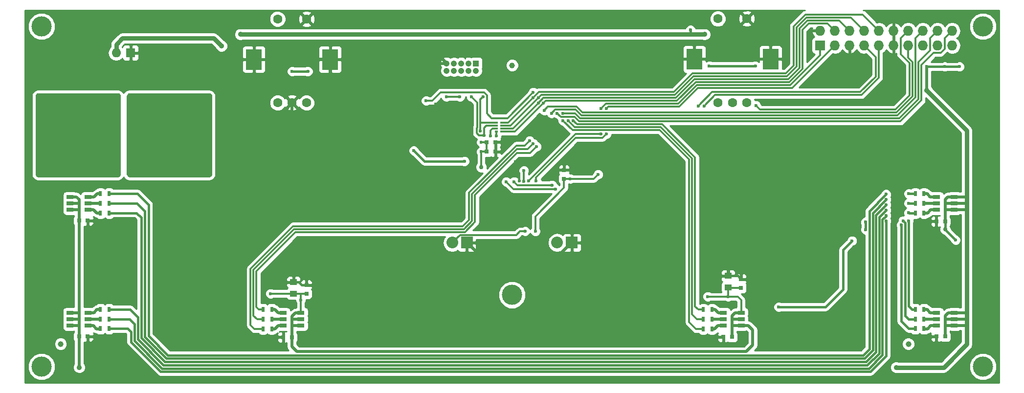
<source format=gbr>
G04 #@! TF.FileFunction,Copper,L2,Bot,Signal*
%FSLAX46Y46*%
G04 Gerber Fmt 4.6, Leading zero omitted, Abs format (unit mm)*
G04 Created by KiCad (PCBNEW no-vcs-found-product) date Sat 10 Oct 2015 06:57:29 PM BRT*
%MOMM*%
G01*
G04 APERTURE LIST*
%ADD10C,0.100000*%
%ADD11R,0.750000X0.800000*%
%ADD12R,1.250000X1.000000*%
%ADD13R,0.800000X0.750000*%
%ADD14R,1.300000X0.700000*%
%ADD15C,1.600000*%
%ADD16R,2.800000X3.600000*%
%ADD17R,1.050000X1.050000*%
%ADD18C,1.050000*%
%ADD19R,0.500000X0.900000*%
%ADD20R,2.032000X2.032000*%
%ADD21O,2.032000X2.032000*%
%ADD22R,1.727200X1.727200*%
%ADD23O,1.727200X1.727200*%
%ADD24R,0.500000X0.320000*%
%ADD25C,1.000000*%
%ADD26C,3.500000*%
%ADD27O,1.600000X1.600000*%
%ADD28R,1.600000X1.600000*%
%ADD29C,0.750000*%
%ADD30C,0.900000*%
%ADD31C,0.600000*%
%ADD32C,1.350000*%
%ADD33C,0.508000*%
%ADD34C,0.304800*%
%ADD35C,0.381000*%
%ADD36C,0.762000*%
%ADD37C,0.254000*%
G04 APERTURE END LIST*
D10*
D11*
X121125700Y-43780000D03*
X121125700Y-45280000D03*
D12*
X118903200Y-43212500D03*
X118903200Y-45212500D03*
D11*
X45878200Y-44796000D03*
X45878200Y-46296000D03*
D12*
X43655700Y-44292000D03*
X43655700Y-46292000D03*
D11*
X90488100Y-26386400D03*
X90488100Y-24886400D03*
D13*
X77101600Y-20048400D03*
X78601600Y-20048400D03*
X77101600Y-21699400D03*
X78601600Y-21699400D03*
X119559100Y-53766900D03*
X118059100Y-53766900D03*
X156452600Y-33764400D03*
X154952600Y-33764400D03*
X43359100Y-53830400D03*
X41859100Y-53830400D03*
X156452600Y-53703400D03*
X154952600Y-53703400D03*
X6515000Y-33637400D03*
X8015000Y-33637400D03*
X6515000Y-53703400D03*
X8015000Y-53703400D03*
D14*
X118046500Y-51806200D03*
X118046500Y-50706200D03*
X118046500Y-49606200D03*
X121146500Y-49606200D03*
X121146500Y-50706200D03*
X121146500Y-51806200D03*
X154940000Y-31740200D03*
X154940000Y-30640200D03*
X154940000Y-29540200D03*
X158040000Y-29540200D03*
X158040000Y-30640200D03*
X158040000Y-31740200D03*
X41833800Y-51806200D03*
X41833800Y-50706200D03*
X41833800Y-49606200D03*
X44933800Y-49606200D03*
X44933800Y-50706200D03*
X44933800Y-51806200D03*
X154940000Y-51793500D03*
X154940000Y-50693500D03*
X154940000Y-49593500D03*
X158040000Y-49593500D03*
X158040000Y-50693500D03*
X158040000Y-51793500D03*
X8053000Y-29540200D03*
X8053000Y-30640200D03*
X8053000Y-31740200D03*
X4953000Y-31740200D03*
X4953000Y-30640200D03*
X4953000Y-29540200D03*
X8040300Y-49593500D03*
X8040300Y-50693500D03*
X8040300Y-51793500D03*
X4940300Y-51793500D03*
X4940300Y-50693500D03*
X4940300Y-49593500D03*
D15*
X117123800Y-13165000D03*
X117123800Y1335000D03*
X122123800Y-13165000D03*
X122123800Y1335000D03*
X119623800Y-13165000D03*
D16*
X113023800Y-5665000D03*
X126223800Y-5665000D03*
D15*
X40898400Y-13215800D03*
X40898400Y1284200D03*
X45898400Y-13215800D03*
X45898400Y1284200D03*
X43398400Y-13215800D03*
D16*
X36798400Y-5715800D03*
X49998400Y-5715800D03*
D17*
X75248100Y-6395900D03*
D18*
X73978100Y-6395900D03*
X72708100Y-6395900D03*
X71438100Y-6395900D03*
X70168100Y-6395900D03*
X73978100Y-7665900D03*
X72708100Y-7665900D03*
X71438100Y-7665900D03*
X70168100Y-7665900D03*
X75248100Y-7665900D03*
D19*
X116092000Y-52408000D03*
X114592000Y-52408000D03*
X152782300Y-32316600D03*
X151282300Y-32316600D03*
X116092000Y-50706200D03*
X114592000Y-50706200D03*
X152782300Y-30640200D03*
X151282300Y-30640200D03*
X116092000Y-49029800D03*
X114592000Y-49029800D03*
X152782300Y-28963800D03*
X151282300Y-28963800D03*
X39866600Y-52408000D03*
X38366600Y-52408000D03*
X152782300Y-52357200D03*
X151282300Y-52357200D03*
X39866600Y-50706200D03*
X38366600Y-50706200D03*
X152782300Y-50680800D03*
X151282300Y-50680800D03*
X39866600Y-49004400D03*
X38366600Y-49004400D03*
X152782300Y-49004400D03*
X151282300Y-49004400D03*
X10210700Y-28963800D03*
X11710700Y-28963800D03*
X10210700Y-30640200D03*
X11710700Y-30640200D03*
X10210700Y-32316600D03*
X11710700Y-32316600D03*
X10210700Y-49004400D03*
X11710700Y-49004400D03*
X10210700Y-50680800D03*
X11710700Y-50680800D03*
X10210700Y-52357200D03*
X11710700Y-52357200D03*
D20*
X91827100Y-37447400D03*
D21*
X89287100Y-37447400D03*
D20*
X73666100Y-37447400D03*
D21*
X71126100Y-37447400D03*
D22*
X134816600Y-3284400D03*
D23*
X134816600Y-744400D03*
X137356600Y-3284400D03*
X137356600Y-744400D03*
X139896600Y-3284400D03*
X139896600Y-744400D03*
X142436600Y-3284400D03*
X142436600Y-744400D03*
X144976600Y-3284400D03*
X144976600Y-744400D03*
X147516600Y-3284400D03*
X147516600Y-744400D03*
X150056600Y-3284400D03*
X150056600Y-744400D03*
X152596600Y-3284400D03*
X152596600Y-744400D03*
X155136600Y-3284400D03*
X155136600Y-744400D03*
X157676600Y-3284400D03*
X157676600Y-744400D03*
D24*
X79736600Y-16694900D03*
X79736600Y-17694900D03*
X79736600Y-17194900D03*
X79736600Y-18194900D03*
X78736600Y-17194900D03*
X78736600Y-16694900D03*
X78736600Y-17694900D03*
X78736600Y-18194900D03*
D25*
X3327400Y-55016400D03*
X81483200Y-6731000D03*
X150114000Y-55016400D03*
D26*
X0Y-58928000D03*
X81483200Y-46507400D03*
X162991800Y-58928000D03*
X0Y0D03*
X162991800Y0D03*
D27*
X12945740Y-4572000D03*
D28*
X15445740Y-4572000D03*
D29*
X141886940Y-20599400D03*
X154155140Y-20599400D03*
D30*
X73662540Y-53263800D03*
X91821000Y-53263800D03*
X101117400Y-53263800D03*
X1549400Y-46253400D03*
X1549400Y-34823400D03*
X1549400Y-27559000D03*
D31*
X79820100Y-20810400D03*
X93587600Y-25318900D03*
X84646100Y-23413900D03*
X82106100Y-23413900D03*
X80772600Y-25001400D03*
X82741100Y-26779400D03*
X82906200Y-33535800D03*
X78486600Y-33535800D03*
X154940600Y-35161400D03*
X121666600Y-54414600D03*
X36830600Y-54414600D03*
X8027000Y-55024200D03*
X8027000Y-34805800D03*
X68225000Y-13419000D03*
X73305000Y-14282600D03*
D30*
X154940600Y-55176600D03*
X154940600Y-40749400D03*
X43180600Y-5697400D03*
X19989800Y-46202600D03*
X19989800Y-34823400D03*
X19989800Y-27559000D03*
X13690600Y-55041800D03*
X13690600Y-46253400D03*
X27457400Y-46253400D03*
X27457400Y-55041800D03*
X27457400Y-27559000D03*
X27457400Y-34823400D03*
X33655000Y-34823400D03*
X49453800Y-27559000D03*
X37617400Y-27559000D03*
X49453800Y-18008600D03*
X37617400Y-18008600D03*
X57327800Y-27559000D03*
X57327800Y-18008600D03*
X59410600Y-30759400D03*
X57327800Y-5715000D03*
X64033400Y-5715000D03*
X108534200Y1346200D03*
X87909400Y1346200D03*
X74447400Y1346200D03*
X56667400Y1346200D03*
X82931000Y-9829800D03*
X92430600Y-9829800D03*
X92430600Y-3530600D03*
X73990200Y-3530600D03*
X101219000Y-9829800D03*
X101219000Y-3530600D03*
X101219000Y-5664200D03*
X101219000Y-26339800D03*
X101219000Y-20040600D03*
X101219000Y-37414200D03*
X136271000Y-13182600D03*
X136271000Y-26339800D03*
X118186200Y-26339800D03*
X139877800Y-6477000D03*
X136271000Y-10083800D03*
X147548600Y-6477000D03*
X147548600Y-13182600D03*
X147548600Y-26339800D03*
X141503400Y-40767000D03*
X129413000Y-40767000D03*
X118897400Y-40767000D03*
X129413000Y-26339800D03*
X81915000Y-41833800D03*
X129413000Y-18008600D03*
X111379000Y-18008600D03*
X148008340Y-59055000D03*
X6555740Y-59055000D03*
D31*
X158269940Y-37007800D03*
X140337540Y-37134800D03*
X127637540Y-48590200D03*
D32*
X19507800Y-19210200D03*
X24740200Y-19210200D03*
X19507800Y-23375800D03*
X24689400Y-23375800D03*
X19507800Y-21343800D03*
X24740200Y-21343800D03*
X27077000Y-24391800D03*
X16866200Y-24391800D03*
X22200200Y-24391800D03*
X27077000Y-22359800D03*
X16866200Y-22359800D03*
X22200200Y-22359800D03*
X27077000Y-20226200D03*
X27077000Y-15349400D03*
X27077000Y-17381400D03*
X16866200Y-20226200D03*
X22200200Y-20226200D03*
X16866200Y-15298600D03*
X16866200Y-17381400D03*
D31*
X85522400Y-35491600D03*
X83541200Y-26855600D03*
X83541200Y-24976000D03*
X70104600Y-12174400D03*
X72454100Y-12174400D03*
D29*
X76137100Y-24366400D03*
X156464600Y-35161400D03*
D31*
X115380100Y-46781900D03*
X76137100Y-21699400D03*
X76137100Y-20048400D03*
X44895100Y-47416900D03*
X39688100Y-46273900D03*
X158941100Y-6967400D03*
X156401100Y-6967400D03*
X96393600Y-25636400D03*
X91567600Y-26398400D03*
X118903200Y-46816000D03*
X153264200Y-6967400D03*
X123597000Y-6865800D03*
X115621400Y-6865800D03*
D30*
X153264200Y-11082200D03*
X114808600Y-1379400D03*
X34443000Y-1379400D03*
D31*
X112370200Y-617400D03*
X43383800Y-7780200D03*
X46127000Y-7780200D03*
X89027600Y-28176400D03*
X80455100Y-26906400D03*
X88392600Y-27477900D03*
X81852100Y-26906400D03*
X86932100Y-13253900D03*
X86043100Y-13253900D03*
X86043100Y-12364900D03*
X85154100Y-12364900D03*
X87047100Y-14523900D03*
X142685100Y-33904100D03*
X142685100Y-35199500D03*
X66612100Y-12872900D03*
X85154100Y-11412400D03*
X88317100Y-15031900D03*
X123698600Y-13698400D03*
X74422600Y-12174400D03*
X76633100Y-18841900D03*
X78728600Y-18968900D03*
X77776100Y-18968900D03*
X75998100Y-18143400D03*
X76454600Y-12174400D03*
X83757100Y-35478900D03*
X91186600Y-16301900D03*
X92075600Y-16301900D03*
X90297600Y-16301900D03*
X85154100Y-20302400D03*
X85725600Y-20810400D03*
X150145200Y-32274500D03*
X84519100Y-19794400D03*
X150145200Y-28972500D03*
X148883400Y-34374000D03*
X149188200Y-33662800D03*
X150153400Y-33662800D03*
X146253800Y-29065400D03*
X146253800Y-29979800D03*
X146253800Y-30894200D03*
X97854100Y-14206400D03*
X97790600Y-18651400D03*
X85662100Y-26779400D03*
X96901600Y-18651400D03*
X96901600Y-14206400D03*
X84328600Y-26779400D03*
X113729100Y-13761900D03*
X114745100Y-13761900D03*
X90285600Y-15031900D03*
X89269600Y-15031900D03*
D32*
X1067400Y-17381400D03*
X1067400Y-15298600D03*
X6401400Y-20226200D03*
X1067400Y-20226200D03*
X11278200Y-17381400D03*
X11278200Y-15349400D03*
X11278200Y-20226200D03*
X6401400Y-22359800D03*
X1067400Y-22359800D03*
X11278200Y-22359800D03*
X6401400Y-24391800D03*
X1067400Y-24391800D03*
X11278200Y-24391800D03*
X8941400Y-21343800D03*
X3709000Y-21343800D03*
X8890600Y-23375800D03*
X3709000Y-23375800D03*
X8941400Y-19210200D03*
X3709000Y-19210200D03*
D31*
X150145200Y-30623500D03*
X146253800Y-31808600D03*
X146253800Y-32773800D03*
X146253800Y-33688200D03*
X73254200Y-23350400D03*
X64453100Y-21508900D03*
D30*
X31168340Y-3378200D03*
D33*
X141886940Y-20599400D02*
X154155140Y-20599400D01*
X73662540Y-37450960D02*
X73662540Y-53263800D01*
X73662540Y-53263800D02*
X91821000Y-53263800D01*
X73662540Y-37450960D02*
X73666100Y-37447400D01*
X101219000Y-53162200D02*
X101219000Y-37414200D01*
X101117400Y-53263800D02*
X101219000Y-53162200D01*
X1549400Y-46253400D02*
X1549400Y-34823400D01*
X1549400Y-34823400D02*
X1549400Y-27559000D01*
D34*
X79820100Y-21318400D02*
X79820100Y-20810400D01*
X78601600Y-21699400D02*
X79439100Y-21699400D01*
X79439100Y-21699400D02*
X79820100Y-21318400D01*
X79820100Y-20429400D02*
X79439100Y-20048400D01*
X79439100Y-20048400D02*
X78601600Y-20048400D01*
X79820100Y-20810400D02*
X79820100Y-20429400D01*
X91567600Y-24886400D02*
X90488100Y-24886400D01*
X92000100Y-25318900D02*
X91567600Y-24886400D01*
X93587600Y-25318900D02*
X92000100Y-25318900D01*
X84646100Y-23413900D02*
X82106100Y-23413900D01*
X80772600Y-25001400D02*
X82106100Y-23667900D01*
X82106100Y-23667900D02*
X82106100Y-23413900D01*
X82741100Y-26779400D02*
X82741100Y-25382400D01*
X82741100Y-25382400D02*
X82360100Y-25001400D01*
X82360100Y-25001400D02*
X80772600Y-25001400D01*
X82906200Y-33535800D02*
X78486600Y-33535800D01*
D35*
X154940600Y-35161400D02*
X154952600Y-35149400D01*
D33*
X154952600Y-35149400D02*
X154952600Y-33764400D01*
D35*
X118059100Y-54820300D02*
X118618600Y-55379800D01*
X118618600Y-55379800D02*
X121158600Y-55379800D01*
X121158600Y-55379800D02*
X121666600Y-54871800D01*
X121666600Y-54871800D02*
X121666600Y-54414600D01*
X118059100Y-53766900D02*
X118059100Y-54820300D01*
X120558200Y-43212500D02*
X121125700Y-43780000D01*
X118903200Y-43212500D02*
X120558200Y-43212500D01*
X37414800Y-53830400D02*
X36830600Y-54414600D01*
X41859100Y-53830400D02*
X37414800Y-53830400D01*
X44538800Y-44292000D02*
X45042800Y-44796000D01*
X45042800Y-44796000D02*
X45878200Y-44796000D01*
X43655700Y-44292000D02*
X44538800Y-44292000D01*
X8027000Y-33649400D02*
X8015000Y-33637400D01*
X8015000Y-55012200D02*
X8027000Y-55024200D01*
X8027000Y-34805800D02*
X8027000Y-33649400D01*
X8015000Y-53703400D02*
X8015000Y-55012200D01*
X69088600Y-14282600D02*
X68225000Y-13419000D01*
X73305000Y-14282600D02*
X69088600Y-14282600D01*
D33*
X154952600Y-55164600D02*
X154940600Y-55176600D01*
X154940600Y-40749400D02*
X154940600Y-35161400D01*
X154952600Y-53703400D02*
X154952600Y-55164600D01*
X49980000Y-5697400D02*
X49998400Y-5715800D01*
X43162200Y-5715800D02*
X36798400Y-5715800D01*
X43162200Y-5715800D02*
X43180600Y-5697400D01*
X49980000Y-5697400D02*
X43180600Y-5697400D01*
X19989800Y-34823400D02*
X19989800Y-46202600D01*
X27457400Y-55041800D02*
X27457400Y-46253400D01*
X27457400Y-27559000D02*
X19989800Y-27559000D01*
X19989800Y-34823400D02*
X27457400Y-34823400D01*
X33655000Y-34823400D02*
X27457400Y-34823400D01*
X27457400Y-27559000D02*
X37617400Y-27559000D01*
X43408600Y-18008600D02*
X49453800Y-18008600D01*
X37617400Y-18008600D02*
X43408600Y-18008600D01*
X43408600Y-13226000D02*
X43398400Y-13215800D01*
X43408600Y-18008600D02*
X43408600Y-13226000D01*
X49453800Y-10744200D02*
X49453800Y-18008600D01*
X49998400Y-10199600D02*
X49453800Y-10744200D01*
X49998400Y-5715800D02*
X49998400Y-10199600D01*
X57327800Y-27559000D02*
X49453800Y-27559000D01*
X49453800Y-18008600D02*
X57327800Y-18008600D01*
X59410600Y-29641800D02*
X57327800Y-27559000D01*
X59410600Y-30759400D02*
X59410600Y-29641800D01*
X57327800Y-18008600D02*
X57327800Y-5715000D01*
X64714300Y-6395900D02*
X64033400Y-5715000D01*
X70168100Y-6395900D02*
X64714300Y-6395900D01*
X87909400Y1346200D02*
X108534200Y1346200D01*
X56667400Y1346200D02*
X74447400Y1346200D01*
X92430600Y-9829800D02*
X82931000Y-9829800D01*
X73990200Y-3530600D02*
X92430600Y-3530600D01*
X101219000Y-9829800D02*
X92430600Y-9829800D01*
X92430600Y-3530600D02*
X101219000Y-3530600D01*
X101219800Y-5665000D02*
X101219000Y-5664200D01*
X113023800Y-5665000D02*
X101219800Y-5665000D01*
X101219000Y-20040600D02*
X101219000Y-26339800D01*
X101219000Y-26339800D02*
X101219000Y-37414200D01*
X118186200Y-26339800D02*
X136271000Y-26339800D01*
X136271000Y-10083800D02*
X139877800Y-6477000D01*
X147548600Y-13182600D02*
X147548600Y-6477000D01*
X147548600Y-26339800D02*
X136271000Y-26339800D01*
X118903200Y-40772800D02*
X118903200Y-43212500D01*
X118897400Y-40767000D02*
X118903200Y-40772800D01*
X129413000Y-40767000D02*
X129413000Y-26339800D01*
X78052500Y-41833800D02*
X81915000Y-41833800D01*
X73666100Y-37447400D02*
X78052500Y-41833800D01*
X87440700Y-41833800D02*
X91827100Y-37447400D01*
X81915000Y-41833800D02*
X87440700Y-41833800D01*
X111379000Y-18008600D02*
X129413000Y-18008600D01*
X43359100Y-53830400D02*
X43359100Y-55421560D01*
X122395340Y-51806200D02*
X121146500Y-51806200D01*
X123167140Y-52578000D02*
X122395340Y-51806200D01*
X123167140Y-55168800D02*
X123167140Y-52578000D01*
X122024140Y-56311800D02*
X123167140Y-55168800D01*
X44249340Y-56311800D02*
X122024140Y-56311800D01*
X43359100Y-55421560D02*
X44249340Y-56311800D01*
D36*
X160223800Y-52324000D02*
X160223800Y-55043740D01*
X156212540Y-59055000D02*
X148008340Y-59055000D01*
X160223800Y-55043740D02*
X156212540Y-59055000D01*
D33*
X6542340Y-59041600D02*
X6515000Y-53703400D01*
D36*
X6555740Y-59055000D02*
X6542340Y-59041600D01*
D35*
X156464600Y-35202460D02*
X156464600Y-35161400D01*
X158269940Y-37007800D02*
X156464600Y-35202460D01*
X138788140Y-38684200D02*
X140337540Y-37134800D01*
X138788140Y-45516800D02*
X138788140Y-38684200D01*
X135714740Y-48590200D02*
X138788140Y-45516800D01*
X127637540Y-48590200D02*
X135714740Y-48590200D01*
D36*
X19507800Y-19210200D02*
X24740200Y-19210200D01*
X19507800Y-23375800D02*
X24689400Y-23375800D01*
X19507800Y-20226200D02*
X19507800Y-21343800D01*
X24740200Y-21343800D02*
X24740200Y-20226200D01*
X24740200Y-20226200D02*
X24740200Y-20277000D01*
X22200200Y-24391800D02*
X27077000Y-24391800D01*
X16866200Y-24391800D02*
X22200200Y-24391800D01*
X22200200Y-22359800D02*
X27077000Y-22359800D01*
X16866200Y-22359800D02*
X22200200Y-22359800D01*
X27077000Y-20226200D02*
X24740200Y-20226200D01*
X24740200Y-20226200D02*
X22200200Y-20226200D01*
X27077000Y-15349400D02*
X27077000Y-17381400D01*
X16866200Y-20226200D02*
X19507800Y-20226200D01*
X19507800Y-20226200D02*
X22200200Y-20226200D01*
X16866200Y-15298600D02*
X16866200Y-17381400D01*
D33*
X6515000Y-51823800D02*
X4970600Y-51823800D01*
X4970600Y-51823800D02*
X4940300Y-51793500D01*
X6515000Y-50706200D02*
X4953000Y-50706200D01*
X4953000Y-50706200D02*
X4940300Y-50693500D01*
X4940300Y-49593500D02*
X6515000Y-49593500D01*
X6510100Y-49588600D02*
X6515000Y-49588600D01*
X6515000Y-49593500D02*
X6510100Y-49588600D01*
X6515000Y-53703400D02*
X6515000Y-51823800D01*
X6515000Y-51823800D02*
X6515000Y-50706200D01*
X6515000Y-50706200D02*
X6515000Y-49588600D01*
X6515000Y-49588600D02*
X6515000Y-33637400D01*
X6503000Y-30640200D02*
X4953000Y-30640200D01*
X6503000Y-31783200D02*
X4996000Y-31783200D01*
X4996000Y-31783200D02*
X4953000Y-31740200D01*
X6503000Y-31605400D02*
X6503000Y-31783200D01*
X6503000Y-31783200D02*
X6503000Y-33625400D01*
X6503000Y-33625400D02*
X6515000Y-33637400D01*
X4953000Y-29540200D02*
X6038000Y-29540200D01*
X6038000Y-29540200D02*
X6503000Y-30005200D01*
X6503000Y-30005200D02*
X6503000Y-30640200D01*
X6503000Y-30640200D02*
X6503000Y-31605400D01*
X6503000Y-31605400D02*
X6503000Y-31554600D01*
D34*
X90488100Y-26386400D02*
X90488100Y-27960500D01*
X85522400Y-32926200D02*
X85522400Y-35491600D01*
X90488100Y-27960500D02*
X85522400Y-32926200D01*
X83541200Y-24976000D02*
X83541200Y-26855600D01*
X72454100Y-12174400D02*
X70104600Y-12174400D01*
X76137100Y-21699400D02*
X76137100Y-24366400D01*
D35*
X156452600Y-35149400D02*
X156452600Y-33764400D01*
X156464600Y-35161400D02*
X156452600Y-35149400D01*
D34*
X118903200Y-46816000D02*
X120557700Y-46816000D01*
X121146500Y-47404800D02*
X121146500Y-49606200D01*
X120557700Y-46816000D02*
X121146500Y-47404800D01*
X44895100Y-47416900D02*
X44895100Y-49567500D01*
D35*
X44895100Y-49567500D02*
X44933800Y-49606200D01*
D33*
X44933800Y-51806200D02*
X43359100Y-51806200D01*
X43366900Y-51798400D02*
X43359100Y-51798400D01*
X43359100Y-51806200D02*
X43366900Y-51798400D01*
X44933800Y-50706200D02*
X43359100Y-50706200D01*
X43371800Y-50718900D02*
X43359100Y-50718900D01*
X43359100Y-50706200D02*
X43371800Y-50718900D01*
X43359100Y-53830400D02*
X43359100Y-51798400D01*
X43359100Y-51798400D02*
X43359100Y-50718900D01*
X43975800Y-49606200D02*
X44933800Y-49606200D01*
X43359100Y-50718900D02*
X43359100Y-50222900D01*
X43359100Y-50222900D02*
X43975800Y-49606200D01*
X121146500Y-51806200D02*
X119559100Y-51806200D01*
X119566900Y-51798400D02*
X119559100Y-51798400D01*
X119559100Y-51806200D02*
X119566900Y-51798400D01*
X121146500Y-50706200D02*
X119559100Y-50706200D01*
X119571800Y-50718900D02*
X119559100Y-50718900D01*
X119559100Y-50706200D02*
X119571800Y-50718900D01*
X119559100Y-53766900D02*
X119559100Y-51798400D01*
X119559100Y-51798400D02*
X119559100Y-50718900D01*
X119559100Y-50718900D02*
X119559100Y-50095900D01*
X119559100Y-50095900D02*
X120048800Y-49606200D01*
X120048800Y-49606200D02*
X121146500Y-49606200D01*
D34*
X118903200Y-46816000D02*
X115414200Y-46816000D01*
X115414200Y-46816000D02*
X115380100Y-46781900D01*
D33*
X158070300Y-29509900D02*
X158040000Y-29540200D01*
X158085900Y-49639400D02*
X158040000Y-49593500D01*
X158040000Y-31740200D02*
X156452600Y-31740200D01*
X156460400Y-31732400D02*
X156452600Y-31732400D01*
X156452600Y-31740200D02*
X156460400Y-31732400D01*
X158040000Y-30640200D02*
X156452600Y-30640200D01*
X156503400Y-30589400D02*
X156452600Y-30589400D01*
X156452600Y-30640200D02*
X156503400Y-30589400D01*
X156452600Y-30589400D02*
X156452600Y-31732400D01*
X156452600Y-31732400D02*
X156452600Y-33764400D01*
X156452600Y-29966400D02*
X156452600Y-30589400D01*
X158040000Y-29540200D02*
X156878800Y-29540200D01*
X156878800Y-29540200D02*
X156452600Y-29966400D01*
X156452600Y-51798400D02*
X158035100Y-51798400D01*
X158035100Y-51798400D02*
X158040000Y-51793500D01*
X158040000Y-50693500D02*
X156452600Y-50693500D01*
X156464600Y-50591900D02*
X156452600Y-50591900D01*
X156464600Y-50681500D02*
X156464600Y-50591900D01*
X156452600Y-50693500D02*
X156464600Y-50681500D01*
X156452600Y-53703400D02*
X156452600Y-51798400D01*
X156452600Y-51798400D02*
X156452600Y-50591900D01*
X156452600Y-50591900D02*
X156452600Y-50159400D01*
X157018500Y-49593500D02*
X158040000Y-49593500D01*
X156452600Y-50159400D02*
X157018500Y-49593500D01*
D34*
X77101600Y-20048400D02*
X77101600Y-21699400D01*
X76137100Y-21699400D02*
X77101600Y-21699400D01*
X76137100Y-20048400D02*
X77101600Y-20048400D01*
X44895100Y-46292000D02*
X44895100Y-47416900D01*
X43655700Y-46292000D02*
X39706200Y-46292000D01*
X39706200Y-46292000D02*
X39688100Y-46273900D01*
D35*
X156401100Y-6967400D02*
X158941100Y-6967400D01*
D34*
X91567600Y-26398400D02*
X95631600Y-26398400D01*
X95631600Y-26398400D02*
X96393600Y-25636400D01*
X91555600Y-26386400D02*
X90488100Y-26386400D01*
X91567600Y-26398400D02*
X91555600Y-26386400D01*
D33*
X158032200Y-31732400D02*
X158040000Y-31740200D01*
X158032200Y-51798400D02*
X158040000Y-51806200D01*
D34*
X118903200Y-46816000D02*
X118903200Y-45212500D01*
X118970700Y-45280000D02*
X118903200Y-45212500D01*
X121125700Y-45280000D02*
X118970700Y-45280000D01*
X45874200Y-46292000D02*
X45878200Y-46296000D01*
X43655700Y-46292000D02*
X44895100Y-46292000D01*
X44895100Y-46292000D02*
X45874200Y-46292000D01*
D35*
X153264200Y-6967400D02*
X156401100Y-6967400D01*
X123597000Y-6865800D02*
X115621400Y-6865800D01*
D36*
X160223800Y-29522600D02*
X160223800Y-30640200D01*
X160223800Y-30640200D02*
X160223800Y-31707000D01*
X160223800Y-31707000D02*
X160223800Y-49588600D01*
X160223800Y-49588600D02*
X160223800Y-50706200D01*
X160223800Y-50706200D02*
X160223800Y-51823800D01*
X160223800Y-51823800D02*
X160223800Y-52324000D01*
X112370200Y-1379400D02*
X114808600Y-1379400D01*
X34443000Y-1379400D02*
X112370200Y-1379400D01*
X160223800Y-18041800D02*
X160223800Y-29522600D01*
X153264200Y-11082200D02*
X160223800Y-18041800D01*
D33*
X160223800Y-29540200D02*
X160206200Y-29522600D01*
X160206200Y-29522600D02*
X160223800Y-29522600D01*
X158040000Y-29540200D02*
X160223800Y-29540200D01*
X160122200Y-30640200D02*
X160223800Y-30640200D01*
X158040000Y-30640200D02*
X160223800Y-30640200D01*
X160223800Y-31740200D02*
X160190600Y-31707000D01*
X160190600Y-31707000D02*
X160223800Y-31707000D01*
X158040000Y-31740200D02*
X160223800Y-31740200D01*
X160223800Y-49593500D02*
X160218900Y-49588600D01*
X160218900Y-49588600D02*
X160223800Y-49588600D01*
X158040000Y-49593500D02*
X160223800Y-49593500D01*
X160223800Y-50693500D02*
X160211100Y-50706200D01*
X160211100Y-50706200D02*
X160223800Y-50706200D01*
X158040000Y-50693500D02*
X160223800Y-50693500D01*
X160223800Y-51793500D02*
X160193500Y-51823800D01*
X160193500Y-51823800D02*
X160223800Y-51823800D01*
X158040000Y-51793500D02*
X160223800Y-51793500D01*
X153264200Y-6967400D02*
X153264200Y-11082200D01*
D35*
X112370200Y-1379400D02*
X112370200Y-617400D01*
X43383800Y-7780200D02*
X46127000Y-7780200D01*
D33*
X116548500Y-52408000D02*
X117150300Y-51806200D01*
X117150300Y-51806200D02*
X118046500Y-51806200D01*
X116092000Y-52408000D02*
X116548500Y-52408000D01*
X116092000Y-50706200D02*
X118046500Y-50706200D01*
X116612000Y-49029800D02*
X117188400Y-49606200D01*
X117188400Y-49606200D02*
X118046500Y-49606200D01*
X116092000Y-49029800D02*
X116612000Y-49029800D01*
X40412000Y-52408000D02*
X41013800Y-51806200D01*
X41013800Y-51806200D02*
X41833800Y-51806200D01*
X39866600Y-52408000D02*
X40412000Y-52408000D01*
X39866600Y-50706200D02*
X41833800Y-50706200D01*
X40386600Y-49004400D02*
X40988400Y-49606200D01*
X40988400Y-49606200D02*
X41833800Y-49606200D01*
X39866600Y-49004400D02*
X40386600Y-49004400D01*
X153403900Y-32316600D02*
X153980300Y-31740200D01*
X153980300Y-31740200D02*
X154940000Y-31740200D01*
X152782300Y-32316600D02*
X153403900Y-32316600D01*
X152782300Y-30640200D02*
X154940000Y-30640200D01*
X153315000Y-28963800D02*
X153891400Y-29540200D01*
X153891400Y-29540200D02*
X154940000Y-29540200D01*
X152782300Y-28963800D02*
X153315000Y-28963800D01*
X152782300Y-52382600D02*
X153403900Y-52382600D01*
X153980300Y-51806200D02*
X154940000Y-51806200D01*
X153403900Y-52382600D02*
X153980300Y-51806200D01*
X152782300Y-50706200D02*
X154940000Y-50706200D01*
X152782300Y-49029800D02*
X153315000Y-49029800D01*
X153891400Y-49606200D02*
X154940000Y-49606200D01*
X153315000Y-49029800D02*
X153891400Y-49606200D01*
X9114300Y-29540200D02*
X9690700Y-28963800D01*
X9690700Y-28963800D02*
X10210700Y-28963800D01*
X8053000Y-29540200D02*
X9114300Y-29540200D01*
X8053000Y-30640200D02*
X10210700Y-30640200D01*
X9025400Y-31740200D02*
X9601800Y-32316600D01*
X9601800Y-32316600D02*
X10210700Y-32316600D01*
X8053000Y-31740200D02*
X9025400Y-31740200D01*
D34*
X81725100Y-28176400D02*
X80455100Y-26906400D01*
X89027600Y-28176400D02*
X81725100Y-28176400D01*
X88392600Y-27477900D02*
X82423600Y-27477900D01*
X82423600Y-27477900D02*
X81852100Y-26906400D01*
X79736600Y-18194900D02*
X81991100Y-18194900D01*
X81991100Y-18194900D02*
X86932100Y-13253900D01*
X129477100Y-9634400D02*
X113284600Y-9634400D01*
X113284600Y-9634400D02*
X110046100Y-12872900D01*
X87313100Y-12872900D02*
X110046100Y-12872900D01*
X86932100Y-13253900D02*
X87313100Y-12872900D01*
X136086600Y525600D02*
X132842600Y525600D01*
X137356600Y-744400D02*
X136086600Y525600D01*
X131763100Y-7348400D02*
X129477100Y-9634400D01*
X131763100Y-553900D02*
X131763100Y-7348400D01*
X132842600Y525600D02*
X131763100Y-553900D01*
X137356600Y-744400D02*
X137356600Y-178400D01*
X86043100Y-13253900D02*
X81602100Y-17694900D01*
X81602100Y-17694900D02*
X79736600Y-17694900D01*
X129286600Y-9126400D02*
X113094100Y-9126400D01*
X113094100Y-9126400D02*
X109855600Y-12364900D01*
X109855600Y-12364900D02*
X86932100Y-12364900D01*
X86043100Y-13253900D02*
X86932100Y-12364900D01*
X138118600Y1033600D02*
X132652100Y1033600D01*
X139896600Y-744400D02*
X138118600Y1033600D01*
X129286600Y-9126400D02*
X131255100Y-7157900D01*
X131255100Y-7157900D02*
X131255100Y-363400D01*
X131255100Y-363400D02*
X132652100Y1033600D01*
X79736600Y-17194900D02*
X81213100Y-17194900D01*
X81213100Y-17194900D02*
X86043100Y-12364900D01*
X129096100Y-8618400D02*
X112903600Y-8618400D01*
X112903600Y-8618400D02*
X109665100Y-11856900D01*
X109665100Y-11856900D02*
X86551100Y-11856900D01*
X142436600Y-744400D02*
X140150600Y1541600D01*
X140150600Y1541600D02*
X132461600Y1541600D01*
X129096100Y-8618400D02*
X130747100Y-6967400D01*
X130747100Y-6967400D02*
X130747100Y-172900D01*
X130747100Y-172900D02*
X132461600Y1541600D01*
X86043100Y-12364900D02*
X86551100Y-11856900D01*
X85154100Y-12364900D02*
X80824100Y-16694900D01*
X80824100Y-16694900D02*
X79736600Y-16694900D01*
X128905600Y-8110400D02*
X112713100Y-8110400D01*
X112713100Y-8110400D02*
X109474600Y-11348900D01*
X86170100Y-11348900D02*
X109474600Y-11348900D01*
X142182600Y2049600D02*
X132271100Y2049600D01*
X144976600Y-744400D02*
X142182600Y2049600D01*
X128905600Y-8110400D02*
X130239100Y-6776900D01*
X130239100Y-6776900D02*
X130239100Y17600D01*
X130239100Y17600D02*
X132271100Y2049600D01*
X85154100Y-12364900D02*
X86170100Y-11348900D01*
X87047100Y-14523900D02*
X87682100Y-13888900D01*
X87682100Y-13888900D02*
X92647100Y-13888900D01*
X150056600Y-3284400D02*
X150056600Y-5395702D01*
X93663100Y-14904900D02*
X92647100Y-13888900D01*
X148019100Y-14904900D02*
X93663100Y-14904900D01*
X150813100Y-12110900D02*
X148019100Y-14904900D01*
X150813100Y-6152202D02*
X150813100Y-12110900D01*
X150056600Y-5395702D02*
X150813100Y-6152202D01*
D35*
X142685100Y-35199500D02*
X142685100Y-33904100D01*
D34*
X74701400Y-11412400D02*
X76639600Y-11412400D01*
X76639600Y-11412400D02*
X77139800Y-11912600D01*
X77139800Y-11912600D02*
X77139800Y-15062200D01*
X77139800Y-15062200D02*
X77952600Y-15875000D01*
X77952600Y-15875000D02*
X80691500Y-15875000D01*
X80691500Y-15875000D02*
X85154100Y-11412400D01*
X66612100Y-12872900D02*
X67691600Y-12872900D01*
X67691600Y-12872900D02*
X69152100Y-11412400D01*
X69152100Y-11412400D02*
X74701400Y-11412400D01*
X151321100Y-2019900D02*
X151321100Y-12301400D01*
X151321100Y-2019900D02*
X152596600Y-744400D01*
X92456600Y-14396900D02*
X93472600Y-15412900D01*
X93472600Y-15412900D02*
X148209600Y-15412900D01*
X148209600Y-15412900D02*
X151321100Y-12301400D01*
X88952100Y-14396900D02*
X88317100Y-15031900D01*
X92456600Y-14396900D02*
X88952100Y-14396900D01*
X123698600Y-13698400D02*
X124397100Y-14396900D01*
X148781100Y-2019900D02*
X150056600Y-744400D01*
X148781100Y-4808400D02*
X148781100Y-2019900D01*
X150305100Y-6332400D02*
X148781100Y-4808400D01*
X150305100Y-11920400D02*
X150305100Y-6332400D01*
X147828600Y-14396900D02*
X150305100Y-11920400D01*
X124397100Y-14396900D02*
X147828600Y-14396900D01*
X76633100Y-18841900D02*
X75756100Y-18841900D01*
X75375100Y-18460900D02*
X75375100Y-17600398D01*
X75756100Y-18841900D02*
X75375100Y-18460900D01*
X78736600Y-17194900D02*
X77010100Y-17194900D01*
X76633100Y-17571900D02*
X76633100Y-18841900D01*
X77010100Y-17194900D02*
X76633100Y-17571900D01*
X75375100Y-17600398D02*
X75489400Y-17486098D01*
X75489400Y-17486098D02*
X75489400Y-13241200D01*
X75489400Y-13241200D02*
X74422600Y-12174400D01*
X78736600Y-18960900D02*
X78736600Y-18194900D01*
X78728600Y-18968900D02*
X78736600Y-18960900D01*
X78097600Y-17694900D02*
X78736600Y-17694900D01*
X77776100Y-18016400D02*
X78097600Y-17694900D01*
X77776100Y-18968900D02*
X77776100Y-18016400D01*
X78736600Y-16694900D02*
X75998100Y-16694900D01*
X75998100Y-16694900D02*
X75998100Y-18143400D01*
X75998100Y-12630900D02*
X76454600Y-12174400D01*
X75998100Y-18143400D02*
X75998100Y-12630900D01*
X72459600Y-36113900D02*
X82233100Y-36113900D01*
X82233100Y-36113900D02*
X82868100Y-35478900D01*
X82868100Y-35478900D02*
X83757100Y-35478900D01*
X71126100Y-37447400D02*
X72459600Y-36113900D01*
X91186600Y-16301900D02*
X92329600Y-17444900D01*
X113462400Y-50706200D02*
X114592000Y-50706200D01*
X112649600Y-49893400D02*
X113462400Y-50706200D01*
X112649600Y-22842400D02*
X112649600Y-49893400D01*
X107252100Y-17444900D02*
X112649600Y-22842400D01*
X92329600Y-17444900D02*
X107252100Y-17444900D01*
X92075600Y-16301900D02*
X92710600Y-16936900D01*
X107442600Y-16936900D02*
X113157600Y-22651900D01*
X92710600Y-16936900D02*
X107442600Y-16936900D01*
X113691000Y-49029800D02*
X114592000Y-49029800D01*
X113157600Y-22651900D02*
X113157600Y-48496400D01*
X113157600Y-48496400D02*
X113691000Y-49029800D01*
X90297600Y-16301900D02*
X91948600Y-17952900D01*
X113322700Y-52408000D02*
X114592000Y-52408000D01*
X112141600Y-51226900D02*
X113322700Y-52408000D01*
X112141600Y-23032900D02*
X112141600Y-51226900D01*
X107061600Y-17952900D02*
X112141600Y-23032900D01*
X91948600Y-17952900D02*
X107061600Y-17952900D01*
X84201600Y-21254900D02*
X85154100Y-20302400D01*
X73152600Y-35097900D02*
X74549600Y-33700900D01*
X74549600Y-29001900D02*
X82296600Y-21254900D01*
X74549600Y-33700900D02*
X74549600Y-29001900D01*
X38366600Y-50706200D02*
X37325900Y-50706200D01*
X36703600Y-42146400D02*
X43752100Y-35097900D01*
X36703600Y-50083900D02*
X36703600Y-42146400D01*
X37325900Y-50706200D02*
X36703600Y-50083900D01*
X43752100Y-35097900D02*
X73152600Y-35097900D01*
X82296600Y-21254900D02*
X84201600Y-21254900D01*
X37656100Y-49004400D02*
X37211600Y-48559900D01*
X37211600Y-48559900D02*
X37211600Y-42400400D01*
X37211600Y-42400400D02*
X44006100Y-35605900D01*
X38366600Y-49004400D02*
X37656100Y-49004400D01*
X73343100Y-35605900D02*
X75057600Y-33891400D01*
X75057600Y-29192400D02*
X82360100Y-21889900D01*
X82360100Y-21889900D02*
X84646100Y-21889900D01*
X44006100Y-35605900D02*
X73343100Y-35605900D01*
X75057600Y-33891400D02*
X75057600Y-29192400D01*
X84646100Y-21889900D02*
X85725600Y-20810400D01*
D35*
X150145200Y-32274500D02*
X150187300Y-32316600D01*
X150187300Y-32316600D02*
X151282300Y-32316600D01*
D34*
X36868700Y-52408000D02*
X36195600Y-51734900D01*
X36195600Y-51734900D02*
X36195600Y-41955900D01*
X36195600Y-41955900D02*
X43561600Y-34589900D01*
X38366600Y-52408000D02*
X36868700Y-52408000D01*
X43561600Y-34589900D02*
X72962100Y-34589900D01*
X72962100Y-34589900D02*
X74041600Y-33510400D01*
X74041600Y-28811400D02*
X82233100Y-20619900D01*
X74041600Y-33510400D02*
X74041600Y-28811400D01*
X84519100Y-19794400D02*
X83693600Y-20619900D01*
X83693600Y-20619900D02*
X82233100Y-20619900D01*
D35*
X150145200Y-28972500D02*
X150153900Y-28963800D01*
X150153900Y-28963800D02*
X151282300Y-28963800D01*
X148883400Y-34374000D02*
X148883400Y-51078700D01*
X148883400Y-51078700D02*
X150161900Y-52357200D01*
X150161900Y-52357200D02*
X151282300Y-52357200D01*
X150145200Y-52340500D02*
X150161900Y-52357200D01*
X150161900Y-52357200D02*
X151282300Y-52357200D01*
X150161900Y-52357200D02*
X151282300Y-52357200D01*
X150136500Y-50680800D02*
X151282300Y-50680800D01*
X149543800Y-50088100D02*
X150136500Y-50680800D01*
X149543800Y-34018400D02*
X149543800Y-50088100D01*
X149188200Y-33662800D02*
X149543800Y-34018400D01*
X150153400Y-46566000D02*
X150153400Y-48445600D01*
X150712200Y-49004400D02*
X151282300Y-49004400D01*
X150153400Y-48445600D02*
X150712200Y-49004400D01*
X150153400Y-33662800D02*
X150153400Y-46566000D01*
X150153400Y-46566000D02*
X150153400Y-46515200D01*
X16599500Y-28963800D02*
X18542600Y-30906900D01*
X18542600Y-30906900D02*
X18542600Y-53576400D01*
X21908100Y-56941900D02*
X18542600Y-53576400D01*
X137922600Y-56941900D02*
X21908100Y-56941900D01*
X11710700Y-28963800D02*
X16599500Y-28963800D01*
X142253300Y-56941900D02*
X21908100Y-56941900D01*
X143358200Y-55837000D02*
X142253300Y-56941900D01*
X143358200Y-31961000D02*
X143358200Y-55837000D01*
X146253800Y-29065400D02*
X143358200Y-31961000D01*
X17907600Y-31986400D02*
X16561400Y-30640200D01*
X16561400Y-30640200D02*
X11710700Y-30640200D01*
X17907600Y-53766900D02*
X17907600Y-31986400D01*
X21654100Y-57513400D02*
X17907600Y-53766900D01*
X142484298Y-57513400D02*
X21654100Y-57513400D01*
X143917000Y-56080698D02*
X142484298Y-57513400D01*
X143917000Y-32316600D02*
X143917000Y-56080698D01*
X146253800Y-29979800D02*
X143917000Y-32316600D01*
X17272600Y-33129400D02*
X17272600Y-53957400D01*
X21400100Y-58084900D02*
X17272600Y-53957400D01*
X17272600Y-33129400D02*
X16459800Y-32316600D01*
X16459800Y-32316600D02*
X11710700Y-32316600D01*
X142735900Y-58084900D02*
X21400100Y-58084900D01*
X144475800Y-56345000D02*
X142735900Y-58084900D01*
X144475800Y-32672200D02*
X144475800Y-56345000D01*
X146253800Y-30894200D02*
X144475800Y-32672200D01*
D34*
X85662100Y-26779400D02*
X85662100Y-26144400D01*
X129990600Y-10650400D02*
X137356600Y-3284400D01*
X110427100Y-13888900D02*
X98171600Y-13888900D01*
X113665600Y-10650400D02*
X110427100Y-13888900D01*
X129990600Y-10650400D02*
X113665600Y-10650400D01*
X97854100Y-14206400D02*
X98171600Y-13888900D01*
X97155600Y-19286400D02*
X97790600Y-18651400D01*
X92520100Y-19286400D02*
X97155600Y-19286400D01*
X85662100Y-26144400D02*
X92520100Y-19286400D01*
X84328600Y-26779400D02*
X92456600Y-18651400D01*
X92456600Y-18651400D02*
X96901600Y-18651400D01*
X134816600Y-4993400D02*
X129667600Y-10142400D01*
X96901600Y-14206400D02*
X97727100Y-13380900D01*
X97727100Y-13380900D02*
X110236600Y-13380900D01*
X129667600Y-10142400D02*
X113475100Y-10142400D01*
X113475100Y-10142400D02*
X110236600Y-13380900D01*
X134816600Y-4993400D02*
X134816600Y-3284400D01*
X116142100Y-11348900D02*
X141796100Y-11348900D01*
X113729100Y-13761900D02*
X116142100Y-11348900D01*
X141796100Y-11348900D02*
X144463100Y-8681900D01*
X144463100Y-5310900D02*
X142436600Y-3284400D01*
X144463100Y-8681900D02*
X144463100Y-5310900D01*
X116650100Y-11856900D02*
X141986600Y-11856900D01*
X114745100Y-13761900D02*
X116650100Y-11856900D01*
X141986600Y-11856900D02*
X144976600Y-8866900D01*
X144976600Y-8866900D02*
X144976600Y-3284400D01*
X153861100Y-4173400D02*
X151829100Y-6205400D01*
X151829100Y-12618900D02*
X148527100Y-15920900D01*
X151829100Y-6205400D02*
X151829100Y-12618900D01*
X90285600Y-15031900D02*
X92393100Y-15031900D01*
X93282100Y-15920900D02*
X148527100Y-15920900D01*
X92393100Y-15031900D02*
X93282100Y-15920900D01*
X153861100Y-2019900D02*
X155136600Y-744400D01*
X153861100Y-4173400D02*
X153861100Y-2019900D01*
X89269600Y-15031900D02*
X89904600Y-15666900D01*
X89904600Y-15666900D02*
X92329600Y-15666900D01*
X148717600Y-16428900D02*
X152337100Y-12809400D01*
X154496100Y-4554400D02*
X155702600Y-4554400D01*
X155702600Y-4554400D02*
X156401100Y-3855900D01*
X156401100Y-3855900D02*
X156401100Y-2019900D01*
X156401100Y-2019900D02*
X157676600Y-744400D01*
X92329600Y-15666900D02*
X93091600Y-16428900D01*
X93091600Y-16428900D02*
X148717600Y-16428900D01*
X152337100Y-12809400D02*
X152337100Y-6713400D01*
X152337100Y-6713400D02*
X154496100Y-4554400D01*
D36*
X1067400Y-15298600D02*
X1067400Y-17381400D01*
X3709000Y-20226200D02*
X6401400Y-20226200D01*
X1067400Y-20226200D02*
X3709000Y-20226200D01*
X11278200Y-15349400D02*
X11278200Y-17381400D01*
X8941400Y-20226200D02*
X6401400Y-20226200D01*
X11278200Y-20226200D02*
X8941400Y-20226200D01*
X1067400Y-22359800D02*
X6401400Y-22359800D01*
X6401400Y-22359800D02*
X11278200Y-22359800D01*
X1067400Y-24391800D02*
X6401400Y-24391800D01*
X6401400Y-24391800D02*
X11278200Y-24391800D01*
X8941400Y-20277000D02*
X8941400Y-20226200D01*
X8941400Y-21343800D02*
X8941400Y-20226200D01*
X3709000Y-20226200D02*
X3709000Y-21343800D01*
X3709000Y-23375800D02*
X8890600Y-23375800D01*
X3709000Y-19210200D02*
X8941400Y-19210200D01*
D33*
X7989500Y-49606200D02*
X9050800Y-49606200D01*
X9627200Y-49029800D02*
X10147200Y-49029800D01*
X9050800Y-49606200D02*
X9627200Y-49029800D01*
X7989500Y-50706200D02*
X10147200Y-50706200D01*
X7989500Y-51806200D02*
X8961900Y-51806200D01*
X9538300Y-52382600D02*
X10147200Y-52382600D01*
X8961900Y-51806200D02*
X9538300Y-52382600D01*
D35*
X150145200Y-30623500D02*
X150161900Y-30640200D01*
X150161900Y-30640200D02*
X151282300Y-30640200D01*
X21146100Y-58656400D02*
X16701100Y-54211400D01*
X16701100Y-54211400D02*
X16701100Y-50337900D01*
X16701100Y-50337900D02*
X15367600Y-49004400D01*
X15367600Y-49004400D02*
X11710700Y-49004400D01*
X21146100Y-58656400D02*
X142977200Y-58656400D01*
X145034600Y-56599000D02*
X142977200Y-58656400D01*
X145034600Y-33027800D02*
X145034600Y-56599000D01*
X146253800Y-31808600D02*
X145034600Y-33027800D01*
X20892100Y-59227900D02*
X16129600Y-54465400D01*
X16129600Y-54465400D02*
X16129600Y-51544400D01*
X16129600Y-51544400D02*
X15266000Y-50680800D01*
X15266000Y-50680800D02*
X11710700Y-50680800D01*
X146253800Y-32773800D02*
X146203000Y-32811053D01*
X20892100Y-59227900D02*
X143269300Y-59227900D01*
X145593400Y-56903800D02*
X143269300Y-59227900D01*
X145593400Y-33420653D02*
X145593400Y-56903800D01*
X146203000Y-32811053D02*
X145593400Y-33420653D01*
X20638100Y-59799400D02*
X15494600Y-54655900D01*
X14910400Y-52357200D02*
X11710700Y-52357200D01*
X15494600Y-52941400D02*
X14910400Y-52357200D01*
X15494600Y-54655900D02*
X15494600Y-52941400D01*
X143510600Y-59799400D02*
X20638100Y-59799400D01*
X146253800Y-57056200D02*
X143510600Y-59799400D01*
X146253800Y-33688200D02*
X146253800Y-57056200D01*
X73254200Y-23350400D02*
X66294600Y-23350400D01*
X66294600Y-23350400D02*
X64453100Y-21508900D01*
D36*
X12945740Y-4572000D02*
X12945740Y-3109600D01*
X12945740Y-3109600D02*
X14023340Y-2032000D01*
X14023340Y-2032000D02*
X29822140Y-2032000D01*
X29822140Y-2032000D02*
X31168340Y-3378200D01*
D37*
G36*
X131969775Y2777063D02*
X131714324Y2606376D01*
X129682324Y574376D01*
X129511637Y318925D01*
X129451700Y17600D01*
X129451700Y-6450748D01*
X128579448Y-7323000D01*
X128258800Y-7323000D01*
X128258800Y-5950750D01*
X128100050Y-5792000D01*
X126350800Y-5792000D01*
X126350800Y-5812000D01*
X126096800Y-5812000D01*
X126096800Y-5792000D01*
X124347550Y-5792000D01*
X124188800Y-5950750D01*
X124188800Y-6135188D01*
X124127327Y-6073608D01*
X123783799Y-5930962D01*
X123411833Y-5930638D01*
X123146430Y-6040300D01*
X116071513Y-6040300D01*
X115808199Y-5930962D01*
X115436233Y-5930638D01*
X115092457Y-6072683D01*
X115058800Y-6106281D01*
X115058800Y-5950750D01*
X114900050Y-5792000D01*
X113150800Y-5792000D01*
X113150800Y-5812000D01*
X112896800Y-5812000D01*
X112896800Y-5792000D01*
X111147550Y-5792000D01*
X110988800Y-5950750D01*
X110988800Y-7591310D01*
X111085473Y-7824699D01*
X111264102Y-8003327D01*
X111497491Y-8100000D01*
X111609948Y-8100000D01*
X109148448Y-10561500D01*
X86170100Y-10561500D01*
X85868775Y-10621437D01*
X85758925Y-10694836D01*
X85684427Y-10620208D01*
X85340899Y-10477562D01*
X84968933Y-10477238D01*
X84625157Y-10619283D01*
X84361908Y-10882073D01*
X84219262Y-11225601D01*
X84219255Y-11233693D01*
X80365348Y-15087600D01*
X78278752Y-15087600D01*
X77927200Y-14736048D01*
X77927200Y-11912600D01*
X77867263Y-11611275D01*
X77696576Y-11355824D01*
X77196376Y-10855624D01*
X76940925Y-10684937D01*
X76639600Y-10625000D01*
X69152100Y-10625000D01*
X68850775Y-10684937D01*
X68595324Y-10855624D01*
X67365448Y-12085500D01*
X67147211Y-12085500D01*
X67142427Y-12080708D01*
X66798899Y-11938062D01*
X66426933Y-11937738D01*
X66083157Y-12079783D01*
X65819908Y-12342573D01*
X65677262Y-12686101D01*
X65676938Y-13058067D01*
X65818983Y-13401843D01*
X66081773Y-13665092D01*
X66425301Y-13807738D01*
X66797267Y-13808062D01*
X67141043Y-13666017D01*
X67146770Y-13660300D01*
X67691600Y-13660300D01*
X67992925Y-13600363D01*
X68248376Y-13429676D01*
X69213017Y-12465035D01*
X69311483Y-12703343D01*
X69574273Y-12966592D01*
X69917801Y-13109238D01*
X70289767Y-13109562D01*
X70633543Y-12967517D01*
X70639270Y-12961800D01*
X71918989Y-12961800D01*
X71923773Y-12966592D01*
X72267301Y-13109238D01*
X72639267Y-13109562D01*
X72983043Y-12967517D01*
X73246292Y-12704727D01*
X73388938Y-12361199D01*
X73389079Y-12199800D01*
X73487577Y-12199800D01*
X73487438Y-12359567D01*
X73629483Y-12703343D01*
X73892273Y-12966592D01*
X74235801Y-13109238D01*
X74243893Y-13109245D01*
X74702000Y-13567352D01*
X74702000Y-17217713D01*
X74647637Y-17299073D01*
X74587700Y-17600398D01*
X74587700Y-18460900D01*
X74647637Y-18762225D01*
X74818324Y-19017676D01*
X75199324Y-19398676D01*
X75358182Y-19504822D01*
X75344908Y-19518073D01*
X75202262Y-19861601D01*
X75201938Y-20233567D01*
X75343983Y-20577343D01*
X75606773Y-20840592D01*
X75686759Y-20873805D01*
X75608157Y-20906283D01*
X75344908Y-21169073D01*
X75202262Y-21512601D01*
X75201938Y-21884567D01*
X75343983Y-22228343D01*
X75349700Y-22234070D01*
X75349700Y-23725316D01*
X75281363Y-23793534D01*
X75127276Y-24164617D01*
X75126925Y-24566420D01*
X75280364Y-24937772D01*
X75564234Y-25222137D01*
X75935317Y-25376224D01*
X76337120Y-25376575D01*
X76381006Y-25358442D01*
X73484824Y-28254624D01*
X73314137Y-28510075D01*
X73254200Y-28811400D01*
X73254200Y-33184248D01*
X72635948Y-33802500D01*
X43561600Y-33802500D01*
X43260275Y-33862437D01*
X43004824Y-34033124D01*
X35638824Y-41399124D01*
X35468137Y-41654575D01*
X35408200Y-41955900D01*
X35408200Y-51734900D01*
X35468137Y-52036225D01*
X35638824Y-52291676D01*
X36311924Y-52964776D01*
X36567375Y-53135463D01*
X36868700Y-53195400D01*
X37579127Y-53195400D01*
X37652510Y-53309441D01*
X37864710Y-53454431D01*
X38116600Y-53505440D01*
X38616600Y-53505440D01*
X38851917Y-53461162D01*
X39068041Y-53322090D01*
X39115734Y-53252289D01*
X39152510Y-53309441D01*
X39364710Y-53454431D01*
X39616600Y-53505440D01*
X40116600Y-53505440D01*
X40351917Y-53461162D01*
X40568041Y-53322090D01*
X40612424Y-53257133D01*
X40752206Y-53229329D01*
X40908749Y-53124730D01*
X40824100Y-53329090D01*
X40824100Y-53544650D01*
X40982850Y-53703400D01*
X41732100Y-53703400D01*
X41732100Y-52979150D01*
X41573350Y-52820400D01*
X41332791Y-52820400D01*
X41203128Y-52874108D01*
X41273596Y-52803640D01*
X42470100Y-52803640D01*
X42470100Y-52855480D01*
X42385409Y-52820400D01*
X42144850Y-52820400D01*
X41986100Y-52979150D01*
X41986100Y-53703400D01*
X42006100Y-53703400D01*
X42006100Y-53957400D01*
X41986100Y-53957400D01*
X41986100Y-54681650D01*
X42144850Y-54840400D01*
X42385409Y-54840400D01*
X42470100Y-54805320D01*
X42470100Y-55421560D01*
X42537771Y-55761766D01*
X42707166Y-56015283D01*
X42730482Y-56050178D01*
X42796704Y-56116400D01*
X22250033Y-56116400D01*
X20249784Y-54116150D01*
X40824100Y-54116150D01*
X40824100Y-54331710D01*
X40920773Y-54565099D01*
X41099402Y-54743727D01*
X41332791Y-54840400D01*
X41573350Y-54840400D01*
X41732100Y-54681650D01*
X41732100Y-53957400D01*
X40982850Y-53957400D01*
X40824100Y-54116150D01*
X20249784Y-54116150D01*
X19368100Y-53234466D01*
X19368100Y-30906900D01*
X19305263Y-30590995D01*
X19126317Y-30323183D01*
X19126314Y-30323181D01*
X17183217Y-28380083D01*
X16915406Y-28201137D01*
X16599500Y-28138300D01*
X12473657Y-28138300D01*
X12424790Y-28062359D01*
X12212590Y-27917369D01*
X11960700Y-27866360D01*
X11460700Y-27866360D01*
X11225383Y-27910638D01*
X11009259Y-28049710D01*
X10961566Y-28119511D01*
X10924790Y-28062359D01*
X10712590Y-27917369D01*
X10460700Y-27866360D01*
X9960700Y-27866360D01*
X9725383Y-27910638D01*
X9509259Y-28049710D01*
X9460881Y-28120514D01*
X9350494Y-28142471D01*
X9146938Y-28278483D01*
X9062082Y-28335182D01*
X8828990Y-28568274D01*
X8703000Y-28542760D01*
X7403000Y-28542760D01*
X7167683Y-28587038D01*
X6951559Y-28726110D01*
X6806569Y-28938310D01*
X6787502Y-29032466D01*
X6666618Y-28911582D01*
X6619701Y-28880233D01*
X6378206Y-28718871D01*
X6038000Y-28651200D01*
X5938943Y-28651200D01*
X5854890Y-28593769D01*
X5603000Y-28542760D01*
X4303000Y-28542760D01*
X4067683Y-28587038D01*
X3851559Y-28726110D01*
X3706569Y-28938310D01*
X3655560Y-29190200D01*
X3655560Y-29890200D01*
X3694574Y-30097542D01*
X3655560Y-30290200D01*
X3655560Y-30990200D01*
X3694574Y-31197542D01*
X3655560Y-31390200D01*
X3655560Y-32090200D01*
X3699838Y-32325517D01*
X3838910Y-32541641D01*
X4051110Y-32686631D01*
X4303000Y-32737640D01*
X5603000Y-32737640D01*
X5614000Y-32735570D01*
X5614000Y-32870842D01*
X5518569Y-33010510D01*
X5467560Y-33262400D01*
X5467560Y-34012400D01*
X5511838Y-34247717D01*
X5626000Y-34425130D01*
X5626000Y-48603289D01*
X5590300Y-48596060D01*
X4290300Y-48596060D01*
X4054983Y-48640338D01*
X3838859Y-48779410D01*
X3693869Y-48991610D01*
X3642860Y-49243500D01*
X3642860Y-49943500D01*
X3681874Y-50150842D01*
X3642860Y-50343500D01*
X3642860Y-51043500D01*
X3681874Y-51250842D01*
X3642860Y-51443500D01*
X3642860Y-52143500D01*
X3687138Y-52378817D01*
X3826210Y-52594941D01*
X4038410Y-52739931D01*
X4290300Y-52790940D01*
X5590300Y-52790940D01*
X5626000Y-52784223D01*
X5626000Y-52919279D01*
X5518569Y-53076510D01*
X5467560Y-53328400D01*
X5467560Y-54078400D01*
X5511838Y-54313717D01*
X5630055Y-54497432D01*
X5650175Y-58425902D01*
X5636458Y-58439595D01*
X5470929Y-58838233D01*
X5470552Y-59269873D01*
X5635386Y-59668800D01*
X5940335Y-59974282D01*
X6338973Y-60139811D01*
X6770613Y-60140188D01*
X7169540Y-59975354D01*
X7475022Y-59670405D01*
X7640551Y-59271767D01*
X7640928Y-58840127D01*
X7476094Y-58441200D01*
X7428030Y-58393052D01*
X7409015Y-54680397D01*
X7488691Y-54713400D01*
X7729250Y-54713400D01*
X7888000Y-54554650D01*
X7888000Y-53830400D01*
X8142000Y-53830400D01*
X8142000Y-54554650D01*
X8300750Y-54713400D01*
X8541309Y-54713400D01*
X8774698Y-54616727D01*
X8953327Y-54438099D01*
X9050000Y-54204710D01*
X9050000Y-53989150D01*
X8891250Y-53830400D01*
X8142000Y-53830400D01*
X7888000Y-53830400D01*
X7868000Y-53830400D01*
X7868000Y-53576400D01*
X7888000Y-53576400D01*
X7888000Y-53556400D01*
X8142000Y-53556400D01*
X8142000Y-53576400D01*
X8891250Y-53576400D01*
X9050000Y-53417650D01*
X9050000Y-53202090D01*
X8994380Y-53067811D01*
X9198094Y-53203929D01*
X9506244Y-53265224D01*
X9708810Y-53403631D01*
X9960700Y-53454640D01*
X10460700Y-53454640D01*
X10696017Y-53410362D01*
X10912141Y-53271290D01*
X10959834Y-53201489D01*
X10996610Y-53258641D01*
X11208810Y-53403631D01*
X11460700Y-53454640D01*
X11960700Y-53454640D01*
X12196017Y-53410362D01*
X12412141Y-53271290D01*
X12472672Y-53182700D01*
X14568466Y-53182700D01*
X14669100Y-53283333D01*
X14669100Y-54655900D01*
X14731937Y-54971806D01*
X14910883Y-55239617D01*
X20054381Y-60383114D01*
X20054383Y-60383117D01*
X20322195Y-60562063D01*
X20638100Y-60624900D01*
X143510600Y-60624900D01*
X143826506Y-60562063D01*
X144094317Y-60383117D01*
X146837514Y-57639919D01*
X146837517Y-57639917D01*
X147016463Y-57372105D01*
X147026382Y-57322237D01*
X147079301Y-57056200D01*
X147079300Y-57056195D01*
X147079300Y-55241175D01*
X148978803Y-55241175D01*
X149151233Y-55658486D01*
X149470235Y-55978045D01*
X149887244Y-56151203D01*
X150338775Y-56151597D01*
X150756086Y-55979167D01*
X151075645Y-55660165D01*
X151248803Y-55243156D01*
X151249197Y-54791625D01*
X151076767Y-54374314D01*
X150757765Y-54054755D01*
X150599772Y-53989150D01*
X153917600Y-53989150D01*
X153917600Y-54204710D01*
X154014273Y-54438099D01*
X154192902Y-54616727D01*
X154426291Y-54713400D01*
X154666850Y-54713400D01*
X154825600Y-54554650D01*
X154825600Y-53830400D01*
X154076350Y-53830400D01*
X153917600Y-53989150D01*
X150599772Y-53989150D01*
X150340756Y-53881597D01*
X149889225Y-53881203D01*
X149471914Y-54053633D01*
X149152355Y-54372635D01*
X148979197Y-54789644D01*
X148978803Y-55241175D01*
X147079300Y-55241175D01*
X147079300Y-34138313D01*
X147188638Y-33874999D01*
X147188962Y-33503033D01*
X147076459Y-33230754D01*
X147188638Y-32960599D01*
X147188962Y-32588633D01*
X147065938Y-32290892D01*
X147188638Y-31995399D01*
X147188962Y-31623433D01*
X147076459Y-31351154D01*
X147188638Y-31080999D01*
X147188962Y-30709033D01*
X147076459Y-30436754D01*
X147188638Y-30166599D01*
X147188962Y-29794633D01*
X147076459Y-29522354D01*
X147188638Y-29252199D01*
X147188962Y-28880233D01*
X147046917Y-28536457D01*
X146784127Y-28273208D01*
X146440599Y-28130562D01*
X146068633Y-28130238D01*
X145724857Y-28272283D01*
X145461608Y-28535073D01*
X145351482Y-28800284D01*
X142774483Y-31377283D01*
X142595537Y-31645094D01*
X142551477Y-31866600D01*
X142532700Y-31961000D01*
X142532700Y-32968967D01*
X142499933Y-32968938D01*
X142156157Y-33110983D01*
X141892908Y-33373773D01*
X141750262Y-33717301D01*
X141749938Y-34089267D01*
X141859600Y-34354670D01*
X141859600Y-34749387D01*
X141750262Y-35012701D01*
X141749938Y-35384667D01*
X141891983Y-35728443D01*
X142154773Y-35991692D01*
X142498301Y-36134338D01*
X142532700Y-36134368D01*
X142532700Y-55495067D01*
X141911366Y-56116400D01*
X123476776Y-56116400D01*
X123795758Y-55797418D01*
X123872088Y-55683182D01*
X123988469Y-55509006D01*
X124056140Y-55168800D01*
X124056140Y-52578000D01*
X123988469Y-52237794D01*
X123795758Y-51949382D01*
X123023958Y-51177582D01*
X122900374Y-51095006D01*
X122735546Y-50984871D01*
X122443940Y-50926867D01*
X122443940Y-50356200D01*
X122404926Y-50148858D01*
X122443940Y-49956200D01*
X122443940Y-49256200D01*
X122399662Y-49020883D01*
X122260590Y-48804759D01*
X122217574Y-48775367D01*
X126702378Y-48775367D01*
X126844423Y-49119143D01*
X127107213Y-49382392D01*
X127450741Y-49525038D01*
X127822707Y-49525362D01*
X128088110Y-49415700D01*
X135714740Y-49415700D01*
X136030646Y-49352863D01*
X136298457Y-49173917D01*
X139371857Y-46100517D01*
X139550803Y-45832706D01*
X139613641Y-45516800D01*
X139613640Y-45516795D01*
X139613640Y-39026134D01*
X140602979Y-38036794D01*
X140866483Y-37927917D01*
X141129732Y-37665127D01*
X141272378Y-37321599D01*
X141272702Y-36949633D01*
X141130657Y-36605857D01*
X140867867Y-36342608D01*
X140524339Y-36199962D01*
X140152373Y-36199638D01*
X139808597Y-36341683D01*
X139545348Y-36604473D01*
X139435222Y-36869685D01*
X138204423Y-38100483D01*
X138025477Y-38368294D01*
X138025477Y-38368295D01*
X137962640Y-38684200D01*
X137962640Y-45174866D01*
X135372806Y-47764700D01*
X128087653Y-47764700D01*
X127824339Y-47655362D01*
X127452373Y-47655038D01*
X127108597Y-47797083D01*
X126845348Y-48059873D01*
X126702702Y-48403401D01*
X126702378Y-48775367D01*
X122217574Y-48775367D01*
X122048390Y-48659769D01*
X121933900Y-48636584D01*
X121933900Y-47404800D01*
X121873963Y-47103475D01*
X121703276Y-46848024D01*
X121182692Y-46327440D01*
X121500700Y-46327440D01*
X121736017Y-46283162D01*
X121952141Y-46144090D01*
X122097131Y-45931890D01*
X122148140Y-45680000D01*
X122148140Y-44880000D01*
X122103862Y-44644683D01*
X122037371Y-44541354D01*
X122039027Y-44539698D01*
X122135700Y-44306309D01*
X122135700Y-44065750D01*
X121976950Y-43907000D01*
X121252700Y-43907000D01*
X121252700Y-43927000D01*
X120998700Y-43927000D01*
X120998700Y-43907000D01*
X120978700Y-43907000D01*
X120978700Y-43653000D01*
X120998700Y-43653000D01*
X120998700Y-42903750D01*
X121252700Y-42903750D01*
X121252700Y-43653000D01*
X121976950Y-43653000D01*
X122135700Y-43494250D01*
X122135700Y-43253691D01*
X122039027Y-43020302D01*
X121860399Y-42841673D01*
X121627010Y-42745000D01*
X121411450Y-42745000D01*
X121252700Y-42903750D01*
X120998700Y-42903750D01*
X120839950Y-42745000D01*
X120624390Y-42745000D01*
X120391001Y-42841673D01*
X120212373Y-43020302D01*
X120163200Y-43139016D01*
X120163200Y-43085498D01*
X120004452Y-43085498D01*
X120163200Y-42926750D01*
X120163200Y-42586191D01*
X120066527Y-42352802D01*
X119887899Y-42174173D01*
X119654510Y-42077500D01*
X119188950Y-42077500D01*
X119030200Y-42236250D01*
X119030200Y-43085500D01*
X119050200Y-43085500D01*
X119050200Y-43339500D01*
X119030200Y-43339500D01*
X119030200Y-43359500D01*
X118776200Y-43359500D01*
X118776200Y-43339500D01*
X117801950Y-43339500D01*
X117643200Y-43498250D01*
X117643200Y-43838809D01*
X117739873Y-44072198D01*
X117881110Y-44213436D01*
X117826759Y-44248410D01*
X117681769Y-44460610D01*
X117630760Y-44712500D01*
X117630760Y-45712500D01*
X117675038Y-45947817D01*
X117727020Y-46028600D01*
X115949251Y-46028600D01*
X115910427Y-45989708D01*
X115566899Y-45847062D01*
X115194933Y-45846738D01*
X114851157Y-45988783D01*
X114587908Y-46251573D01*
X114445262Y-46595101D01*
X114444938Y-46967067D01*
X114586983Y-47310843D01*
X114849773Y-47574092D01*
X115193301Y-47716738D01*
X115565267Y-47717062D01*
X115840351Y-47603400D01*
X118368089Y-47603400D01*
X118372873Y-47608192D01*
X118716401Y-47750838D01*
X119088367Y-47751162D01*
X119432143Y-47609117D01*
X119437870Y-47603400D01*
X120231548Y-47603400D01*
X120359100Y-47730952D01*
X120359100Y-48634614D01*
X120261183Y-48653038D01*
X120161472Y-48717200D01*
X120048800Y-48717200D01*
X119708594Y-48784871D01*
X119420182Y-48977582D01*
X119311891Y-49085873D01*
X119299662Y-49020883D01*
X119160590Y-48804759D01*
X118948390Y-48659769D01*
X118696500Y-48608760D01*
X117448196Y-48608760D01*
X117240618Y-48401182D01*
X117155762Y-48344483D01*
X116952206Y-48208471D01*
X116843760Y-48186900D01*
X116806090Y-48128359D01*
X116593890Y-47983369D01*
X116342000Y-47932360D01*
X115842000Y-47932360D01*
X115606683Y-47976638D01*
X115390559Y-48115710D01*
X115342866Y-48185511D01*
X115306090Y-48128359D01*
X115093890Y-47983369D01*
X114842000Y-47932360D01*
X114342000Y-47932360D01*
X114106683Y-47976638D01*
X113945000Y-48080678D01*
X113945000Y-42586191D01*
X117643200Y-42586191D01*
X117643200Y-42926750D01*
X117801950Y-43085500D01*
X118776200Y-43085500D01*
X118776200Y-42236250D01*
X118617450Y-42077500D01*
X118151890Y-42077500D01*
X117918501Y-42174173D01*
X117739873Y-42352802D01*
X117643200Y-42586191D01*
X113945000Y-42586191D01*
X113945000Y-22651905D01*
X113945001Y-22651900D01*
X113885063Y-22350575D01*
X113714376Y-22095124D01*
X108835552Y-17216300D01*
X148717600Y-17216300D01*
X149018925Y-17156363D01*
X149274376Y-16985676D01*
X152893876Y-13366176D01*
X153064563Y-13110725D01*
X153124500Y-12809400D01*
X153124500Y-12379340D01*
X159207800Y-18462641D01*
X159207800Y-28651200D01*
X159025943Y-28651200D01*
X158941890Y-28593769D01*
X158690000Y-28542760D01*
X157390000Y-28542760D01*
X157154683Y-28587038D01*
X157054972Y-28651200D01*
X156878800Y-28651200D01*
X156538594Y-28718871D01*
X156297099Y-28880233D01*
X156250182Y-28911582D01*
X156195335Y-28966429D01*
X156193162Y-28954883D01*
X156054090Y-28738759D01*
X155841890Y-28593769D01*
X155590000Y-28542760D01*
X154290000Y-28542760D01*
X154173178Y-28564742D01*
X153943618Y-28335182D01*
X153858762Y-28278483D01*
X153655206Y-28142471D01*
X153532196Y-28118003D01*
X153496390Y-28062359D01*
X153284190Y-27917369D01*
X153032300Y-27866360D01*
X152532300Y-27866360D01*
X152296983Y-27910638D01*
X152080859Y-28049710D01*
X152033166Y-28119511D01*
X151996390Y-28062359D01*
X151784190Y-27917369D01*
X151532300Y-27866360D01*
X151032300Y-27866360D01*
X150796983Y-27910638D01*
X150580859Y-28049710D01*
X150532270Y-28120822D01*
X150331999Y-28037662D01*
X149960033Y-28037338D01*
X149616257Y-28179383D01*
X149353008Y-28442173D01*
X149210362Y-28785701D01*
X149210038Y-29157667D01*
X149352083Y-29501443D01*
X149614873Y-29764692D01*
X149694859Y-29797905D01*
X149616257Y-29830383D01*
X149353008Y-30093173D01*
X149210362Y-30436701D01*
X149210038Y-30808667D01*
X149352083Y-31152443D01*
X149614873Y-31415692D01*
X149694859Y-31448905D01*
X149616257Y-31481383D01*
X149353008Y-31744173D01*
X149210362Y-32087701D01*
X149210038Y-32459667D01*
X149320875Y-32727915D01*
X149003033Y-32727638D01*
X148659257Y-32869683D01*
X148396008Y-33132473D01*
X148253362Y-33476001D01*
X148253183Y-33681981D01*
X148091208Y-33843673D01*
X147948562Y-34187201D01*
X147948238Y-34559167D01*
X148057900Y-34824570D01*
X148057900Y-51078700D01*
X148120737Y-51394606D01*
X148299683Y-51662417D01*
X149578183Y-52940917D01*
X149845994Y-53119863D01*
X150161900Y-53182700D01*
X150519343Y-53182700D01*
X150568210Y-53258641D01*
X150780410Y-53403631D01*
X151032300Y-53454640D01*
X151532300Y-53454640D01*
X151767617Y-53410362D01*
X151983741Y-53271290D01*
X152031434Y-53201489D01*
X152068210Y-53258641D01*
X152280410Y-53403631D01*
X152532300Y-53454640D01*
X153032300Y-53454640D01*
X153267617Y-53410362D01*
X153483741Y-53271290D01*
X153496054Y-53253270D01*
X153744106Y-53203929D01*
X153982940Y-53044345D01*
X153917600Y-53202090D01*
X153917600Y-53417650D01*
X154076350Y-53576400D01*
X154825600Y-53576400D01*
X154825600Y-53556400D01*
X155079600Y-53556400D01*
X155079600Y-53576400D01*
X155099600Y-53576400D01*
X155099600Y-53830400D01*
X155079600Y-53830400D01*
X155079600Y-54554650D01*
X155238350Y-54713400D01*
X155478909Y-54713400D01*
X155712298Y-54616727D01*
X155713668Y-54615357D01*
X155800710Y-54674831D01*
X156052600Y-54725840D01*
X156852600Y-54725840D01*
X157087917Y-54681562D01*
X157304041Y-54542490D01*
X157449031Y-54330290D01*
X157500040Y-54078400D01*
X157500040Y-53328400D01*
X157455762Y-53093083D01*
X157341600Y-52915670D01*
X157341600Y-52781139D01*
X157390000Y-52790940D01*
X158690000Y-52790940D01*
X158925317Y-52746662D01*
X159025028Y-52682500D01*
X159207800Y-52682500D01*
X159207800Y-54622899D01*
X155791700Y-58039000D01*
X148390822Y-58039000D01*
X148225107Y-57970189D01*
X147793467Y-57969812D01*
X147394540Y-58134646D01*
X147089058Y-58439595D01*
X146923529Y-58838233D01*
X146923152Y-59269873D01*
X147087986Y-59668800D01*
X147392935Y-59974282D01*
X147791573Y-60139811D01*
X148223213Y-60140188D01*
X148390660Y-60071000D01*
X156212540Y-60071000D01*
X156536840Y-60006493D01*
X156601347Y-59993662D01*
X156930960Y-59773420D01*
X157304055Y-59400325D01*
X160606387Y-59400325D01*
X160968716Y-60277229D01*
X161639042Y-60948726D01*
X162515313Y-61312585D01*
X163464125Y-61313413D01*
X164341029Y-60951084D01*
X165012526Y-60280758D01*
X165376385Y-59404487D01*
X165377213Y-58455675D01*
X165014884Y-57578771D01*
X164344558Y-56907274D01*
X163468287Y-56543415D01*
X162519475Y-56542587D01*
X161642571Y-56904916D01*
X160971074Y-57575242D01*
X160607215Y-58451513D01*
X160606387Y-59400325D01*
X157304055Y-59400325D01*
X160942220Y-55762161D01*
X161111373Y-55509006D01*
X161162462Y-55432546D01*
X161239800Y-55043740D01*
X161239800Y-18041800D01*
X161211937Y-17901723D01*
X161162462Y-17652993D01*
X160942221Y-17323380D01*
X154253077Y-10634237D01*
X154184554Y-10468400D01*
X154153200Y-10436991D01*
X154153200Y-7792900D01*
X155950987Y-7792900D01*
X156214301Y-7902238D01*
X156586267Y-7902562D01*
X156851670Y-7792900D01*
X158490987Y-7792900D01*
X158754301Y-7902238D01*
X159126267Y-7902562D01*
X159470043Y-7760517D01*
X159733292Y-7497727D01*
X159875938Y-7154199D01*
X159876262Y-6782233D01*
X159734217Y-6438457D01*
X159471427Y-6175208D01*
X159127899Y-6032562D01*
X158755933Y-6032238D01*
X158490530Y-6141900D01*
X156851213Y-6141900D01*
X156587899Y-6032562D01*
X156215933Y-6032238D01*
X155950530Y-6141900D01*
X154022152Y-6141900D01*
X154822252Y-5341800D01*
X155702600Y-5341800D01*
X156003925Y-5281863D01*
X156259376Y-5111176D01*
X156844839Y-4525713D01*
X157103111Y-4698285D01*
X157676600Y-4812359D01*
X158250089Y-4698285D01*
X158736270Y-4373429D01*
X159061126Y-3887248D01*
X159175200Y-3313759D01*
X159175200Y-3255041D01*
X159061126Y-2681552D01*
X158736270Y-2195371D01*
X158465428Y-2014400D01*
X158736270Y-1833429D01*
X159061126Y-1347248D01*
X159175200Y-773759D01*
X159175200Y-715041D01*
X159126921Y-472325D01*
X160606387Y-472325D01*
X160968716Y-1349229D01*
X161639042Y-2020726D01*
X162515313Y-2384585D01*
X163464125Y-2385413D01*
X164341029Y-2023084D01*
X165012526Y-1352758D01*
X165376385Y-476487D01*
X165377213Y472325D01*
X165014884Y1349229D01*
X164344558Y2020726D01*
X163468287Y2384585D01*
X162519475Y2385413D01*
X161642571Y2023084D01*
X160971074Y1352758D01*
X160607215Y476487D01*
X160606387Y-472325D01*
X159126921Y-472325D01*
X159061126Y-141552D01*
X158736270Y344629D01*
X158250089Y669485D01*
X157676600Y783559D01*
X157103111Y669485D01*
X156616930Y344629D01*
X156406600Y29848D01*
X156196270Y344629D01*
X155710089Y669485D01*
X155136600Y783559D01*
X154563111Y669485D01*
X154076930Y344629D01*
X153866600Y29848D01*
X153656270Y344629D01*
X153170089Y669485D01*
X152596600Y783559D01*
X152023111Y669485D01*
X151536930Y344629D01*
X151326600Y29848D01*
X151116270Y344629D01*
X150630089Y669485D01*
X150056600Y783559D01*
X149483111Y669485D01*
X148996930Y344629D01*
X148780936Y21372D01*
X148723421Y144090D01*
X148291547Y538288D01*
X147875626Y710558D01*
X147643600Y589417D01*
X147643600Y-617400D01*
X147663600Y-617400D01*
X147663600Y-871400D01*
X147643600Y-871400D01*
X147643600Y-3157400D01*
X147663600Y-3157400D01*
X147663600Y-3411400D01*
X147643600Y-3411400D01*
X147643600Y-4618217D01*
X147875626Y-4739358D01*
X147993700Y-4690453D01*
X147993700Y-4808400D01*
X148053637Y-5109725D01*
X148224324Y-5365176D01*
X149517700Y-6658552D01*
X149517700Y-11594248D01*
X147502448Y-13609500D01*
X124723252Y-13609500D01*
X124633756Y-13520004D01*
X124633762Y-13513233D01*
X124491717Y-13169457D01*
X124228927Y-12906208D01*
X123885399Y-12763562D01*
X123513433Y-12763238D01*
X123510900Y-12764285D01*
X123461323Y-12644300D01*
X141986600Y-12644300D01*
X142287925Y-12584363D01*
X142543376Y-12413676D01*
X145533376Y-9423676D01*
X145704063Y-9168225D01*
X145764000Y-8866900D01*
X145764000Y-4555354D01*
X146036270Y-4373429D01*
X146252264Y-4050172D01*
X146309779Y-4172890D01*
X146741653Y-4567088D01*
X147157574Y-4739358D01*
X147389600Y-4618217D01*
X147389600Y-3411400D01*
X147369600Y-3411400D01*
X147369600Y-3157400D01*
X147389600Y-3157400D01*
X147389600Y-871400D01*
X147369600Y-871400D01*
X147369600Y-617400D01*
X147389600Y-617400D01*
X147389600Y589417D01*
X147157574Y710558D01*
X146741653Y538288D01*
X146309779Y144090D01*
X146252264Y21372D01*
X146036270Y344629D01*
X145550089Y669485D01*
X144976600Y783559D01*
X144630948Y714804D01*
X142739376Y2606376D01*
X142483925Y2777063D01*
X142268558Y2819902D01*
X165806508Y2819902D01*
X165806508Y-61748307D01*
X-2823494Y-61748307D01*
X-2823494Y-59400325D01*
X-2385413Y-59400325D01*
X-2023084Y-60277229D01*
X-1352758Y-60948726D01*
X-476487Y-61312585D01*
X472325Y-61313413D01*
X1349229Y-60951084D01*
X2020726Y-60280758D01*
X2384585Y-59404487D01*
X2385413Y-58455675D01*
X2023084Y-57578771D01*
X1352758Y-56907274D01*
X476487Y-56543415D01*
X-472325Y-56542587D01*
X-1349229Y-56904916D01*
X-2020726Y-57575242D01*
X-2384585Y-58451513D01*
X-2385413Y-59400325D01*
X-2823494Y-59400325D01*
X-2823494Y-55241175D01*
X2192203Y-55241175D01*
X2364633Y-55658486D01*
X2683635Y-55978045D01*
X3100644Y-56151203D01*
X3552175Y-56151597D01*
X3969486Y-55979167D01*
X4289045Y-55660165D01*
X4462203Y-55243156D01*
X4462597Y-54791625D01*
X4290167Y-54374314D01*
X3971165Y-54054755D01*
X3554156Y-53881597D01*
X3102625Y-53881203D01*
X2685314Y-54053633D01*
X2365755Y-54372635D01*
X2192597Y-54789644D01*
X2192203Y-55241175D01*
X-2823494Y-55241175D01*
X-2823494Y-12052100D01*
X-1700500Y-12052100D01*
X-1700500Y-25593600D01*
X-1688299Y-25717481D01*
X-1650239Y-25908823D01*
X-1555422Y-26137732D01*
X-1447035Y-26299943D01*
X-1271843Y-26475135D01*
X-1109632Y-26583522D01*
X-880723Y-26678339D01*
X-689381Y-26716399D01*
X-565500Y-26728600D01*
X13230000Y-26728600D01*
X13353881Y-26716399D01*
X13545223Y-26678339D01*
X13774132Y-26583522D01*
X13936343Y-26475135D01*
X14111535Y-26299943D01*
X14219922Y-26137732D01*
X14238000Y-26094088D01*
X14256078Y-26137732D01*
X14364465Y-26299943D01*
X14539657Y-26475135D01*
X14701868Y-26583522D01*
X14930777Y-26678339D01*
X15122119Y-26716399D01*
X15246000Y-26728600D01*
X29041500Y-26728600D01*
X29165381Y-26716399D01*
X29356723Y-26678339D01*
X29585632Y-26583522D01*
X29747843Y-26475135D01*
X29923035Y-26299943D01*
X30031422Y-26137732D01*
X30126239Y-25908823D01*
X30164299Y-25717481D01*
X30176500Y-25593600D01*
X30176500Y-21694067D01*
X63517938Y-21694067D01*
X63659983Y-22037843D01*
X63922773Y-22301092D01*
X64187984Y-22411218D01*
X65710881Y-23934114D01*
X65710883Y-23934117D01*
X65871087Y-24041162D01*
X65978694Y-24113063D01*
X66294600Y-24175900D01*
X72804087Y-24175900D01*
X73067401Y-24285238D01*
X73439367Y-24285562D01*
X73783143Y-24143517D01*
X74046392Y-23880727D01*
X74189038Y-23537199D01*
X74189362Y-23165233D01*
X74047317Y-22821457D01*
X73784527Y-22558208D01*
X73440999Y-22415562D01*
X73069033Y-22415238D01*
X72803630Y-22524900D01*
X66636533Y-22524900D01*
X65355094Y-21243460D01*
X65246217Y-20979957D01*
X64983427Y-20716708D01*
X64639899Y-20574062D01*
X64267933Y-20573738D01*
X63924157Y-20715783D01*
X63660908Y-20978573D01*
X63518262Y-21322101D01*
X63517938Y-21694067D01*
X30176500Y-21694067D01*
X30176500Y-13499987D01*
X39463152Y-13499987D01*
X39681157Y-14027600D01*
X40084477Y-14431624D01*
X40611709Y-14650550D01*
X41182587Y-14651048D01*
X41710200Y-14433043D01*
X41920063Y-14223545D01*
X42570261Y-14223545D01*
X42644395Y-14469664D01*
X43181623Y-14662765D01*
X43751854Y-14635578D01*
X44152405Y-14469664D01*
X44226539Y-14223545D01*
X43398400Y-13395405D01*
X42570261Y-14223545D01*
X41920063Y-14223545D01*
X42114224Y-14029723D01*
X42141823Y-13963256D01*
X42144536Y-13969805D01*
X42390655Y-14043939D01*
X43218795Y-13215800D01*
X43578005Y-13215800D01*
X44406145Y-14043939D01*
X44652264Y-13969805D01*
X44654596Y-13963317D01*
X44681157Y-14027600D01*
X45084477Y-14431624D01*
X45611709Y-14650550D01*
X46182587Y-14651048D01*
X46710200Y-14433043D01*
X47114224Y-14029723D01*
X47333150Y-13502491D01*
X47333648Y-12931613D01*
X47115643Y-12404000D01*
X46712323Y-11999976D01*
X46185091Y-11781050D01*
X45614213Y-11780552D01*
X45086600Y-11998557D01*
X44682576Y-12401877D01*
X44654977Y-12468344D01*
X44652264Y-12461795D01*
X44406145Y-12387661D01*
X43578005Y-13215800D01*
X43218795Y-13215800D01*
X42390655Y-12387661D01*
X42144536Y-12461795D01*
X42142204Y-12468283D01*
X42115643Y-12404000D01*
X41920040Y-12208055D01*
X42570261Y-12208055D01*
X43398400Y-13036195D01*
X44226539Y-12208055D01*
X44152405Y-11961936D01*
X43615177Y-11768835D01*
X43044946Y-11796022D01*
X42644395Y-11961936D01*
X42570261Y-12208055D01*
X41920040Y-12208055D01*
X41712323Y-11999976D01*
X41185091Y-11781050D01*
X40614213Y-11780552D01*
X40086600Y-11998557D01*
X39682576Y-12401877D01*
X39463650Y-12929109D01*
X39463152Y-13499987D01*
X30176500Y-13499987D01*
X30176500Y-12052100D01*
X30164299Y-11928219D01*
X30126239Y-11736877D01*
X30031422Y-11507968D01*
X29923035Y-11345757D01*
X29747843Y-11170565D01*
X29585632Y-11062178D01*
X29356723Y-10967361D01*
X29165381Y-10929301D01*
X29041500Y-10917100D01*
X15246000Y-10917100D01*
X15122119Y-10929301D01*
X14930777Y-10967361D01*
X14701868Y-11062178D01*
X14539657Y-11170565D01*
X14364465Y-11345757D01*
X14256078Y-11507968D01*
X14238000Y-11551612D01*
X14219922Y-11507968D01*
X14111535Y-11345757D01*
X13936343Y-11170565D01*
X13774132Y-11062178D01*
X13545223Y-10967361D01*
X13353881Y-10929301D01*
X13230000Y-10917100D01*
X-565500Y-10917100D01*
X-689381Y-10929301D01*
X-880723Y-10967361D01*
X-1109632Y-11062178D01*
X-1271843Y-11170565D01*
X-1447035Y-11345757D01*
X-1555422Y-11507968D01*
X-1650239Y-11736877D01*
X-1688299Y-11928219D01*
X-1700500Y-12052100D01*
X-2823494Y-12052100D01*
X-2823494Y-4572000D01*
X11482627Y-4572000D01*
X11591860Y-5121151D01*
X11902929Y-5586698D01*
X12368476Y-5897767D01*
X12917627Y-6007000D01*
X12973853Y-6007000D01*
X13523004Y-5897767D01*
X13988551Y-5586698D01*
X14024850Y-5532373D01*
X14107413Y-5731699D01*
X14286042Y-5910327D01*
X14519431Y-6007000D01*
X15159990Y-6007000D01*
X15318740Y-5848250D01*
X15318740Y-4699000D01*
X15572740Y-4699000D01*
X15572740Y-5848250D01*
X15731490Y-6007000D01*
X16372049Y-6007000D01*
X16385206Y-6001550D01*
X34763400Y-6001550D01*
X34763400Y-7642110D01*
X34860073Y-7875499D01*
X35038702Y-8054127D01*
X35272091Y-8150800D01*
X36512650Y-8150800D01*
X36671400Y-7992050D01*
X36671400Y-5842800D01*
X36925400Y-5842800D01*
X36925400Y-7992050D01*
X37084150Y-8150800D01*
X38324709Y-8150800D01*
X38558098Y-8054127D01*
X38646858Y-7965367D01*
X42448638Y-7965367D01*
X42590683Y-8309143D01*
X42853473Y-8572392D01*
X43197001Y-8715038D01*
X43568967Y-8715362D01*
X43834370Y-8605700D01*
X45676887Y-8605700D01*
X45940201Y-8715038D01*
X46312167Y-8715362D01*
X46655943Y-8573317D01*
X46919192Y-8310527D01*
X47061838Y-7966999D01*
X47062162Y-7595033D01*
X46920117Y-7251257D01*
X46657327Y-6988008D01*
X46313799Y-6845362D01*
X45941833Y-6845038D01*
X45676430Y-6954700D01*
X43833913Y-6954700D01*
X43570599Y-6845362D01*
X43198633Y-6845038D01*
X42854857Y-6987083D01*
X42591608Y-7249873D01*
X42448962Y-7593401D01*
X42448638Y-7965367D01*
X38646858Y-7965367D01*
X38736727Y-7875499D01*
X38833400Y-7642110D01*
X38833400Y-6001550D01*
X47963400Y-6001550D01*
X47963400Y-7642110D01*
X48060073Y-7875499D01*
X48238702Y-8054127D01*
X48472091Y-8150800D01*
X49712650Y-8150800D01*
X49871400Y-7992050D01*
X49871400Y-5842800D01*
X50125400Y-5842800D01*
X50125400Y-7992050D01*
X50284150Y-8150800D01*
X51524709Y-8150800D01*
X51758098Y-8054127D01*
X51936727Y-7875499D01*
X52033400Y-7642110D01*
X52033400Y-6244885D01*
X68995054Y-6244885D01*
X69026557Y-6705286D01*
X69142138Y-6984325D01*
X69198506Y-6994745D01*
X69185273Y-7007955D01*
X69008302Y-7434149D01*
X69007899Y-7895626D01*
X69184126Y-8322129D01*
X69510155Y-8648727D01*
X69936349Y-8825698D01*
X70397826Y-8826101D01*
X70803572Y-8658451D01*
X71206349Y-8825698D01*
X71667826Y-8826101D01*
X72073572Y-8658451D01*
X72476349Y-8825698D01*
X72937826Y-8826101D01*
X73343572Y-8658451D01*
X73746349Y-8825698D01*
X74207826Y-8826101D01*
X74613572Y-8658451D01*
X75016349Y-8825698D01*
X75477826Y-8826101D01*
X75904329Y-8649874D01*
X76230927Y-8323845D01*
X76407898Y-7897651D01*
X76408301Y-7436174D01*
X76325874Y-7236684D01*
X76369531Y-7172790D01*
X76413477Y-6955775D01*
X80348003Y-6955775D01*
X80520433Y-7373086D01*
X80839435Y-7692645D01*
X81256444Y-7865803D01*
X81707975Y-7866197D01*
X82125286Y-7693767D01*
X82444845Y-7374765D01*
X82618003Y-6957756D01*
X82618397Y-6506225D01*
X82445967Y-6088914D01*
X82126965Y-5769355D01*
X81709956Y-5596197D01*
X81258425Y-5595803D01*
X80841114Y-5768233D01*
X80521555Y-6087235D01*
X80348397Y-6504244D01*
X80348003Y-6955775D01*
X76413477Y-6955775D01*
X76420540Y-6920900D01*
X76420540Y-5870900D01*
X76376262Y-5635583D01*
X76237190Y-5419459D01*
X76024990Y-5274469D01*
X75773100Y-5223460D01*
X74723100Y-5223460D01*
X74487783Y-5267738D01*
X74410495Y-5317471D01*
X74129115Y-5222854D01*
X73668714Y-5254357D01*
X73389675Y-5369938D01*
X73352306Y-5572086D01*
X73343100Y-5581292D01*
X73333894Y-5572086D01*
X73296525Y-5369938D01*
X72859115Y-5222854D01*
X72398714Y-5254357D01*
X72119675Y-5369938D01*
X72109255Y-5426306D01*
X72096045Y-5413073D01*
X71669851Y-5236102D01*
X71208374Y-5235699D01*
X70781871Y-5411926D01*
X70767026Y-5426745D01*
X70756525Y-5369938D01*
X70319115Y-5222854D01*
X69858714Y-5254357D01*
X69579675Y-5369938D01*
X69539433Y-5587627D01*
X70168100Y-6216295D01*
X70182243Y-6202153D01*
X70278185Y-6298095D01*
X70278014Y-6493876D01*
X70265905Y-6505985D01*
X70070124Y-6505814D01*
X69974352Y-6410042D01*
X69988495Y-6395900D01*
X69359827Y-5767233D01*
X69142138Y-5807475D01*
X68995054Y-6244885D01*
X52033400Y-6244885D01*
X52033400Y-6001550D01*
X51874650Y-5842800D01*
X50125400Y-5842800D01*
X49871400Y-5842800D01*
X48122150Y-5842800D01*
X47963400Y-6001550D01*
X38833400Y-6001550D01*
X38674650Y-5842800D01*
X36925400Y-5842800D01*
X36671400Y-5842800D01*
X34922150Y-5842800D01*
X34763400Y-6001550D01*
X16385206Y-6001550D01*
X16605438Y-5910327D01*
X16784067Y-5731699D01*
X16880740Y-5498310D01*
X16880740Y-4857750D01*
X16721990Y-4699000D01*
X15572740Y-4699000D01*
X15318740Y-4699000D01*
X15298740Y-4699000D01*
X15298740Y-4445000D01*
X15318740Y-4445000D01*
X15318740Y-3295750D01*
X15572740Y-3295750D01*
X15572740Y-4445000D01*
X16721990Y-4445000D01*
X16880740Y-4286250D01*
X16880740Y-3645690D01*
X16784067Y-3412301D01*
X16605438Y-3233673D01*
X16372049Y-3137000D01*
X15731490Y-3137000D01*
X15572740Y-3295750D01*
X15318740Y-3295750D01*
X15159990Y-3137000D01*
X14519431Y-3137000D01*
X14286042Y-3233673D01*
X14107413Y-3412301D01*
X14024850Y-3611627D01*
X13988551Y-3557302D01*
X13961740Y-3539387D01*
X13961740Y-3530440D01*
X14444181Y-3048000D01*
X29401300Y-3048000D01*
X30179464Y-3826165D01*
X30247986Y-3992000D01*
X30552935Y-4297482D01*
X30951573Y-4463011D01*
X31383213Y-4463388D01*
X31782140Y-4298554D01*
X32087622Y-3993605D01*
X32172377Y-3789490D01*
X34763400Y-3789490D01*
X34763400Y-5430050D01*
X34922150Y-5588800D01*
X36671400Y-5588800D01*
X36671400Y-3439550D01*
X36925400Y-3439550D01*
X36925400Y-5588800D01*
X38674650Y-5588800D01*
X38833400Y-5430050D01*
X38833400Y-3789490D01*
X47963400Y-3789490D01*
X47963400Y-5430050D01*
X48122150Y-5588800D01*
X49871400Y-5588800D01*
X49871400Y-3439550D01*
X50125400Y-3439550D01*
X50125400Y-5588800D01*
X51874650Y-5588800D01*
X52033400Y-5430050D01*
X52033400Y-3789490D01*
X52012358Y-3738690D01*
X110988800Y-3738690D01*
X110988800Y-5379250D01*
X111147550Y-5538000D01*
X112896800Y-5538000D01*
X112896800Y-3388750D01*
X113150800Y-3388750D01*
X113150800Y-5538000D01*
X114900050Y-5538000D01*
X115058800Y-5379250D01*
X115058800Y-3738690D01*
X124188800Y-3738690D01*
X124188800Y-5379250D01*
X124347550Y-5538000D01*
X126096800Y-5538000D01*
X126096800Y-3388750D01*
X126350800Y-3388750D01*
X126350800Y-5538000D01*
X128100050Y-5538000D01*
X128258800Y-5379250D01*
X128258800Y-3738690D01*
X128162127Y-3505301D01*
X127983498Y-3326673D01*
X127750109Y-3230000D01*
X126509550Y-3230000D01*
X126350800Y-3388750D01*
X126096800Y-3388750D01*
X125938050Y-3230000D01*
X124697491Y-3230000D01*
X124464102Y-3326673D01*
X124285473Y-3505301D01*
X124188800Y-3738690D01*
X115058800Y-3738690D01*
X114962127Y-3505301D01*
X114783498Y-3326673D01*
X114550109Y-3230000D01*
X113309550Y-3230000D01*
X113150800Y-3388750D01*
X112896800Y-3388750D01*
X112738050Y-3230000D01*
X111497491Y-3230000D01*
X111264102Y-3326673D01*
X111085473Y-3505301D01*
X110988800Y-3738690D01*
X52012358Y-3738690D01*
X51936727Y-3556101D01*
X51758098Y-3377473D01*
X51524709Y-3280800D01*
X50284150Y-3280800D01*
X50125400Y-3439550D01*
X49871400Y-3439550D01*
X49712650Y-3280800D01*
X48472091Y-3280800D01*
X48238702Y-3377473D01*
X48060073Y-3556101D01*
X47963400Y-3789490D01*
X38833400Y-3789490D01*
X38736727Y-3556101D01*
X38558098Y-3377473D01*
X38324709Y-3280800D01*
X37084150Y-3280800D01*
X36925400Y-3439550D01*
X36671400Y-3439550D01*
X36512650Y-3280800D01*
X35272091Y-3280800D01*
X35038702Y-3377473D01*
X34860073Y-3556101D01*
X34763400Y-3789490D01*
X32172377Y-3789490D01*
X32253151Y-3594967D01*
X32253528Y-3163327D01*
X32088694Y-2764400D01*
X31783745Y-2458918D01*
X31616419Y-2389438D01*
X30821254Y-1594273D01*
X33357812Y-1594273D01*
X33522646Y-1993200D01*
X33827595Y-2298682D01*
X34226233Y-2464211D01*
X34657873Y-2464588D01*
X34825320Y-2395400D01*
X114426118Y-2395400D01*
X114591833Y-2464211D01*
X115023473Y-2464588D01*
X115422400Y-2299754D01*
X115727882Y-1994805D01*
X115893411Y-1596167D01*
X115893788Y-1164527D01*
X115728954Y-765600D01*
X115424005Y-460118D01*
X115025367Y-294589D01*
X114593727Y-294212D01*
X114426280Y-363400D01*
X113276921Y-363400D01*
X113163317Y-88457D01*
X112900527Y174792D01*
X112556999Y317438D01*
X112185033Y317762D01*
X111841257Y175717D01*
X111578008Y-87073D01*
X111463266Y-363400D01*
X34825482Y-363400D01*
X34659767Y-294589D01*
X34228127Y-294212D01*
X33829200Y-459046D01*
X33523718Y-763995D01*
X33358189Y-1162633D01*
X33357812Y-1594273D01*
X30821254Y-1594273D01*
X30540560Y-1313580D01*
X30210947Y-1093338D01*
X30146440Y-1080507D01*
X29822140Y-1016000D01*
X14023340Y-1016000D01*
X13634533Y-1093338D01*
X13304920Y-1313579D01*
X12227320Y-2391180D01*
X12007078Y-2720793D01*
X11998404Y-2764400D01*
X11929740Y-3109600D01*
X11929740Y-3539387D01*
X11902929Y-3557302D01*
X11591860Y-4022849D01*
X11482627Y-4572000D01*
X-2823494Y-4572000D01*
X-2823494Y-472325D01*
X-2385413Y-472325D01*
X-2023084Y-1349229D01*
X-1352758Y-2020726D01*
X-476487Y-2384585D01*
X472325Y-2385413D01*
X1349229Y-2023084D01*
X2020726Y-1352758D01*
X2384585Y-476487D01*
X2385413Y472325D01*
X2167377Y1000013D01*
X39463152Y1000013D01*
X39681157Y472400D01*
X40084477Y68376D01*
X40611709Y-150550D01*
X41182587Y-151048D01*
X41710200Y66957D01*
X41920063Y276455D01*
X45070261Y276455D01*
X45144395Y30336D01*
X45681623Y-162765D01*
X46251854Y-135578D01*
X46652405Y30336D01*
X46726539Y276455D01*
X45898400Y1104595D01*
X45070261Y276455D01*
X41920063Y276455D01*
X42114224Y470277D01*
X42333150Y997509D01*
X42333589Y1500977D01*
X44451435Y1500977D01*
X44478622Y930746D01*
X44644536Y530195D01*
X44890655Y456061D01*
X45718795Y1284200D01*
X46078005Y1284200D01*
X46906145Y456061D01*
X47152264Y530195D01*
X47339394Y1050813D01*
X115688552Y1050813D01*
X115906557Y523200D01*
X116309877Y119176D01*
X116837109Y-99750D01*
X117407987Y-100248D01*
X117935600Y117757D01*
X118145463Y327255D01*
X121295661Y327255D01*
X121369795Y81136D01*
X121907023Y-111965D01*
X122477254Y-84778D01*
X122877805Y81136D01*
X122951939Y327255D01*
X122123800Y1155395D01*
X121295661Y327255D01*
X118145463Y327255D01*
X118339624Y521077D01*
X118558550Y1048309D01*
X118558989Y1551777D01*
X120676835Y1551777D01*
X120704022Y981546D01*
X120869936Y580995D01*
X121116055Y506861D01*
X121944195Y1335000D01*
X122303405Y1335000D01*
X123131545Y506861D01*
X123377664Y580995D01*
X123570765Y1118223D01*
X123543578Y1688454D01*
X123377664Y2089005D01*
X123131545Y2163139D01*
X122303405Y1335000D01*
X121944195Y1335000D01*
X121116055Y2163139D01*
X120869936Y2089005D01*
X120676835Y1551777D01*
X118558989Y1551777D01*
X118559048Y1619187D01*
X118341043Y2146800D01*
X118145440Y2342745D01*
X121295661Y2342745D01*
X122123800Y1514605D01*
X122951939Y2342745D01*
X122877805Y2588864D01*
X122340577Y2781965D01*
X121770346Y2754778D01*
X121369795Y2588864D01*
X121295661Y2342745D01*
X118145440Y2342745D01*
X117937723Y2550824D01*
X117410491Y2769750D01*
X116839613Y2770248D01*
X116312000Y2552243D01*
X115907976Y2148923D01*
X115689050Y1621691D01*
X115688552Y1050813D01*
X47339394Y1050813D01*
X47345365Y1067423D01*
X47318178Y1637654D01*
X47152264Y2038205D01*
X46906145Y2112339D01*
X46078005Y1284200D01*
X45718795Y1284200D01*
X44890655Y2112339D01*
X44644536Y2038205D01*
X44451435Y1500977D01*
X42333589Y1500977D01*
X42333648Y1568387D01*
X42115643Y2096000D01*
X41920040Y2291945D01*
X45070261Y2291945D01*
X45898400Y1463805D01*
X46726539Y2291945D01*
X46652405Y2538064D01*
X46115177Y2731165D01*
X45544946Y2703978D01*
X45144395Y2538064D01*
X45070261Y2291945D01*
X41920040Y2291945D01*
X41712323Y2500024D01*
X41185091Y2718950D01*
X40614213Y2719448D01*
X40086600Y2501443D01*
X39682576Y2098123D01*
X39463650Y1570891D01*
X39463152Y1000013D01*
X2167377Y1000013D01*
X2023084Y1349229D01*
X1352758Y2020726D01*
X476487Y2384585D01*
X-472325Y2385413D01*
X-1349229Y2023084D01*
X-2020726Y1352758D01*
X-2384585Y476487D01*
X-2385413Y-472325D01*
X-2823494Y-472325D01*
X-2823494Y2819902D01*
X132185142Y2819902D01*
X131969775Y2777063D01*
X131969775Y2777063D01*
G37*
X131969775Y2777063D02*
X131714324Y2606376D01*
X129682324Y574376D01*
X129511637Y318925D01*
X129451700Y17600D01*
X129451700Y-6450748D01*
X128579448Y-7323000D01*
X128258800Y-7323000D01*
X128258800Y-5950750D01*
X128100050Y-5792000D01*
X126350800Y-5792000D01*
X126350800Y-5812000D01*
X126096800Y-5812000D01*
X126096800Y-5792000D01*
X124347550Y-5792000D01*
X124188800Y-5950750D01*
X124188800Y-6135188D01*
X124127327Y-6073608D01*
X123783799Y-5930962D01*
X123411833Y-5930638D01*
X123146430Y-6040300D01*
X116071513Y-6040300D01*
X115808199Y-5930962D01*
X115436233Y-5930638D01*
X115092457Y-6072683D01*
X115058800Y-6106281D01*
X115058800Y-5950750D01*
X114900050Y-5792000D01*
X113150800Y-5792000D01*
X113150800Y-5812000D01*
X112896800Y-5812000D01*
X112896800Y-5792000D01*
X111147550Y-5792000D01*
X110988800Y-5950750D01*
X110988800Y-7591310D01*
X111085473Y-7824699D01*
X111264102Y-8003327D01*
X111497491Y-8100000D01*
X111609948Y-8100000D01*
X109148448Y-10561500D01*
X86170100Y-10561500D01*
X85868775Y-10621437D01*
X85758925Y-10694836D01*
X85684427Y-10620208D01*
X85340899Y-10477562D01*
X84968933Y-10477238D01*
X84625157Y-10619283D01*
X84361908Y-10882073D01*
X84219262Y-11225601D01*
X84219255Y-11233693D01*
X80365348Y-15087600D01*
X78278752Y-15087600D01*
X77927200Y-14736048D01*
X77927200Y-11912600D01*
X77867263Y-11611275D01*
X77696576Y-11355824D01*
X77196376Y-10855624D01*
X76940925Y-10684937D01*
X76639600Y-10625000D01*
X69152100Y-10625000D01*
X68850775Y-10684937D01*
X68595324Y-10855624D01*
X67365448Y-12085500D01*
X67147211Y-12085500D01*
X67142427Y-12080708D01*
X66798899Y-11938062D01*
X66426933Y-11937738D01*
X66083157Y-12079783D01*
X65819908Y-12342573D01*
X65677262Y-12686101D01*
X65676938Y-13058067D01*
X65818983Y-13401843D01*
X66081773Y-13665092D01*
X66425301Y-13807738D01*
X66797267Y-13808062D01*
X67141043Y-13666017D01*
X67146770Y-13660300D01*
X67691600Y-13660300D01*
X67992925Y-13600363D01*
X68248376Y-13429676D01*
X69213017Y-12465035D01*
X69311483Y-12703343D01*
X69574273Y-12966592D01*
X69917801Y-13109238D01*
X70289767Y-13109562D01*
X70633543Y-12967517D01*
X70639270Y-12961800D01*
X71918989Y-12961800D01*
X71923773Y-12966592D01*
X72267301Y-13109238D01*
X72639267Y-13109562D01*
X72983043Y-12967517D01*
X73246292Y-12704727D01*
X73388938Y-12361199D01*
X73389079Y-12199800D01*
X73487577Y-12199800D01*
X73487438Y-12359567D01*
X73629483Y-12703343D01*
X73892273Y-12966592D01*
X74235801Y-13109238D01*
X74243893Y-13109245D01*
X74702000Y-13567352D01*
X74702000Y-17217713D01*
X74647637Y-17299073D01*
X74587700Y-17600398D01*
X74587700Y-18460900D01*
X74647637Y-18762225D01*
X74818324Y-19017676D01*
X75199324Y-19398676D01*
X75358182Y-19504822D01*
X75344908Y-19518073D01*
X75202262Y-19861601D01*
X75201938Y-20233567D01*
X75343983Y-20577343D01*
X75606773Y-20840592D01*
X75686759Y-20873805D01*
X75608157Y-20906283D01*
X75344908Y-21169073D01*
X75202262Y-21512601D01*
X75201938Y-21884567D01*
X75343983Y-22228343D01*
X75349700Y-22234070D01*
X75349700Y-23725316D01*
X75281363Y-23793534D01*
X75127276Y-24164617D01*
X75126925Y-24566420D01*
X75280364Y-24937772D01*
X75564234Y-25222137D01*
X75935317Y-25376224D01*
X76337120Y-25376575D01*
X76381006Y-25358442D01*
X73484824Y-28254624D01*
X73314137Y-28510075D01*
X73254200Y-28811400D01*
X73254200Y-33184248D01*
X72635948Y-33802500D01*
X43561600Y-33802500D01*
X43260275Y-33862437D01*
X43004824Y-34033124D01*
X35638824Y-41399124D01*
X35468137Y-41654575D01*
X35408200Y-41955900D01*
X35408200Y-51734900D01*
X35468137Y-52036225D01*
X35638824Y-52291676D01*
X36311924Y-52964776D01*
X36567375Y-53135463D01*
X36868700Y-53195400D01*
X37579127Y-53195400D01*
X37652510Y-53309441D01*
X37864710Y-53454431D01*
X38116600Y-53505440D01*
X38616600Y-53505440D01*
X38851917Y-53461162D01*
X39068041Y-53322090D01*
X39115734Y-53252289D01*
X39152510Y-53309441D01*
X39364710Y-53454431D01*
X39616600Y-53505440D01*
X40116600Y-53505440D01*
X40351917Y-53461162D01*
X40568041Y-53322090D01*
X40612424Y-53257133D01*
X40752206Y-53229329D01*
X40908749Y-53124730D01*
X40824100Y-53329090D01*
X40824100Y-53544650D01*
X40982850Y-53703400D01*
X41732100Y-53703400D01*
X41732100Y-52979150D01*
X41573350Y-52820400D01*
X41332791Y-52820400D01*
X41203128Y-52874108D01*
X41273596Y-52803640D01*
X42470100Y-52803640D01*
X42470100Y-52855480D01*
X42385409Y-52820400D01*
X42144850Y-52820400D01*
X41986100Y-52979150D01*
X41986100Y-53703400D01*
X42006100Y-53703400D01*
X42006100Y-53957400D01*
X41986100Y-53957400D01*
X41986100Y-54681650D01*
X42144850Y-54840400D01*
X42385409Y-54840400D01*
X42470100Y-54805320D01*
X42470100Y-55421560D01*
X42537771Y-55761766D01*
X42707166Y-56015283D01*
X42730482Y-56050178D01*
X42796704Y-56116400D01*
X22250033Y-56116400D01*
X20249784Y-54116150D01*
X40824100Y-54116150D01*
X40824100Y-54331710D01*
X40920773Y-54565099D01*
X41099402Y-54743727D01*
X41332791Y-54840400D01*
X41573350Y-54840400D01*
X41732100Y-54681650D01*
X41732100Y-53957400D01*
X40982850Y-53957400D01*
X40824100Y-54116150D01*
X20249784Y-54116150D01*
X19368100Y-53234466D01*
X19368100Y-30906900D01*
X19305263Y-30590995D01*
X19126317Y-30323183D01*
X19126314Y-30323181D01*
X17183217Y-28380083D01*
X16915406Y-28201137D01*
X16599500Y-28138300D01*
X12473657Y-28138300D01*
X12424790Y-28062359D01*
X12212590Y-27917369D01*
X11960700Y-27866360D01*
X11460700Y-27866360D01*
X11225383Y-27910638D01*
X11009259Y-28049710D01*
X10961566Y-28119511D01*
X10924790Y-28062359D01*
X10712590Y-27917369D01*
X10460700Y-27866360D01*
X9960700Y-27866360D01*
X9725383Y-27910638D01*
X9509259Y-28049710D01*
X9460881Y-28120514D01*
X9350494Y-28142471D01*
X9146938Y-28278483D01*
X9062082Y-28335182D01*
X8828990Y-28568274D01*
X8703000Y-28542760D01*
X7403000Y-28542760D01*
X7167683Y-28587038D01*
X6951559Y-28726110D01*
X6806569Y-28938310D01*
X6787502Y-29032466D01*
X6666618Y-28911582D01*
X6619701Y-28880233D01*
X6378206Y-28718871D01*
X6038000Y-28651200D01*
X5938943Y-28651200D01*
X5854890Y-28593769D01*
X5603000Y-28542760D01*
X4303000Y-28542760D01*
X4067683Y-28587038D01*
X3851559Y-28726110D01*
X3706569Y-28938310D01*
X3655560Y-29190200D01*
X3655560Y-29890200D01*
X3694574Y-30097542D01*
X3655560Y-30290200D01*
X3655560Y-30990200D01*
X3694574Y-31197542D01*
X3655560Y-31390200D01*
X3655560Y-32090200D01*
X3699838Y-32325517D01*
X3838910Y-32541641D01*
X4051110Y-32686631D01*
X4303000Y-32737640D01*
X5603000Y-32737640D01*
X5614000Y-32735570D01*
X5614000Y-32870842D01*
X5518569Y-33010510D01*
X5467560Y-33262400D01*
X5467560Y-34012400D01*
X5511838Y-34247717D01*
X5626000Y-34425130D01*
X5626000Y-48603289D01*
X5590300Y-48596060D01*
X4290300Y-48596060D01*
X4054983Y-48640338D01*
X3838859Y-48779410D01*
X3693869Y-48991610D01*
X3642860Y-49243500D01*
X3642860Y-49943500D01*
X3681874Y-50150842D01*
X3642860Y-50343500D01*
X3642860Y-51043500D01*
X3681874Y-51250842D01*
X3642860Y-51443500D01*
X3642860Y-52143500D01*
X3687138Y-52378817D01*
X3826210Y-52594941D01*
X4038410Y-52739931D01*
X4290300Y-52790940D01*
X5590300Y-52790940D01*
X5626000Y-52784223D01*
X5626000Y-52919279D01*
X5518569Y-53076510D01*
X5467560Y-53328400D01*
X5467560Y-54078400D01*
X5511838Y-54313717D01*
X5630055Y-54497432D01*
X5650175Y-58425902D01*
X5636458Y-58439595D01*
X5470929Y-58838233D01*
X5470552Y-59269873D01*
X5635386Y-59668800D01*
X5940335Y-59974282D01*
X6338973Y-60139811D01*
X6770613Y-60140188D01*
X7169540Y-59975354D01*
X7475022Y-59670405D01*
X7640551Y-59271767D01*
X7640928Y-58840127D01*
X7476094Y-58441200D01*
X7428030Y-58393052D01*
X7409015Y-54680397D01*
X7488691Y-54713400D01*
X7729250Y-54713400D01*
X7888000Y-54554650D01*
X7888000Y-53830400D01*
X8142000Y-53830400D01*
X8142000Y-54554650D01*
X8300750Y-54713400D01*
X8541309Y-54713400D01*
X8774698Y-54616727D01*
X8953327Y-54438099D01*
X9050000Y-54204710D01*
X9050000Y-53989150D01*
X8891250Y-53830400D01*
X8142000Y-53830400D01*
X7888000Y-53830400D01*
X7868000Y-53830400D01*
X7868000Y-53576400D01*
X7888000Y-53576400D01*
X7888000Y-53556400D01*
X8142000Y-53556400D01*
X8142000Y-53576400D01*
X8891250Y-53576400D01*
X9050000Y-53417650D01*
X9050000Y-53202090D01*
X8994380Y-53067811D01*
X9198094Y-53203929D01*
X9506244Y-53265224D01*
X9708810Y-53403631D01*
X9960700Y-53454640D01*
X10460700Y-53454640D01*
X10696017Y-53410362D01*
X10912141Y-53271290D01*
X10959834Y-53201489D01*
X10996610Y-53258641D01*
X11208810Y-53403631D01*
X11460700Y-53454640D01*
X11960700Y-53454640D01*
X12196017Y-53410362D01*
X12412141Y-53271290D01*
X12472672Y-53182700D01*
X14568466Y-53182700D01*
X14669100Y-53283333D01*
X14669100Y-54655900D01*
X14731937Y-54971806D01*
X14910883Y-55239617D01*
X20054381Y-60383114D01*
X20054383Y-60383117D01*
X20322195Y-60562063D01*
X20638100Y-60624900D01*
X143510600Y-60624900D01*
X143826506Y-60562063D01*
X144094317Y-60383117D01*
X146837514Y-57639919D01*
X146837517Y-57639917D01*
X147016463Y-57372105D01*
X147026382Y-57322237D01*
X147079301Y-57056200D01*
X147079300Y-57056195D01*
X147079300Y-55241175D01*
X148978803Y-55241175D01*
X149151233Y-55658486D01*
X149470235Y-55978045D01*
X149887244Y-56151203D01*
X150338775Y-56151597D01*
X150756086Y-55979167D01*
X151075645Y-55660165D01*
X151248803Y-55243156D01*
X151249197Y-54791625D01*
X151076767Y-54374314D01*
X150757765Y-54054755D01*
X150599772Y-53989150D01*
X153917600Y-53989150D01*
X153917600Y-54204710D01*
X154014273Y-54438099D01*
X154192902Y-54616727D01*
X154426291Y-54713400D01*
X154666850Y-54713400D01*
X154825600Y-54554650D01*
X154825600Y-53830400D01*
X154076350Y-53830400D01*
X153917600Y-53989150D01*
X150599772Y-53989150D01*
X150340756Y-53881597D01*
X149889225Y-53881203D01*
X149471914Y-54053633D01*
X149152355Y-54372635D01*
X148979197Y-54789644D01*
X148978803Y-55241175D01*
X147079300Y-55241175D01*
X147079300Y-34138313D01*
X147188638Y-33874999D01*
X147188962Y-33503033D01*
X147076459Y-33230754D01*
X147188638Y-32960599D01*
X147188962Y-32588633D01*
X147065938Y-32290892D01*
X147188638Y-31995399D01*
X147188962Y-31623433D01*
X147076459Y-31351154D01*
X147188638Y-31080999D01*
X147188962Y-30709033D01*
X147076459Y-30436754D01*
X147188638Y-30166599D01*
X147188962Y-29794633D01*
X147076459Y-29522354D01*
X147188638Y-29252199D01*
X147188962Y-28880233D01*
X147046917Y-28536457D01*
X146784127Y-28273208D01*
X146440599Y-28130562D01*
X146068633Y-28130238D01*
X145724857Y-28272283D01*
X145461608Y-28535073D01*
X145351482Y-28800284D01*
X142774483Y-31377283D01*
X142595537Y-31645094D01*
X142551477Y-31866600D01*
X142532700Y-31961000D01*
X142532700Y-32968967D01*
X142499933Y-32968938D01*
X142156157Y-33110983D01*
X141892908Y-33373773D01*
X141750262Y-33717301D01*
X141749938Y-34089267D01*
X141859600Y-34354670D01*
X141859600Y-34749387D01*
X141750262Y-35012701D01*
X141749938Y-35384667D01*
X141891983Y-35728443D01*
X142154773Y-35991692D01*
X142498301Y-36134338D01*
X142532700Y-36134368D01*
X142532700Y-55495067D01*
X141911366Y-56116400D01*
X123476776Y-56116400D01*
X123795758Y-55797418D01*
X123872088Y-55683182D01*
X123988469Y-55509006D01*
X124056140Y-55168800D01*
X124056140Y-52578000D01*
X123988469Y-52237794D01*
X123795758Y-51949382D01*
X123023958Y-51177582D01*
X122900374Y-51095006D01*
X122735546Y-50984871D01*
X122443940Y-50926867D01*
X122443940Y-50356200D01*
X122404926Y-50148858D01*
X122443940Y-49956200D01*
X122443940Y-49256200D01*
X122399662Y-49020883D01*
X122260590Y-48804759D01*
X122217574Y-48775367D01*
X126702378Y-48775367D01*
X126844423Y-49119143D01*
X127107213Y-49382392D01*
X127450741Y-49525038D01*
X127822707Y-49525362D01*
X128088110Y-49415700D01*
X135714740Y-49415700D01*
X136030646Y-49352863D01*
X136298457Y-49173917D01*
X139371857Y-46100517D01*
X139550803Y-45832706D01*
X139613641Y-45516800D01*
X139613640Y-45516795D01*
X139613640Y-39026134D01*
X140602979Y-38036794D01*
X140866483Y-37927917D01*
X141129732Y-37665127D01*
X141272378Y-37321599D01*
X141272702Y-36949633D01*
X141130657Y-36605857D01*
X140867867Y-36342608D01*
X140524339Y-36199962D01*
X140152373Y-36199638D01*
X139808597Y-36341683D01*
X139545348Y-36604473D01*
X139435222Y-36869685D01*
X138204423Y-38100483D01*
X138025477Y-38368294D01*
X138025477Y-38368295D01*
X137962640Y-38684200D01*
X137962640Y-45174866D01*
X135372806Y-47764700D01*
X128087653Y-47764700D01*
X127824339Y-47655362D01*
X127452373Y-47655038D01*
X127108597Y-47797083D01*
X126845348Y-48059873D01*
X126702702Y-48403401D01*
X126702378Y-48775367D01*
X122217574Y-48775367D01*
X122048390Y-48659769D01*
X121933900Y-48636584D01*
X121933900Y-47404800D01*
X121873963Y-47103475D01*
X121703276Y-46848024D01*
X121182692Y-46327440D01*
X121500700Y-46327440D01*
X121736017Y-46283162D01*
X121952141Y-46144090D01*
X122097131Y-45931890D01*
X122148140Y-45680000D01*
X122148140Y-44880000D01*
X122103862Y-44644683D01*
X122037371Y-44541354D01*
X122039027Y-44539698D01*
X122135700Y-44306309D01*
X122135700Y-44065750D01*
X121976950Y-43907000D01*
X121252700Y-43907000D01*
X121252700Y-43927000D01*
X120998700Y-43927000D01*
X120998700Y-43907000D01*
X120978700Y-43907000D01*
X120978700Y-43653000D01*
X120998700Y-43653000D01*
X120998700Y-42903750D01*
X121252700Y-42903750D01*
X121252700Y-43653000D01*
X121976950Y-43653000D01*
X122135700Y-43494250D01*
X122135700Y-43253691D01*
X122039027Y-43020302D01*
X121860399Y-42841673D01*
X121627010Y-42745000D01*
X121411450Y-42745000D01*
X121252700Y-42903750D01*
X120998700Y-42903750D01*
X120839950Y-42745000D01*
X120624390Y-42745000D01*
X120391001Y-42841673D01*
X120212373Y-43020302D01*
X120163200Y-43139016D01*
X120163200Y-43085498D01*
X120004452Y-43085498D01*
X120163200Y-42926750D01*
X120163200Y-42586191D01*
X120066527Y-42352802D01*
X119887899Y-42174173D01*
X119654510Y-42077500D01*
X119188950Y-42077500D01*
X119030200Y-42236250D01*
X119030200Y-43085500D01*
X119050200Y-43085500D01*
X119050200Y-43339500D01*
X119030200Y-43339500D01*
X119030200Y-43359500D01*
X118776200Y-43359500D01*
X118776200Y-43339500D01*
X117801950Y-43339500D01*
X117643200Y-43498250D01*
X117643200Y-43838809D01*
X117739873Y-44072198D01*
X117881110Y-44213436D01*
X117826759Y-44248410D01*
X117681769Y-44460610D01*
X117630760Y-44712500D01*
X117630760Y-45712500D01*
X117675038Y-45947817D01*
X117727020Y-46028600D01*
X115949251Y-46028600D01*
X115910427Y-45989708D01*
X115566899Y-45847062D01*
X115194933Y-45846738D01*
X114851157Y-45988783D01*
X114587908Y-46251573D01*
X114445262Y-46595101D01*
X114444938Y-46967067D01*
X114586983Y-47310843D01*
X114849773Y-47574092D01*
X115193301Y-47716738D01*
X115565267Y-47717062D01*
X115840351Y-47603400D01*
X118368089Y-47603400D01*
X118372873Y-47608192D01*
X118716401Y-47750838D01*
X119088367Y-47751162D01*
X119432143Y-47609117D01*
X119437870Y-47603400D01*
X120231548Y-47603400D01*
X120359100Y-47730952D01*
X120359100Y-48634614D01*
X120261183Y-48653038D01*
X120161472Y-48717200D01*
X120048800Y-48717200D01*
X119708594Y-48784871D01*
X119420182Y-48977582D01*
X119311891Y-49085873D01*
X119299662Y-49020883D01*
X119160590Y-48804759D01*
X118948390Y-48659769D01*
X118696500Y-48608760D01*
X117448196Y-48608760D01*
X117240618Y-48401182D01*
X117155762Y-48344483D01*
X116952206Y-48208471D01*
X116843760Y-48186900D01*
X116806090Y-48128359D01*
X116593890Y-47983369D01*
X116342000Y-47932360D01*
X115842000Y-47932360D01*
X115606683Y-47976638D01*
X115390559Y-48115710D01*
X115342866Y-48185511D01*
X115306090Y-48128359D01*
X115093890Y-47983369D01*
X114842000Y-47932360D01*
X114342000Y-47932360D01*
X114106683Y-47976638D01*
X113945000Y-48080678D01*
X113945000Y-42586191D01*
X117643200Y-42586191D01*
X117643200Y-42926750D01*
X117801950Y-43085500D01*
X118776200Y-43085500D01*
X118776200Y-42236250D01*
X118617450Y-42077500D01*
X118151890Y-42077500D01*
X117918501Y-42174173D01*
X117739873Y-42352802D01*
X117643200Y-42586191D01*
X113945000Y-42586191D01*
X113945000Y-22651905D01*
X113945001Y-22651900D01*
X113885063Y-22350575D01*
X113714376Y-22095124D01*
X108835552Y-17216300D01*
X148717600Y-17216300D01*
X149018925Y-17156363D01*
X149274376Y-16985676D01*
X152893876Y-13366176D01*
X153064563Y-13110725D01*
X153124500Y-12809400D01*
X153124500Y-12379340D01*
X159207800Y-18462641D01*
X159207800Y-28651200D01*
X159025943Y-28651200D01*
X158941890Y-28593769D01*
X158690000Y-28542760D01*
X157390000Y-28542760D01*
X157154683Y-28587038D01*
X157054972Y-28651200D01*
X156878800Y-28651200D01*
X156538594Y-28718871D01*
X156297099Y-28880233D01*
X156250182Y-28911582D01*
X156195335Y-28966429D01*
X156193162Y-28954883D01*
X156054090Y-28738759D01*
X155841890Y-28593769D01*
X155590000Y-28542760D01*
X154290000Y-28542760D01*
X154173178Y-28564742D01*
X153943618Y-28335182D01*
X153858762Y-28278483D01*
X153655206Y-28142471D01*
X153532196Y-28118003D01*
X153496390Y-28062359D01*
X153284190Y-27917369D01*
X153032300Y-27866360D01*
X152532300Y-27866360D01*
X152296983Y-27910638D01*
X152080859Y-28049710D01*
X152033166Y-28119511D01*
X151996390Y-28062359D01*
X151784190Y-27917369D01*
X151532300Y-27866360D01*
X151032300Y-27866360D01*
X150796983Y-27910638D01*
X150580859Y-28049710D01*
X150532270Y-28120822D01*
X150331999Y-28037662D01*
X149960033Y-28037338D01*
X149616257Y-28179383D01*
X149353008Y-28442173D01*
X149210362Y-28785701D01*
X149210038Y-29157667D01*
X149352083Y-29501443D01*
X149614873Y-29764692D01*
X149694859Y-29797905D01*
X149616257Y-29830383D01*
X149353008Y-30093173D01*
X149210362Y-30436701D01*
X149210038Y-30808667D01*
X149352083Y-31152443D01*
X149614873Y-31415692D01*
X149694859Y-31448905D01*
X149616257Y-31481383D01*
X149353008Y-31744173D01*
X149210362Y-32087701D01*
X149210038Y-32459667D01*
X149320875Y-32727915D01*
X149003033Y-32727638D01*
X148659257Y-32869683D01*
X148396008Y-33132473D01*
X148253362Y-33476001D01*
X148253183Y-33681981D01*
X148091208Y-33843673D01*
X147948562Y-34187201D01*
X147948238Y-34559167D01*
X148057900Y-34824570D01*
X148057900Y-51078700D01*
X148120737Y-51394606D01*
X148299683Y-51662417D01*
X149578183Y-52940917D01*
X149845994Y-53119863D01*
X150161900Y-53182700D01*
X150519343Y-53182700D01*
X150568210Y-53258641D01*
X150780410Y-53403631D01*
X151032300Y-53454640D01*
X151532300Y-53454640D01*
X151767617Y-53410362D01*
X151983741Y-53271290D01*
X152031434Y-53201489D01*
X152068210Y-53258641D01*
X152280410Y-53403631D01*
X152532300Y-53454640D01*
X153032300Y-53454640D01*
X153267617Y-53410362D01*
X153483741Y-53271290D01*
X153496054Y-53253270D01*
X153744106Y-53203929D01*
X153982940Y-53044345D01*
X153917600Y-53202090D01*
X153917600Y-53417650D01*
X154076350Y-53576400D01*
X154825600Y-53576400D01*
X154825600Y-53556400D01*
X155079600Y-53556400D01*
X155079600Y-53576400D01*
X155099600Y-53576400D01*
X155099600Y-53830400D01*
X155079600Y-53830400D01*
X155079600Y-54554650D01*
X155238350Y-54713400D01*
X155478909Y-54713400D01*
X155712298Y-54616727D01*
X155713668Y-54615357D01*
X155800710Y-54674831D01*
X156052600Y-54725840D01*
X156852600Y-54725840D01*
X157087917Y-54681562D01*
X157304041Y-54542490D01*
X157449031Y-54330290D01*
X157500040Y-54078400D01*
X157500040Y-53328400D01*
X157455762Y-53093083D01*
X157341600Y-52915670D01*
X157341600Y-52781139D01*
X157390000Y-52790940D01*
X158690000Y-52790940D01*
X158925317Y-52746662D01*
X159025028Y-52682500D01*
X159207800Y-52682500D01*
X159207800Y-54622899D01*
X155791700Y-58039000D01*
X148390822Y-58039000D01*
X148225107Y-57970189D01*
X147793467Y-57969812D01*
X147394540Y-58134646D01*
X147089058Y-58439595D01*
X146923529Y-58838233D01*
X146923152Y-59269873D01*
X147087986Y-59668800D01*
X147392935Y-59974282D01*
X147791573Y-60139811D01*
X148223213Y-60140188D01*
X148390660Y-60071000D01*
X156212540Y-60071000D01*
X156536840Y-60006493D01*
X156601347Y-59993662D01*
X156930960Y-59773420D01*
X157304055Y-59400325D01*
X160606387Y-59400325D01*
X160968716Y-60277229D01*
X161639042Y-60948726D01*
X162515313Y-61312585D01*
X163464125Y-61313413D01*
X164341029Y-60951084D01*
X165012526Y-60280758D01*
X165376385Y-59404487D01*
X165377213Y-58455675D01*
X165014884Y-57578771D01*
X164344558Y-56907274D01*
X163468287Y-56543415D01*
X162519475Y-56542587D01*
X161642571Y-56904916D01*
X160971074Y-57575242D01*
X160607215Y-58451513D01*
X160606387Y-59400325D01*
X157304055Y-59400325D01*
X160942220Y-55762161D01*
X161111373Y-55509006D01*
X161162462Y-55432546D01*
X161239800Y-55043740D01*
X161239800Y-18041800D01*
X161211937Y-17901723D01*
X161162462Y-17652993D01*
X160942221Y-17323380D01*
X154253077Y-10634237D01*
X154184554Y-10468400D01*
X154153200Y-10436991D01*
X154153200Y-7792900D01*
X155950987Y-7792900D01*
X156214301Y-7902238D01*
X156586267Y-7902562D01*
X156851670Y-7792900D01*
X158490987Y-7792900D01*
X158754301Y-7902238D01*
X159126267Y-7902562D01*
X159470043Y-7760517D01*
X159733292Y-7497727D01*
X159875938Y-7154199D01*
X159876262Y-6782233D01*
X159734217Y-6438457D01*
X159471427Y-6175208D01*
X159127899Y-6032562D01*
X158755933Y-6032238D01*
X158490530Y-6141900D01*
X156851213Y-6141900D01*
X156587899Y-6032562D01*
X156215933Y-6032238D01*
X155950530Y-6141900D01*
X154022152Y-6141900D01*
X154822252Y-5341800D01*
X155702600Y-5341800D01*
X156003925Y-5281863D01*
X156259376Y-5111176D01*
X156844839Y-4525713D01*
X157103111Y-4698285D01*
X157676600Y-4812359D01*
X158250089Y-4698285D01*
X158736270Y-4373429D01*
X159061126Y-3887248D01*
X159175200Y-3313759D01*
X159175200Y-3255041D01*
X159061126Y-2681552D01*
X158736270Y-2195371D01*
X158465428Y-2014400D01*
X158736270Y-1833429D01*
X159061126Y-1347248D01*
X159175200Y-773759D01*
X159175200Y-715041D01*
X159126921Y-472325D01*
X160606387Y-472325D01*
X160968716Y-1349229D01*
X161639042Y-2020726D01*
X162515313Y-2384585D01*
X163464125Y-2385413D01*
X164341029Y-2023084D01*
X165012526Y-1352758D01*
X165376385Y-476487D01*
X165377213Y472325D01*
X165014884Y1349229D01*
X164344558Y2020726D01*
X163468287Y2384585D01*
X162519475Y2385413D01*
X161642571Y2023084D01*
X160971074Y1352758D01*
X160607215Y476487D01*
X160606387Y-472325D01*
X159126921Y-472325D01*
X159061126Y-141552D01*
X158736270Y344629D01*
X158250089Y669485D01*
X157676600Y783559D01*
X157103111Y669485D01*
X156616930Y344629D01*
X156406600Y29848D01*
X156196270Y344629D01*
X155710089Y669485D01*
X155136600Y783559D01*
X154563111Y669485D01*
X154076930Y344629D01*
X153866600Y29848D01*
X153656270Y344629D01*
X153170089Y669485D01*
X152596600Y783559D01*
X152023111Y669485D01*
X151536930Y344629D01*
X151326600Y29848D01*
X151116270Y344629D01*
X150630089Y669485D01*
X150056600Y783559D01*
X149483111Y669485D01*
X148996930Y344629D01*
X148780936Y21372D01*
X148723421Y144090D01*
X148291547Y538288D01*
X147875626Y710558D01*
X147643600Y589417D01*
X147643600Y-617400D01*
X147663600Y-617400D01*
X147663600Y-871400D01*
X147643600Y-871400D01*
X147643600Y-3157400D01*
X147663600Y-3157400D01*
X147663600Y-3411400D01*
X147643600Y-3411400D01*
X147643600Y-4618217D01*
X147875626Y-4739358D01*
X147993700Y-4690453D01*
X147993700Y-4808400D01*
X148053637Y-5109725D01*
X148224324Y-5365176D01*
X149517700Y-6658552D01*
X149517700Y-11594248D01*
X147502448Y-13609500D01*
X124723252Y-13609500D01*
X124633756Y-13520004D01*
X124633762Y-13513233D01*
X124491717Y-13169457D01*
X124228927Y-12906208D01*
X123885399Y-12763562D01*
X123513433Y-12763238D01*
X123510900Y-12764285D01*
X123461323Y-12644300D01*
X141986600Y-12644300D01*
X142287925Y-12584363D01*
X142543376Y-12413676D01*
X145533376Y-9423676D01*
X145704063Y-9168225D01*
X145764000Y-8866900D01*
X145764000Y-4555354D01*
X146036270Y-4373429D01*
X146252264Y-4050172D01*
X146309779Y-4172890D01*
X146741653Y-4567088D01*
X147157574Y-4739358D01*
X147389600Y-4618217D01*
X147389600Y-3411400D01*
X147369600Y-3411400D01*
X147369600Y-3157400D01*
X147389600Y-3157400D01*
X147389600Y-871400D01*
X147369600Y-871400D01*
X147369600Y-617400D01*
X147389600Y-617400D01*
X147389600Y589417D01*
X147157574Y710558D01*
X146741653Y538288D01*
X146309779Y144090D01*
X146252264Y21372D01*
X146036270Y344629D01*
X145550089Y669485D01*
X144976600Y783559D01*
X144630948Y714804D01*
X142739376Y2606376D01*
X142483925Y2777063D01*
X142268558Y2819902D01*
X165806508Y2819902D01*
X165806508Y-61748307D01*
X-2823494Y-61748307D01*
X-2823494Y-59400325D01*
X-2385413Y-59400325D01*
X-2023084Y-60277229D01*
X-1352758Y-60948726D01*
X-476487Y-61312585D01*
X472325Y-61313413D01*
X1349229Y-60951084D01*
X2020726Y-60280758D01*
X2384585Y-59404487D01*
X2385413Y-58455675D01*
X2023084Y-57578771D01*
X1352758Y-56907274D01*
X476487Y-56543415D01*
X-472325Y-56542587D01*
X-1349229Y-56904916D01*
X-2020726Y-57575242D01*
X-2384585Y-58451513D01*
X-2385413Y-59400325D01*
X-2823494Y-59400325D01*
X-2823494Y-55241175D01*
X2192203Y-55241175D01*
X2364633Y-55658486D01*
X2683635Y-55978045D01*
X3100644Y-56151203D01*
X3552175Y-56151597D01*
X3969486Y-55979167D01*
X4289045Y-55660165D01*
X4462203Y-55243156D01*
X4462597Y-54791625D01*
X4290167Y-54374314D01*
X3971165Y-54054755D01*
X3554156Y-53881597D01*
X3102625Y-53881203D01*
X2685314Y-54053633D01*
X2365755Y-54372635D01*
X2192597Y-54789644D01*
X2192203Y-55241175D01*
X-2823494Y-55241175D01*
X-2823494Y-12052100D01*
X-1700500Y-12052100D01*
X-1700500Y-25593600D01*
X-1688299Y-25717481D01*
X-1650239Y-25908823D01*
X-1555422Y-26137732D01*
X-1447035Y-26299943D01*
X-1271843Y-26475135D01*
X-1109632Y-26583522D01*
X-880723Y-26678339D01*
X-689381Y-26716399D01*
X-565500Y-26728600D01*
X13230000Y-26728600D01*
X13353881Y-26716399D01*
X13545223Y-26678339D01*
X13774132Y-26583522D01*
X13936343Y-26475135D01*
X14111535Y-26299943D01*
X14219922Y-26137732D01*
X14238000Y-26094088D01*
X14256078Y-26137732D01*
X14364465Y-26299943D01*
X14539657Y-26475135D01*
X14701868Y-26583522D01*
X14930777Y-26678339D01*
X15122119Y-26716399D01*
X15246000Y-26728600D01*
X29041500Y-26728600D01*
X29165381Y-26716399D01*
X29356723Y-26678339D01*
X29585632Y-26583522D01*
X29747843Y-26475135D01*
X29923035Y-26299943D01*
X30031422Y-26137732D01*
X30126239Y-25908823D01*
X30164299Y-25717481D01*
X30176500Y-25593600D01*
X30176500Y-21694067D01*
X63517938Y-21694067D01*
X63659983Y-22037843D01*
X63922773Y-22301092D01*
X64187984Y-22411218D01*
X65710881Y-23934114D01*
X65710883Y-23934117D01*
X65871087Y-24041162D01*
X65978694Y-24113063D01*
X66294600Y-24175900D01*
X72804087Y-24175900D01*
X73067401Y-24285238D01*
X73439367Y-24285562D01*
X73783143Y-24143517D01*
X74046392Y-23880727D01*
X74189038Y-23537199D01*
X74189362Y-23165233D01*
X74047317Y-22821457D01*
X73784527Y-22558208D01*
X73440999Y-22415562D01*
X73069033Y-22415238D01*
X72803630Y-22524900D01*
X66636533Y-22524900D01*
X65355094Y-21243460D01*
X65246217Y-20979957D01*
X64983427Y-20716708D01*
X64639899Y-20574062D01*
X64267933Y-20573738D01*
X63924157Y-20715783D01*
X63660908Y-20978573D01*
X63518262Y-21322101D01*
X63517938Y-21694067D01*
X30176500Y-21694067D01*
X30176500Y-13499987D01*
X39463152Y-13499987D01*
X39681157Y-14027600D01*
X40084477Y-14431624D01*
X40611709Y-14650550D01*
X41182587Y-14651048D01*
X41710200Y-14433043D01*
X41920063Y-14223545D01*
X42570261Y-14223545D01*
X42644395Y-14469664D01*
X43181623Y-14662765D01*
X43751854Y-14635578D01*
X44152405Y-14469664D01*
X44226539Y-14223545D01*
X43398400Y-13395405D01*
X42570261Y-14223545D01*
X41920063Y-14223545D01*
X42114224Y-14029723D01*
X42141823Y-13963256D01*
X42144536Y-13969805D01*
X42390655Y-14043939D01*
X43218795Y-13215800D01*
X43578005Y-13215800D01*
X44406145Y-14043939D01*
X44652264Y-13969805D01*
X44654596Y-13963317D01*
X44681157Y-14027600D01*
X45084477Y-14431624D01*
X45611709Y-14650550D01*
X46182587Y-14651048D01*
X46710200Y-14433043D01*
X47114224Y-14029723D01*
X47333150Y-13502491D01*
X47333648Y-12931613D01*
X47115643Y-12404000D01*
X46712323Y-11999976D01*
X46185091Y-11781050D01*
X45614213Y-11780552D01*
X45086600Y-11998557D01*
X44682576Y-12401877D01*
X44654977Y-12468344D01*
X44652264Y-12461795D01*
X44406145Y-12387661D01*
X43578005Y-13215800D01*
X43218795Y-13215800D01*
X42390655Y-12387661D01*
X42144536Y-12461795D01*
X42142204Y-12468283D01*
X42115643Y-12404000D01*
X41920040Y-12208055D01*
X42570261Y-12208055D01*
X43398400Y-13036195D01*
X44226539Y-12208055D01*
X44152405Y-11961936D01*
X43615177Y-11768835D01*
X43044946Y-11796022D01*
X42644395Y-11961936D01*
X42570261Y-12208055D01*
X41920040Y-12208055D01*
X41712323Y-11999976D01*
X41185091Y-11781050D01*
X40614213Y-11780552D01*
X40086600Y-11998557D01*
X39682576Y-12401877D01*
X39463650Y-12929109D01*
X39463152Y-13499987D01*
X30176500Y-13499987D01*
X30176500Y-12052100D01*
X30164299Y-11928219D01*
X30126239Y-11736877D01*
X30031422Y-11507968D01*
X29923035Y-11345757D01*
X29747843Y-11170565D01*
X29585632Y-11062178D01*
X29356723Y-10967361D01*
X29165381Y-10929301D01*
X29041500Y-10917100D01*
X15246000Y-10917100D01*
X15122119Y-10929301D01*
X14930777Y-10967361D01*
X14701868Y-11062178D01*
X14539657Y-11170565D01*
X14364465Y-11345757D01*
X14256078Y-11507968D01*
X14238000Y-11551612D01*
X14219922Y-11507968D01*
X14111535Y-11345757D01*
X13936343Y-11170565D01*
X13774132Y-11062178D01*
X13545223Y-10967361D01*
X13353881Y-10929301D01*
X13230000Y-10917100D01*
X-565500Y-10917100D01*
X-689381Y-10929301D01*
X-880723Y-10967361D01*
X-1109632Y-11062178D01*
X-1271843Y-11170565D01*
X-1447035Y-11345757D01*
X-1555422Y-11507968D01*
X-1650239Y-11736877D01*
X-1688299Y-11928219D01*
X-1700500Y-12052100D01*
X-2823494Y-12052100D01*
X-2823494Y-4572000D01*
X11482627Y-4572000D01*
X11591860Y-5121151D01*
X11902929Y-5586698D01*
X12368476Y-5897767D01*
X12917627Y-6007000D01*
X12973853Y-6007000D01*
X13523004Y-5897767D01*
X13988551Y-5586698D01*
X14024850Y-5532373D01*
X14107413Y-5731699D01*
X14286042Y-5910327D01*
X14519431Y-6007000D01*
X15159990Y-6007000D01*
X15318740Y-5848250D01*
X15318740Y-4699000D01*
X15572740Y-4699000D01*
X15572740Y-5848250D01*
X15731490Y-6007000D01*
X16372049Y-6007000D01*
X16385206Y-6001550D01*
X34763400Y-6001550D01*
X34763400Y-7642110D01*
X34860073Y-7875499D01*
X35038702Y-8054127D01*
X35272091Y-8150800D01*
X36512650Y-8150800D01*
X36671400Y-7992050D01*
X36671400Y-5842800D01*
X36925400Y-5842800D01*
X36925400Y-7992050D01*
X37084150Y-8150800D01*
X38324709Y-8150800D01*
X38558098Y-8054127D01*
X38646858Y-7965367D01*
X42448638Y-7965367D01*
X42590683Y-8309143D01*
X42853473Y-8572392D01*
X43197001Y-8715038D01*
X43568967Y-8715362D01*
X43834370Y-8605700D01*
X45676887Y-8605700D01*
X45940201Y-8715038D01*
X46312167Y-8715362D01*
X46655943Y-8573317D01*
X46919192Y-8310527D01*
X47061838Y-7966999D01*
X47062162Y-7595033D01*
X46920117Y-7251257D01*
X46657327Y-6988008D01*
X46313799Y-6845362D01*
X45941833Y-6845038D01*
X45676430Y-6954700D01*
X43833913Y-6954700D01*
X43570599Y-6845362D01*
X43198633Y-6845038D01*
X42854857Y-6987083D01*
X42591608Y-7249873D01*
X42448962Y-7593401D01*
X42448638Y-7965367D01*
X38646858Y-7965367D01*
X38736727Y-7875499D01*
X38833400Y-7642110D01*
X38833400Y-6001550D01*
X47963400Y-6001550D01*
X47963400Y-7642110D01*
X48060073Y-7875499D01*
X48238702Y-8054127D01*
X48472091Y-8150800D01*
X49712650Y-8150800D01*
X49871400Y-7992050D01*
X49871400Y-5842800D01*
X50125400Y-5842800D01*
X50125400Y-7992050D01*
X50284150Y-8150800D01*
X51524709Y-8150800D01*
X51758098Y-8054127D01*
X51936727Y-7875499D01*
X52033400Y-7642110D01*
X52033400Y-6244885D01*
X68995054Y-6244885D01*
X69026557Y-6705286D01*
X69142138Y-6984325D01*
X69198506Y-6994745D01*
X69185273Y-7007955D01*
X69008302Y-7434149D01*
X69007899Y-7895626D01*
X69184126Y-8322129D01*
X69510155Y-8648727D01*
X69936349Y-8825698D01*
X70397826Y-8826101D01*
X70803572Y-8658451D01*
X71206349Y-8825698D01*
X71667826Y-8826101D01*
X72073572Y-8658451D01*
X72476349Y-8825698D01*
X72937826Y-8826101D01*
X73343572Y-8658451D01*
X73746349Y-8825698D01*
X74207826Y-8826101D01*
X74613572Y-8658451D01*
X75016349Y-8825698D01*
X75477826Y-8826101D01*
X75904329Y-8649874D01*
X76230927Y-8323845D01*
X76407898Y-7897651D01*
X76408301Y-7436174D01*
X76325874Y-7236684D01*
X76369531Y-7172790D01*
X76413477Y-6955775D01*
X80348003Y-6955775D01*
X80520433Y-7373086D01*
X80839435Y-7692645D01*
X81256444Y-7865803D01*
X81707975Y-7866197D01*
X82125286Y-7693767D01*
X82444845Y-7374765D01*
X82618003Y-6957756D01*
X82618397Y-6506225D01*
X82445967Y-6088914D01*
X82126965Y-5769355D01*
X81709956Y-5596197D01*
X81258425Y-5595803D01*
X80841114Y-5768233D01*
X80521555Y-6087235D01*
X80348397Y-6504244D01*
X80348003Y-6955775D01*
X76413477Y-6955775D01*
X76420540Y-6920900D01*
X76420540Y-5870900D01*
X76376262Y-5635583D01*
X76237190Y-5419459D01*
X76024990Y-5274469D01*
X75773100Y-5223460D01*
X74723100Y-5223460D01*
X74487783Y-5267738D01*
X74410495Y-5317471D01*
X74129115Y-5222854D01*
X73668714Y-5254357D01*
X73389675Y-5369938D01*
X73352306Y-5572086D01*
X73343100Y-5581292D01*
X73333894Y-5572086D01*
X73296525Y-5369938D01*
X72859115Y-5222854D01*
X72398714Y-5254357D01*
X72119675Y-5369938D01*
X72109255Y-5426306D01*
X72096045Y-5413073D01*
X71669851Y-5236102D01*
X71208374Y-5235699D01*
X70781871Y-5411926D01*
X70767026Y-5426745D01*
X70756525Y-5369938D01*
X70319115Y-5222854D01*
X69858714Y-5254357D01*
X69579675Y-5369938D01*
X69539433Y-5587627D01*
X70168100Y-6216295D01*
X70182243Y-6202153D01*
X70278185Y-6298095D01*
X70278014Y-6493876D01*
X70265905Y-6505985D01*
X70070124Y-6505814D01*
X69974352Y-6410042D01*
X69988495Y-6395900D01*
X69359827Y-5767233D01*
X69142138Y-5807475D01*
X68995054Y-6244885D01*
X52033400Y-6244885D01*
X52033400Y-6001550D01*
X51874650Y-5842800D01*
X50125400Y-5842800D01*
X49871400Y-5842800D01*
X48122150Y-5842800D01*
X47963400Y-6001550D01*
X38833400Y-6001550D01*
X38674650Y-5842800D01*
X36925400Y-5842800D01*
X36671400Y-5842800D01*
X34922150Y-5842800D01*
X34763400Y-6001550D01*
X16385206Y-6001550D01*
X16605438Y-5910327D01*
X16784067Y-5731699D01*
X16880740Y-5498310D01*
X16880740Y-4857750D01*
X16721990Y-4699000D01*
X15572740Y-4699000D01*
X15318740Y-4699000D01*
X15298740Y-4699000D01*
X15298740Y-4445000D01*
X15318740Y-4445000D01*
X15318740Y-3295750D01*
X15572740Y-3295750D01*
X15572740Y-4445000D01*
X16721990Y-4445000D01*
X16880740Y-4286250D01*
X16880740Y-3645690D01*
X16784067Y-3412301D01*
X16605438Y-3233673D01*
X16372049Y-3137000D01*
X15731490Y-3137000D01*
X15572740Y-3295750D01*
X15318740Y-3295750D01*
X15159990Y-3137000D01*
X14519431Y-3137000D01*
X14286042Y-3233673D01*
X14107413Y-3412301D01*
X14024850Y-3611627D01*
X13988551Y-3557302D01*
X13961740Y-3539387D01*
X13961740Y-3530440D01*
X14444181Y-3048000D01*
X29401300Y-3048000D01*
X30179464Y-3826165D01*
X30247986Y-3992000D01*
X30552935Y-4297482D01*
X30951573Y-4463011D01*
X31383213Y-4463388D01*
X31782140Y-4298554D01*
X32087622Y-3993605D01*
X32172377Y-3789490D01*
X34763400Y-3789490D01*
X34763400Y-5430050D01*
X34922150Y-5588800D01*
X36671400Y-5588800D01*
X36671400Y-3439550D01*
X36925400Y-3439550D01*
X36925400Y-5588800D01*
X38674650Y-5588800D01*
X38833400Y-5430050D01*
X38833400Y-3789490D01*
X47963400Y-3789490D01*
X47963400Y-5430050D01*
X48122150Y-5588800D01*
X49871400Y-5588800D01*
X49871400Y-3439550D01*
X50125400Y-3439550D01*
X50125400Y-5588800D01*
X51874650Y-5588800D01*
X52033400Y-5430050D01*
X52033400Y-3789490D01*
X52012358Y-3738690D01*
X110988800Y-3738690D01*
X110988800Y-5379250D01*
X111147550Y-5538000D01*
X112896800Y-5538000D01*
X112896800Y-3388750D01*
X113150800Y-3388750D01*
X113150800Y-5538000D01*
X114900050Y-5538000D01*
X115058800Y-5379250D01*
X115058800Y-3738690D01*
X124188800Y-3738690D01*
X124188800Y-5379250D01*
X124347550Y-5538000D01*
X126096800Y-5538000D01*
X126096800Y-3388750D01*
X126350800Y-3388750D01*
X126350800Y-5538000D01*
X128100050Y-5538000D01*
X128258800Y-5379250D01*
X128258800Y-3738690D01*
X128162127Y-3505301D01*
X127983498Y-3326673D01*
X127750109Y-3230000D01*
X126509550Y-3230000D01*
X126350800Y-3388750D01*
X126096800Y-3388750D01*
X125938050Y-3230000D01*
X124697491Y-3230000D01*
X124464102Y-3326673D01*
X124285473Y-3505301D01*
X124188800Y-3738690D01*
X115058800Y-3738690D01*
X114962127Y-3505301D01*
X114783498Y-3326673D01*
X114550109Y-3230000D01*
X113309550Y-3230000D01*
X113150800Y-3388750D01*
X112896800Y-3388750D01*
X112738050Y-3230000D01*
X111497491Y-3230000D01*
X111264102Y-3326673D01*
X111085473Y-3505301D01*
X110988800Y-3738690D01*
X52012358Y-3738690D01*
X51936727Y-3556101D01*
X51758098Y-3377473D01*
X51524709Y-3280800D01*
X50284150Y-3280800D01*
X50125400Y-3439550D01*
X49871400Y-3439550D01*
X49712650Y-3280800D01*
X48472091Y-3280800D01*
X48238702Y-3377473D01*
X48060073Y-3556101D01*
X47963400Y-3789490D01*
X38833400Y-3789490D01*
X38736727Y-3556101D01*
X38558098Y-3377473D01*
X38324709Y-3280800D01*
X37084150Y-3280800D01*
X36925400Y-3439550D01*
X36671400Y-3439550D01*
X36512650Y-3280800D01*
X35272091Y-3280800D01*
X35038702Y-3377473D01*
X34860073Y-3556101D01*
X34763400Y-3789490D01*
X32172377Y-3789490D01*
X32253151Y-3594967D01*
X32253528Y-3163327D01*
X32088694Y-2764400D01*
X31783745Y-2458918D01*
X31616419Y-2389438D01*
X30821254Y-1594273D01*
X33357812Y-1594273D01*
X33522646Y-1993200D01*
X33827595Y-2298682D01*
X34226233Y-2464211D01*
X34657873Y-2464588D01*
X34825320Y-2395400D01*
X114426118Y-2395400D01*
X114591833Y-2464211D01*
X115023473Y-2464588D01*
X115422400Y-2299754D01*
X115727882Y-1994805D01*
X115893411Y-1596167D01*
X115893788Y-1164527D01*
X115728954Y-765600D01*
X115424005Y-460118D01*
X115025367Y-294589D01*
X114593727Y-294212D01*
X114426280Y-363400D01*
X113276921Y-363400D01*
X113163317Y-88457D01*
X112900527Y174792D01*
X112556999Y317438D01*
X112185033Y317762D01*
X111841257Y175717D01*
X111578008Y-87073D01*
X111463266Y-363400D01*
X34825482Y-363400D01*
X34659767Y-294589D01*
X34228127Y-294212D01*
X33829200Y-459046D01*
X33523718Y-763995D01*
X33358189Y-1162633D01*
X33357812Y-1594273D01*
X30821254Y-1594273D01*
X30540560Y-1313580D01*
X30210947Y-1093338D01*
X30146440Y-1080507D01*
X29822140Y-1016000D01*
X14023340Y-1016000D01*
X13634533Y-1093338D01*
X13304920Y-1313579D01*
X12227320Y-2391180D01*
X12007078Y-2720793D01*
X11998404Y-2764400D01*
X11929740Y-3109600D01*
X11929740Y-3539387D01*
X11902929Y-3557302D01*
X11591860Y-4022849D01*
X11482627Y-4572000D01*
X-2823494Y-4572000D01*
X-2823494Y-472325D01*
X-2385413Y-472325D01*
X-2023084Y-1349229D01*
X-1352758Y-2020726D01*
X-476487Y-2384585D01*
X472325Y-2385413D01*
X1349229Y-2023084D01*
X2020726Y-1352758D01*
X2384585Y-476487D01*
X2385413Y472325D01*
X2167377Y1000013D01*
X39463152Y1000013D01*
X39681157Y472400D01*
X40084477Y68376D01*
X40611709Y-150550D01*
X41182587Y-151048D01*
X41710200Y66957D01*
X41920063Y276455D01*
X45070261Y276455D01*
X45144395Y30336D01*
X45681623Y-162765D01*
X46251854Y-135578D01*
X46652405Y30336D01*
X46726539Y276455D01*
X45898400Y1104595D01*
X45070261Y276455D01*
X41920063Y276455D01*
X42114224Y470277D01*
X42333150Y997509D01*
X42333589Y1500977D01*
X44451435Y1500977D01*
X44478622Y930746D01*
X44644536Y530195D01*
X44890655Y456061D01*
X45718795Y1284200D01*
X46078005Y1284200D01*
X46906145Y456061D01*
X47152264Y530195D01*
X47339394Y1050813D01*
X115688552Y1050813D01*
X115906557Y523200D01*
X116309877Y119176D01*
X116837109Y-99750D01*
X117407987Y-100248D01*
X117935600Y117757D01*
X118145463Y327255D01*
X121295661Y327255D01*
X121369795Y81136D01*
X121907023Y-111965D01*
X122477254Y-84778D01*
X122877805Y81136D01*
X122951939Y327255D01*
X122123800Y1155395D01*
X121295661Y327255D01*
X118145463Y327255D01*
X118339624Y521077D01*
X118558550Y1048309D01*
X118558989Y1551777D01*
X120676835Y1551777D01*
X120704022Y981546D01*
X120869936Y580995D01*
X121116055Y506861D01*
X121944195Y1335000D01*
X122303405Y1335000D01*
X123131545Y506861D01*
X123377664Y580995D01*
X123570765Y1118223D01*
X123543578Y1688454D01*
X123377664Y2089005D01*
X123131545Y2163139D01*
X122303405Y1335000D01*
X121944195Y1335000D01*
X121116055Y2163139D01*
X120869936Y2089005D01*
X120676835Y1551777D01*
X118558989Y1551777D01*
X118559048Y1619187D01*
X118341043Y2146800D01*
X118145440Y2342745D01*
X121295661Y2342745D01*
X122123800Y1514605D01*
X122951939Y2342745D01*
X122877805Y2588864D01*
X122340577Y2781965D01*
X121770346Y2754778D01*
X121369795Y2588864D01*
X121295661Y2342745D01*
X118145440Y2342745D01*
X117937723Y2550824D01*
X117410491Y2769750D01*
X116839613Y2770248D01*
X116312000Y2552243D01*
X115907976Y2148923D01*
X115689050Y1621691D01*
X115688552Y1050813D01*
X47339394Y1050813D01*
X47345365Y1067423D01*
X47318178Y1637654D01*
X47152264Y2038205D01*
X46906145Y2112339D01*
X46078005Y1284200D01*
X45718795Y1284200D01*
X44890655Y2112339D01*
X44644536Y2038205D01*
X44451435Y1500977D01*
X42333589Y1500977D01*
X42333648Y1568387D01*
X42115643Y2096000D01*
X41920040Y2291945D01*
X45070261Y2291945D01*
X45898400Y1463805D01*
X46726539Y2291945D01*
X46652405Y2538064D01*
X46115177Y2731165D01*
X45544946Y2703978D01*
X45144395Y2538064D01*
X45070261Y2291945D01*
X41920040Y2291945D01*
X41712323Y2500024D01*
X41185091Y2718950D01*
X40614213Y2719448D01*
X40086600Y2501443D01*
X39682576Y2098123D01*
X39463650Y1570891D01*
X39463152Y1000013D01*
X2167377Y1000013D01*
X2023084Y1349229D01*
X1352758Y2020726D01*
X476487Y2384585D01*
X-472325Y2385413D01*
X-1349229Y2023084D01*
X-2020726Y1352758D01*
X-2384585Y476487D01*
X-2385413Y-472325D01*
X-2823494Y-472325D01*
X-2823494Y2819902D01*
X132185142Y2819902D01*
X131969775Y2777063D01*
G36*
X74075660Y-6285570D02*
X74075660Y-6505985D01*
X73880124Y-6505814D01*
X73878203Y-6503893D01*
X73864370Y-6301740D01*
X73963958Y-6202153D01*
X73978100Y-6216295D01*
X73992243Y-6202153D01*
X74075660Y-6285570D01*
X74075660Y-6285570D01*
G37*
X74075660Y-6285570D02*
X74075660Y-6505985D01*
X73880124Y-6505814D01*
X73878203Y-6503893D01*
X73864370Y-6301740D01*
X73963958Y-6202153D01*
X73978100Y-6216295D01*
X73992243Y-6202153D01*
X74075660Y-6285570D01*
G36*
X72708100Y-6216295D02*
X72722243Y-6202153D01*
X72807998Y-6287908D01*
X72821830Y-6490060D01*
X72805905Y-6505985D01*
X72610124Y-6505814D01*
X72598015Y-6493705D01*
X72598186Y-6297924D01*
X72693958Y-6202152D01*
X72708100Y-6216295D01*
X72708100Y-6216295D01*
G37*
X72708100Y-6216295D02*
X72722243Y-6202153D01*
X72807998Y-6287908D01*
X72821830Y-6490060D01*
X72805905Y-6505985D01*
X72610124Y-6505814D01*
X72598015Y-6493705D01*
X72598186Y-6297924D01*
X72693958Y-6202152D01*
X72708100Y-6216295D01*
G36*
X111354200Y-23359052D02*
X111354200Y-51226900D01*
X111414137Y-51528225D01*
X111584824Y-51783676D01*
X112765924Y-52964776D01*
X113021375Y-53135463D01*
X113322700Y-53195400D01*
X113804527Y-53195400D01*
X113877910Y-53309441D01*
X114090110Y-53454431D01*
X114342000Y-53505440D01*
X114842000Y-53505440D01*
X115077317Y-53461162D01*
X115293441Y-53322090D01*
X115341134Y-53252289D01*
X115377910Y-53309441D01*
X115590110Y-53454431D01*
X115842000Y-53505440D01*
X116342000Y-53505440D01*
X116577317Y-53461162D01*
X116793441Y-53322090D01*
X116851807Y-53236669D01*
X116888706Y-53229329D01*
X117096681Y-53090364D01*
X117024100Y-53265590D01*
X117024100Y-53481150D01*
X117182850Y-53639900D01*
X117932100Y-53639900D01*
X117932100Y-53619900D01*
X118186100Y-53619900D01*
X118186100Y-53639900D01*
X118206100Y-53639900D01*
X118206100Y-53893900D01*
X118186100Y-53893900D01*
X118186100Y-54618150D01*
X118344850Y-54776900D01*
X118585409Y-54776900D01*
X118818798Y-54680227D01*
X118820168Y-54678857D01*
X118907210Y-54738331D01*
X119159100Y-54789340D01*
X119959100Y-54789340D01*
X120194417Y-54745062D01*
X120410541Y-54605990D01*
X120555531Y-54393790D01*
X120606540Y-54141900D01*
X120606540Y-53391900D01*
X120562262Y-53156583D01*
X120448100Y-52979170D01*
X120448100Y-52793839D01*
X120496500Y-52803640D01*
X121796500Y-52803640D01*
X122031817Y-52759362D01*
X122067990Y-52736086D01*
X122278140Y-52946236D01*
X122278140Y-54800564D01*
X121655904Y-55422800D01*
X44617576Y-55422800D01*
X44248100Y-55053324D01*
X44248100Y-54614521D01*
X44355531Y-54457290D01*
X44406540Y-54205400D01*
X44406540Y-54052650D01*
X117024100Y-54052650D01*
X117024100Y-54268210D01*
X117120773Y-54501599D01*
X117299402Y-54680227D01*
X117532791Y-54776900D01*
X117773350Y-54776900D01*
X117932100Y-54618150D01*
X117932100Y-53893900D01*
X117182850Y-53893900D01*
X117024100Y-54052650D01*
X44406540Y-54052650D01*
X44406540Y-53455400D01*
X44362262Y-53220083D01*
X44248100Y-53042670D01*
X44248100Y-52796411D01*
X44283800Y-52803640D01*
X45583800Y-52803640D01*
X45819117Y-52759362D01*
X46035241Y-52620290D01*
X46180231Y-52408090D01*
X46231240Y-52156200D01*
X46231240Y-51456200D01*
X46192226Y-51248858D01*
X46231240Y-51056200D01*
X46231240Y-50356200D01*
X46192226Y-50148858D01*
X46231240Y-49956200D01*
X46231240Y-49256200D01*
X46186962Y-49020883D01*
X46047890Y-48804759D01*
X45835690Y-48659769D01*
X45682500Y-48628747D01*
X45682500Y-47952011D01*
X45687292Y-47947227D01*
X45829938Y-47603699D01*
X45830165Y-47343440D01*
X46253200Y-47343440D01*
X46488517Y-47299162D01*
X46704641Y-47160090D01*
X46827879Y-46979725D01*
X79097787Y-46979725D01*
X79460116Y-47856629D01*
X80130442Y-48528126D01*
X81006713Y-48891985D01*
X81955525Y-48892813D01*
X82832429Y-48530484D01*
X83503926Y-47860158D01*
X83867785Y-46983887D01*
X83868613Y-46035075D01*
X83506284Y-45158171D01*
X82835958Y-44486674D01*
X81959687Y-44122815D01*
X81010875Y-44121987D01*
X80133971Y-44484316D01*
X79462474Y-45154642D01*
X79098615Y-46030913D01*
X79097787Y-46979725D01*
X46827879Y-46979725D01*
X46849631Y-46947890D01*
X46900640Y-46696000D01*
X46900640Y-45896000D01*
X46856362Y-45660683D01*
X46789871Y-45557354D01*
X46791527Y-45555698D01*
X46888200Y-45322309D01*
X46888200Y-45081750D01*
X46729450Y-44923000D01*
X46005200Y-44923000D01*
X46005200Y-44943000D01*
X45751200Y-44943000D01*
X45751200Y-44923000D01*
X45731200Y-44923000D01*
X45731200Y-44669000D01*
X45751200Y-44669000D01*
X45751200Y-43919750D01*
X46005200Y-43919750D01*
X46005200Y-44669000D01*
X46729450Y-44669000D01*
X46888200Y-44510250D01*
X46888200Y-44269691D01*
X46791527Y-44036302D01*
X46612899Y-43857673D01*
X46379510Y-43761000D01*
X46163950Y-43761000D01*
X46005200Y-43919750D01*
X45751200Y-43919750D01*
X45592450Y-43761000D01*
X45376890Y-43761000D01*
X45143501Y-43857673D01*
X44964873Y-44036302D01*
X44911565Y-44164998D01*
X44756952Y-44164998D01*
X44915700Y-44006250D01*
X44915700Y-43665691D01*
X44819027Y-43432302D01*
X44640399Y-43253673D01*
X44407010Y-43157000D01*
X43941450Y-43157000D01*
X43782700Y-43315750D01*
X43782700Y-44165000D01*
X43802700Y-44165000D01*
X43802700Y-44419000D01*
X43782700Y-44419000D01*
X43782700Y-44439000D01*
X43528700Y-44439000D01*
X43528700Y-44419000D01*
X42554450Y-44419000D01*
X42395700Y-44577750D01*
X42395700Y-44918309D01*
X42492373Y-45151698D01*
X42633610Y-45292936D01*
X42579259Y-45327910D01*
X42458532Y-45504600D01*
X40241279Y-45504600D01*
X40218427Y-45481708D01*
X39874899Y-45339062D01*
X39502933Y-45338738D01*
X39159157Y-45480783D01*
X38895908Y-45743573D01*
X38753262Y-46087101D01*
X38752938Y-46459067D01*
X38894983Y-46802843D01*
X39157773Y-47066092D01*
X39501301Y-47208738D01*
X39873267Y-47209062D01*
X40187074Y-47079400D01*
X42461052Y-47079400D01*
X42566610Y-47243441D01*
X42778810Y-47388431D01*
X43030700Y-47439440D01*
X43960080Y-47439440D01*
X43959938Y-47602067D01*
X44101983Y-47945843D01*
X44107700Y-47951570D01*
X44107700Y-48641896D01*
X44048483Y-48653038D01*
X43936680Y-48724981D01*
X43635595Y-48784870D01*
X43347182Y-48977582D01*
X43121314Y-49203450D01*
X43086962Y-49020883D01*
X42947890Y-48804759D01*
X42735690Y-48659769D01*
X42483800Y-48608760D01*
X41248196Y-48608760D01*
X41015218Y-48375782D01*
X40726806Y-48183071D01*
X40618360Y-48161500D01*
X40580690Y-48102959D01*
X40368490Y-47957969D01*
X40116600Y-47906960D01*
X39616600Y-47906960D01*
X39381283Y-47951238D01*
X39165159Y-48090310D01*
X39117466Y-48160111D01*
X39080690Y-48102959D01*
X38868490Y-47957969D01*
X38616600Y-47906960D01*
X38116600Y-47906960D01*
X37999000Y-47929088D01*
X37999000Y-43665691D01*
X42395700Y-43665691D01*
X42395700Y-44006250D01*
X42554450Y-44165000D01*
X43528700Y-44165000D01*
X43528700Y-43315750D01*
X43369950Y-43157000D01*
X42904390Y-43157000D01*
X42671001Y-43253673D01*
X42492373Y-43432302D01*
X42395700Y-43665691D01*
X37999000Y-43665691D01*
X37999000Y-42726552D01*
X44332252Y-36393300D01*
X69861328Y-36393300D01*
X69600775Y-36783245D01*
X69475100Y-37415055D01*
X69475100Y-37479745D01*
X69600775Y-38111555D01*
X69958667Y-38647178D01*
X70494290Y-39005070D01*
X71126100Y-39130745D01*
X71757910Y-39005070D01*
X72094101Y-38780434D01*
X72111773Y-38823098D01*
X72290401Y-39001727D01*
X72523790Y-39098400D01*
X73380350Y-39098400D01*
X73539100Y-38939650D01*
X73539100Y-37574400D01*
X73793100Y-37574400D01*
X73793100Y-38939650D01*
X73951850Y-39098400D01*
X74808410Y-39098400D01*
X75041799Y-39001727D01*
X75220427Y-38823098D01*
X75317100Y-38589709D01*
X75317100Y-37733150D01*
X75158350Y-37574400D01*
X73793100Y-37574400D01*
X73539100Y-37574400D01*
X73519100Y-37574400D01*
X73519100Y-37415055D01*
X87636100Y-37415055D01*
X87636100Y-37479745D01*
X87761775Y-38111555D01*
X88119667Y-38647178D01*
X88655290Y-39005070D01*
X89287100Y-39130745D01*
X89918910Y-39005070D01*
X90255101Y-38780434D01*
X90272773Y-38823098D01*
X90451401Y-39001727D01*
X90684790Y-39098400D01*
X91541350Y-39098400D01*
X91700100Y-38939650D01*
X91700100Y-37574400D01*
X91954100Y-37574400D01*
X91954100Y-38939650D01*
X92112850Y-39098400D01*
X92969410Y-39098400D01*
X93202799Y-39001727D01*
X93381427Y-38823098D01*
X93478100Y-38589709D01*
X93478100Y-37733150D01*
X93319350Y-37574400D01*
X91954100Y-37574400D01*
X91700100Y-37574400D01*
X91680100Y-37574400D01*
X91680100Y-37320400D01*
X91700100Y-37320400D01*
X91700100Y-35955150D01*
X91954100Y-35955150D01*
X91954100Y-37320400D01*
X93319350Y-37320400D01*
X93478100Y-37161650D01*
X93478100Y-36305091D01*
X93381427Y-36071702D01*
X93202799Y-35893073D01*
X92969410Y-35796400D01*
X92112850Y-35796400D01*
X91954100Y-35955150D01*
X91700100Y-35955150D01*
X91541350Y-35796400D01*
X90684790Y-35796400D01*
X90451401Y-35893073D01*
X90272773Y-36071702D01*
X90255101Y-36114366D01*
X89918910Y-35889730D01*
X89287100Y-35764055D01*
X88655290Y-35889730D01*
X88119667Y-36247622D01*
X87761775Y-36783245D01*
X87636100Y-37415055D01*
X73519100Y-37415055D01*
X73519100Y-37320400D01*
X73539100Y-37320400D01*
X73539100Y-37300400D01*
X73793100Y-37300400D01*
X73793100Y-37320400D01*
X75158350Y-37320400D01*
X75317100Y-37161650D01*
X75317100Y-36901300D01*
X82233100Y-36901300D01*
X82534425Y-36841363D01*
X82789876Y-36670676D01*
X83194252Y-36266300D01*
X83221989Y-36266300D01*
X83226773Y-36271092D01*
X83570301Y-36413738D01*
X83942267Y-36414062D01*
X84286043Y-36272017D01*
X84549292Y-36009227D01*
X84637166Y-35797603D01*
X84729283Y-36020543D01*
X84992073Y-36283792D01*
X85335601Y-36426438D01*
X85707567Y-36426762D01*
X86051343Y-36284717D01*
X86314592Y-36021927D01*
X86457238Y-35678399D01*
X86457562Y-35306433D01*
X86315517Y-34962657D01*
X86309800Y-34956930D01*
X86309800Y-33252352D01*
X91044876Y-28517276D01*
X91215563Y-28261825D01*
X91275500Y-27960500D01*
X91275500Y-27289513D01*
X91380801Y-27333238D01*
X91752767Y-27333562D01*
X92096543Y-27191517D01*
X92102270Y-27185800D01*
X95631600Y-27185800D01*
X95932925Y-27125863D01*
X96188376Y-26955176D01*
X96571996Y-26571556D01*
X96578767Y-26571562D01*
X96922543Y-26429517D01*
X97185792Y-26166727D01*
X97328438Y-25823199D01*
X97328762Y-25451233D01*
X97186717Y-25107457D01*
X96923927Y-24844208D01*
X96580399Y-24701562D01*
X96208433Y-24701238D01*
X95864657Y-24843283D01*
X95601408Y-25106073D01*
X95458762Y-25449601D01*
X95458755Y-25457693D01*
X95305448Y-25611000D01*
X92102711Y-25611000D01*
X92097927Y-25606208D01*
X91754399Y-25463562D01*
X91477136Y-25463320D01*
X91498100Y-25412709D01*
X91498100Y-25172150D01*
X91339350Y-25013400D01*
X90615100Y-25013400D01*
X90615100Y-25033400D01*
X90361100Y-25033400D01*
X90361100Y-25013400D01*
X89636850Y-25013400D01*
X89478100Y-25172150D01*
X89478100Y-25412709D01*
X89574773Y-25646098D01*
X89576143Y-25647468D01*
X89516669Y-25734510D01*
X89465660Y-25986400D01*
X89465660Y-26786400D01*
X89509938Y-27021717D01*
X89649010Y-27237841D01*
X89700700Y-27273159D01*
X89700700Y-27527230D01*
X89557927Y-27384208D01*
X89325718Y-27287786D01*
X89185717Y-26948957D01*
X88922927Y-26685708D01*
X88579399Y-26543062D01*
X88207433Y-26542738D01*
X87863657Y-26684783D01*
X87857930Y-26690500D01*
X86597178Y-26690500D01*
X86597262Y-26594233D01*
X86517897Y-26402155D01*
X88559961Y-24360091D01*
X89478100Y-24360091D01*
X89478100Y-24600650D01*
X89636850Y-24759400D01*
X90361100Y-24759400D01*
X90361100Y-24010150D01*
X90615100Y-24010150D01*
X90615100Y-24759400D01*
X91339350Y-24759400D01*
X91498100Y-24600650D01*
X91498100Y-24360091D01*
X91401427Y-24126702D01*
X91222799Y-23948073D01*
X90989410Y-23851400D01*
X90773850Y-23851400D01*
X90615100Y-24010150D01*
X90361100Y-24010150D01*
X90202350Y-23851400D01*
X89986790Y-23851400D01*
X89753401Y-23948073D01*
X89574773Y-24126702D01*
X89478100Y-24360091D01*
X88559961Y-24360091D01*
X92846252Y-20073800D01*
X97155600Y-20073800D01*
X97456925Y-20013863D01*
X97712376Y-19843176D01*
X97968996Y-19586556D01*
X97975767Y-19586562D01*
X98319543Y-19444517D01*
X98582792Y-19181727D01*
X98725438Y-18838199D01*
X98725523Y-18740300D01*
X106735448Y-18740300D01*
X111354200Y-23359052D01*
X111354200Y-23359052D01*
G37*
X111354200Y-23359052D02*
X111354200Y-51226900D01*
X111414137Y-51528225D01*
X111584824Y-51783676D01*
X112765924Y-52964776D01*
X113021375Y-53135463D01*
X113322700Y-53195400D01*
X113804527Y-53195400D01*
X113877910Y-53309441D01*
X114090110Y-53454431D01*
X114342000Y-53505440D01*
X114842000Y-53505440D01*
X115077317Y-53461162D01*
X115293441Y-53322090D01*
X115341134Y-53252289D01*
X115377910Y-53309441D01*
X115590110Y-53454431D01*
X115842000Y-53505440D01*
X116342000Y-53505440D01*
X116577317Y-53461162D01*
X116793441Y-53322090D01*
X116851807Y-53236669D01*
X116888706Y-53229329D01*
X117096681Y-53090364D01*
X117024100Y-53265590D01*
X117024100Y-53481150D01*
X117182850Y-53639900D01*
X117932100Y-53639900D01*
X117932100Y-53619900D01*
X118186100Y-53619900D01*
X118186100Y-53639900D01*
X118206100Y-53639900D01*
X118206100Y-53893900D01*
X118186100Y-53893900D01*
X118186100Y-54618150D01*
X118344850Y-54776900D01*
X118585409Y-54776900D01*
X118818798Y-54680227D01*
X118820168Y-54678857D01*
X118907210Y-54738331D01*
X119159100Y-54789340D01*
X119959100Y-54789340D01*
X120194417Y-54745062D01*
X120410541Y-54605990D01*
X120555531Y-54393790D01*
X120606540Y-54141900D01*
X120606540Y-53391900D01*
X120562262Y-53156583D01*
X120448100Y-52979170D01*
X120448100Y-52793839D01*
X120496500Y-52803640D01*
X121796500Y-52803640D01*
X122031817Y-52759362D01*
X122067990Y-52736086D01*
X122278140Y-52946236D01*
X122278140Y-54800564D01*
X121655904Y-55422800D01*
X44617576Y-55422800D01*
X44248100Y-55053324D01*
X44248100Y-54614521D01*
X44355531Y-54457290D01*
X44406540Y-54205400D01*
X44406540Y-54052650D01*
X117024100Y-54052650D01*
X117024100Y-54268210D01*
X117120773Y-54501599D01*
X117299402Y-54680227D01*
X117532791Y-54776900D01*
X117773350Y-54776900D01*
X117932100Y-54618150D01*
X117932100Y-53893900D01*
X117182850Y-53893900D01*
X117024100Y-54052650D01*
X44406540Y-54052650D01*
X44406540Y-53455400D01*
X44362262Y-53220083D01*
X44248100Y-53042670D01*
X44248100Y-52796411D01*
X44283800Y-52803640D01*
X45583800Y-52803640D01*
X45819117Y-52759362D01*
X46035241Y-52620290D01*
X46180231Y-52408090D01*
X46231240Y-52156200D01*
X46231240Y-51456200D01*
X46192226Y-51248858D01*
X46231240Y-51056200D01*
X46231240Y-50356200D01*
X46192226Y-50148858D01*
X46231240Y-49956200D01*
X46231240Y-49256200D01*
X46186962Y-49020883D01*
X46047890Y-48804759D01*
X45835690Y-48659769D01*
X45682500Y-48628747D01*
X45682500Y-47952011D01*
X45687292Y-47947227D01*
X45829938Y-47603699D01*
X45830165Y-47343440D01*
X46253200Y-47343440D01*
X46488517Y-47299162D01*
X46704641Y-47160090D01*
X46827879Y-46979725D01*
X79097787Y-46979725D01*
X79460116Y-47856629D01*
X80130442Y-48528126D01*
X81006713Y-48891985D01*
X81955525Y-48892813D01*
X82832429Y-48530484D01*
X83503926Y-47860158D01*
X83867785Y-46983887D01*
X83868613Y-46035075D01*
X83506284Y-45158171D01*
X82835958Y-44486674D01*
X81959687Y-44122815D01*
X81010875Y-44121987D01*
X80133971Y-44484316D01*
X79462474Y-45154642D01*
X79098615Y-46030913D01*
X79097787Y-46979725D01*
X46827879Y-46979725D01*
X46849631Y-46947890D01*
X46900640Y-46696000D01*
X46900640Y-45896000D01*
X46856362Y-45660683D01*
X46789871Y-45557354D01*
X46791527Y-45555698D01*
X46888200Y-45322309D01*
X46888200Y-45081750D01*
X46729450Y-44923000D01*
X46005200Y-44923000D01*
X46005200Y-44943000D01*
X45751200Y-44943000D01*
X45751200Y-44923000D01*
X45731200Y-44923000D01*
X45731200Y-44669000D01*
X45751200Y-44669000D01*
X45751200Y-43919750D01*
X46005200Y-43919750D01*
X46005200Y-44669000D01*
X46729450Y-44669000D01*
X46888200Y-44510250D01*
X46888200Y-44269691D01*
X46791527Y-44036302D01*
X46612899Y-43857673D01*
X46379510Y-43761000D01*
X46163950Y-43761000D01*
X46005200Y-43919750D01*
X45751200Y-43919750D01*
X45592450Y-43761000D01*
X45376890Y-43761000D01*
X45143501Y-43857673D01*
X44964873Y-44036302D01*
X44911565Y-44164998D01*
X44756952Y-44164998D01*
X44915700Y-44006250D01*
X44915700Y-43665691D01*
X44819027Y-43432302D01*
X44640399Y-43253673D01*
X44407010Y-43157000D01*
X43941450Y-43157000D01*
X43782700Y-43315750D01*
X43782700Y-44165000D01*
X43802700Y-44165000D01*
X43802700Y-44419000D01*
X43782700Y-44419000D01*
X43782700Y-44439000D01*
X43528700Y-44439000D01*
X43528700Y-44419000D01*
X42554450Y-44419000D01*
X42395700Y-44577750D01*
X42395700Y-44918309D01*
X42492373Y-45151698D01*
X42633610Y-45292936D01*
X42579259Y-45327910D01*
X42458532Y-45504600D01*
X40241279Y-45504600D01*
X40218427Y-45481708D01*
X39874899Y-45339062D01*
X39502933Y-45338738D01*
X39159157Y-45480783D01*
X38895908Y-45743573D01*
X38753262Y-46087101D01*
X38752938Y-46459067D01*
X38894983Y-46802843D01*
X39157773Y-47066092D01*
X39501301Y-47208738D01*
X39873267Y-47209062D01*
X40187074Y-47079400D01*
X42461052Y-47079400D01*
X42566610Y-47243441D01*
X42778810Y-47388431D01*
X43030700Y-47439440D01*
X43960080Y-47439440D01*
X43959938Y-47602067D01*
X44101983Y-47945843D01*
X44107700Y-47951570D01*
X44107700Y-48641896D01*
X44048483Y-48653038D01*
X43936680Y-48724981D01*
X43635595Y-48784870D01*
X43347182Y-48977582D01*
X43121314Y-49203450D01*
X43086962Y-49020883D01*
X42947890Y-48804759D01*
X42735690Y-48659769D01*
X42483800Y-48608760D01*
X41248196Y-48608760D01*
X41015218Y-48375782D01*
X40726806Y-48183071D01*
X40618360Y-48161500D01*
X40580690Y-48102959D01*
X40368490Y-47957969D01*
X40116600Y-47906960D01*
X39616600Y-47906960D01*
X39381283Y-47951238D01*
X39165159Y-48090310D01*
X39117466Y-48160111D01*
X39080690Y-48102959D01*
X38868490Y-47957969D01*
X38616600Y-47906960D01*
X38116600Y-47906960D01*
X37999000Y-47929088D01*
X37999000Y-43665691D01*
X42395700Y-43665691D01*
X42395700Y-44006250D01*
X42554450Y-44165000D01*
X43528700Y-44165000D01*
X43528700Y-43315750D01*
X43369950Y-43157000D01*
X42904390Y-43157000D01*
X42671001Y-43253673D01*
X42492373Y-43432302D01*
X42395700Y-43665691D01*
X37999000Y-43665691D01*
X37999000Y-42726552D01*
X44332252Y-36393300D01*
X69861328Y-36393300D01*
X69600775Y-36783245D01*
X69475100Y-37415055D01*
X69475100Y-37479745D01*
X69600775Y-38111555D01*
X69958667Y-38647178D01*
X70494290Y-39005070D01*
X71126100Y-39130745D01*
X71757910Y-39005070D01*
X72094101Y-38780434D01*
X72111773Y-38823098D01*
X72290401Y-39001727D01*
X72523790Y-39098400D01*
X73380350Y-39098400D01*
X73539100Y-38939650D01*
X73539100Y-37574400D01*
X73793100Y-37574400D01*
X73793100Y-38939650D01*
X73951850Y-39098400D01*
X74808410Y-39098400D01*
X75041799Y-39001727D01*
X75220427Y-38823098D01*
X75317100Y-38589709D01*
X75317100Y-37733150D01*
X75158350Y-37574400D01*
X73793100Y-37574400D01*
X73539100Y-37574400D01*
X73519100Y-37574400D01*
X73519100Y-37415055D01*
X87636100Y-37415055D01*
X87636100Y-37479745D01*
X87761775Y-38111555D01*
X88119667Y-38647178D01*
X88655290Y-39005070D01*
X89287100Y-39130745D01*
X89918910Y-39005070D01*
X90255101Y-38780434D01*
X90272773Y-38823098D01*
X90451401Y-39001727D01*
X90684790Y-39098400D01*
X91541350Y-39098400D01*
X91700100Y-38939650D01*
X91700100Y-37574400D01*
X91954100Y-37574400D01*
X91954100Y-38939650D01*
X92112850Y-39098400D01*
X92969410Y-39098400D01*
X93202799Y-39001727D01*
X93381427Y-38823098D01*
X93478100Y-38589709D01*
X93478100Y-37733150D01*
X93319350Y-37574400D01*
X91954100Y-37574400D01*
X91700100Y-37574400D01*
X91680100Y-37574400D01*
X91680100Y-37320400D01*
X91700100Y-37320400D01*
X91700100Y-35955150D01*
X91954100Y-35955150D01*
X91954100Y-37320400D01*
X93319350Y-37320400D01*
X93478100Y-37161650D01*
X93478100Y-36305091D01*
X93381427Y-36071702D01*
X93202799Y-35893073D01*
X92969410Y-35796400D01*
X92112850Y-35796400D01*
X91954100Y-35955150D01*
X91700100Y-35955150D01*
X91541350Y-35796400D01*
X90684790Y-35796400D01*
X90451401Y-35893073D01*
X90272773Y-36071702D01*
X90255101Y-36114366D01*
X89918910Y-35889730D01*
X89287100Y-35764055D01*
X88655290Y-35889730D01*
X88119667Y-36247622D01*
X87761775Y-36783245D01*
X87636100Y-37415055D01*
X73519100Y-37415055D01*
X73519100Y-37320400D01*
X73539100Y-37320400D01*
X73539100Y-37300400D01*
X73793100Y-37300400D01*
X73793100Y-37320400D01*
X75158350Y-37320400D01*
X75317100Y-37161650D01*
X75317100Y-36901300D01*
X82233100Y-36901300D01*
X82534425Y-36841363D01*
X82789876Y-36670676D01*
X83194252Y-36266300D01*
X83221989Y-36266300D01*
X83226773Y-36271092D01*
X83570301Y-36413738D01*
X83942267Y-36414062D01*
X84286043Y-36272017D01*
X84549292Y-36009227D01*
X84637166Y-35797603D01*
X84729283Y-36020543D01*
X84992073Y-36283792D01*
X85335601Y-36426438D01*
X85707567Y-36426762D01*
X86051343Y-36284717D01*
X86314592Y-36021927D01*
X86457238Y-35678399D01*
X86457562Y-35306433D01*
X86315517Y-34962657D01*
X86309800Y-34956930D01*
X86309800Y-33252352D01*
X91044876Y-28517276D01*
X91215563Y-28261825D01*
X91275500Y-27960500D01*
X91275500Y-27289513D01*
X91380801Y-27333238D01*
X91752767Y-27333562D01*
X92096543Y-27191517D01*
X92102270Y-27185800D01*
X95631600Y-27185800D01*
X95932925Y-27125863D01*
X96188376Y-26955176D01*
X96571996Y-26571556D01*
X96578767Y-26571562D01*
X96922543Y-26429517D01*
X97185792Y-26166727D01*
X97328438Y-25823199D01*
X97328762Y-25451233D01*
X97186717Y-25107457D01*
X96923927Y-24844208D01*
X96580399Y-24701562D01*
X96208433Y-24701238D01*
X95864657Y-24843283D01*
X95601408Y-25106073D01*
X95458762Y-25449601D01*
X95458755Y-25457693D01*
X95305448Y-25611000D01*
X92102711Y-25611000D01*
X92097927Y-25606208D01*
X91754399Y-25463562D01*
X91477136Y-25463320D01*
X91498100Y-25412709D01*
X91498100Y-25172150D01*
X91339350Y-25013400D01*
X90615100Y-25013400D01*
X90615100Y-25033400D01*
X90361100Y-25033400D01*
X90361100Y-25013400D01*
X89636850Y-25013400D01*
X89478100Y-25172150D01*
X89478100Y-25412709D01*
X89574773Y-25646098D01*
X89576143Y-25647468D01*
X89516669Y-25734510D01*
X89465660Y-25986400D01*
X89465660Y-26786400D01*
X89509938Y-27021717D01*
X89649010Y-27237841D01*
X89700700Y-27273159D01*
X89700700Y-27527230D01*
X89557927Y-27384208D01*
X89325718Y-27287786D01*
X89185717Y-26948957D01*
X88922927Y-26685708D01*
X88579399Y-26543062D01*
X88207433Y-26542738D01*
X87863657Y-26684783D01*
X87857930Y-26690500D01*
X86597178Y-26690500D01*
X86597262Y-26594233D01*
X86517897Y-26402155D01*
X88559961Y-24360091D01*
X89478100Y-24360091D01*
X89478100Y-24600650D01*
X89636850Y-24759400D01*
X90361100Y-24759400D01*
X90361100Y-24010150D01*
X90615100Y-24010150D01*
X90615100Y-24759400D01*
X91339350Y-24759400D01*
X91498100Y-24600650D01*
X91498100Y-24360091D01*
X91401427Y-24126702D01*
X91222799Y-23948073D01*
X90989410Y-23851400D01*
X90773850Y-23851400D01*
X90615100Y-24010150D01*
X90361100Y-24010150D01*
X90202350Y-23851400D01*
X89986790Y-23851400D01*
X89753401Y-23948073D01*
X89574773Y-24126702D01*
X89478100Y-24360091D01*
X88559961Y-24360091D01*
X92846252Y-20073800D01*
X97155600Y-20073800D01*
X97456925Y-20013863D01*
X97712376Y-19843176D01*
X97968996Y-19586556D01*
X97975767Y-19586562D01*
X98319543Y-19444517D01*
X98582792Y-19181727D01*
X98725438Y-18838199D01*
X98725523Y-18740300D01*
X106735448Y-18740300D01*
X111354200Y-23359052D01*
G36*
X159207800Y-48704500D02*
X159025943Y-48704500D01*
X158941890Y-48647069D01*
X158690000Y-48596060D01*
X157390000Y-48596060D01*
X157154683Y-48640338D01*
X157054972Y-48704500D01*
X157018500Y-48704500D01*
X156678294Y-48772171D01*
X156389882Y-48964882D01*
X156217458Y-49137306D01*
X156193162Y-49008183D01*
X156054090Y-48792059D01*
X155841890Y-48647069D01*
X155590000Y-48596060D01*
X154290000Y-48596060D01*
X154162489Y-48620053D01*
X153943618Y-48401182D01*
X153858762Y-48344483D01*
X153655206Y-48208471D01*
X153550939Y-48187731D01*
X153496390Y-48102959D01*
X153284190Y-47957969D01*
X153032300Y-47906960D01*
X152532300Y-47906960D01*
X152296983Y-47951238D01*
X152080859Y-48090310D01*
X152033166Y-48160111D01*
X151996390Y-48102959D01*
X151784190Y-47957969D01*
X151532300Y-47906960D01*
X151032300Y-47906960D01*
X150978900Y-47917008D01*
X150978900Y-34112913D01*
X151004961Y-34050150D01*
X153917600Y-34050150D01*
X153917600Y-34265710D01*
X154014273Y-34499099D01*
X154192902Y-34677727D01*
X154426291Y-34774400D01*
X154666850Y-34774400D01*
X154825600Y-34615650D01*
X154825600Y-33891400D01*
X154076350Y-33891400D01*
X153917600Y-34050150D01*
X151004961Y-34050150D01*
X151088238Y-33849599D01*
X151088562Y-33477633D01*
X151062286Y-33414040D01*
X151532300Y-33414040D01*
X151767617Y-33369762D01*
X151983741Y-33230690D01*
X152031434Y-33160889D01*
X152068210Y-33218041D01*
X152280410Y-33363031D01*
X152532300Y-33414040D01*
X153032300Y-33414040D01*
X153267617Y-33369762D01*
X153433389Y-33263090D01*
X153917600Y-33263090D01*
X153917600Y-33478650D01*
X154076350Y-33637400D01*
X154825600Y-33637400D01*
X154825600Y-32913150D01*
X154666850Y-32754400D01*
X154426291Y-32754400D01*
X154192902Y-32851073D01*
X154014273Y-33029701D01*
X153917600Y-33263090D01*
X153433389Y-33263090D01*
X153483741Y-33230690D01*
X153516139Y-33183274D01*
X153744106Y-33137929D01*
X154032518Y-32945218D01*
X154248500Y-32729236D01*
X154290000Y-32737640D01*
X155563600Y-32737640D01*
X155563600Y-32789480D01*
X155478909Y-32754400D01*
X155238350Y-32754400D01*
X155079600Y-32913150D01*
X155079600Y-33637400D01*
X155099600Y-33637400D01*
X155099600Y-33891400D01*
X155079600Y-33891400D01*
X155079600Y-34615650D01*
X155238350Y-34774400D01*
X155478909Y-34774400D01*
X155542648Y-34747999D01*
X155454776Y-34959617D01*
X155454425Y-35361420D01*
X155607864Y-35732772D01*
X155891734Y-36017137D01*
X156262817Y-36171224D01*
X156265933Y-36171227D01*
X157367945Y-37273239D01*
X157476823Y-37536743D01*
X157739613Y-37799992D01*
X158083141Y-37942638D01*
X158455107Y-37942962D01*
X158798883Y-37800917D01*
X159062132Y-37538127D01*
X159204778Y-37194599D01*
X159205102Y-36822633D01*
X159063057Y-36478857D01*
X158800267Y-36215608D01*
X158535055Y-36105482D01*
X157474702Y-35045128D01*
X157474775Y-34961380D01*
X157321336Y-34590028D01*
X157316529Y-34585213D01*
X157449031Y-34391290D01*
X157500040Y-34139400D01*
X157500040Y-33389400D01*
X157455762Y-33154083D01*
X157341600Y-32976670D01*
X157341600Y-32727839D01*
X157390000Y-32737640D01*
X158690000Y-32737640D01*
X158925317Y-32693362D01*
X159025028Y-32629200D01*
X159207800Y-32629200D01*
X159207800Y-48704500D01*
X159207800Y-48704500D01*
G37*
X159207800Y-48704500D02*
X159025943Y-48704500D01*
X158941890Y-48647069D01*
X158690000Y-48596060D01*
X157390000Y-48596060D01*
X157154683Y-48640338D01*
X157054972Y-48704500D01*
X157018500Y-48704500D01*
X156678294Y-48772171D01*
X156389882Y-48964882D01*
X156217458Y-49137306D01*
X156193162Y-49008183D01*
X156054090Y-48792059D01*
X155841890Y-48647069D01*
X155590000Y-48596060D01*
X154290000Y-48596060D01*
X154162489Y-48620053D01*
X153943618Y-48401182D01*
X153858762Y-48344483D01*
X153655206Y-48208471D01*
X153550939Y-48187731D01*
X153496390Y-48102959D01*
X153284190Y-47957969D01*
X153032300Y-47906960D01*
X152532300Y-47906960D01*
X152296983Y-47951238D01*
X152080859Y-48090310D01*
X152033166Y-48160111D01*
X151996390Y-48102959D01*
X151784190Y-47957969D01*
X151532300Y-47906960D01*
X151032300Y-47906960D01*
X150978900Y-47917008D01*
X150978900Y-34112913D01*
X151004961Y-34050150D01*
X153917600Y-34050150D01*
X153917600Y-34265710D01*
X154014273Y-34499099D01*
X154192902Y-34677727D01*
X154426291Y-34774400D01*
X154666850Y-34774400D01*
X154825600Y-34615650D01*
X154825600Y-33891400D01*
X154076350Y-33891400D01*
X153917600Y-34050150D01*
X151004961Y-34050150D01*
X151088238Y-33849599D01*
X151088562Y-33477633D01*
X151062286Y-33414040D01*
X151532300Y-33414040D01*
X151767617Y-33369762D01*
X151983741Y-33230690D01*
X152031434Y-33160889D01*
X152068210Y-33218041D01*
X152280410Y-33363031D01*
X152532300Y-33414040D01*
X153032300Y-33414040D01*
X153267617Y-33369762D01*
X153433389Y-33263090D01*
X153917600Y-33263090D01*
X153917600Y-33478650D01*
X154076350Y-33637400D01*
X154825600Y-33637400D01*
X154825600Y-32913150D01*
X154666850Y-32754400D01*
X154426291Y-32754400D01*
X154192902Y-32851073D01*
X154014273Y-33029701D01*
X153917600Y-33263090D01*
X153433389Y-33263090D01*
X153483741Y-33230690D01*
X153516139Y-33183274D01*
X153744106Y-33137929D01*
X154032518Y-32945218D01*
X154248500Y-32729236D01*
X154290000Y-32737640D01*
X155563600Y-32737640D01*
X155563600Y-32789480D01*
X155478909Y-32754400D01*
X155238350Y-32754400D01*
X155079600Y-32913150D01*
X155079600Y-33637400D01*
X155099600Y-33637400D01*
X155099600Y-33891400D01*
X155079600Y-33891400D01*
X155079600Y-34615650D01*
X155238350Y-34774400D01*
X155478909Y-34774400D01*
X155542648Y-34747999D01*
X155454776Y-34959617D01*
X155454425Y-35361420D01*
X155607864Y-35732772D01*
X155891734Y-36017137D01*
X156262817Y-36171224D01*
X156265933Y-36171227D01*
X157367945Y-37273239D01*
X157476823Y-37536743D01*
X157739613Y-37799992D01*
X158083141Y-37942638D01*
X158455107Y-37942962D01*
X158798883Y-37800917D01*
X159062132Y-37538127D01*
X159204778Y-37194599D01*
X159205102Y-36822633D01*
X159063057Y-36478857D01*
X158800267Y-36215608D01*
X158535055Y-36105482D01*
X157474702Y-35045128D01*
X157474775Y-34961380D01*
X157321336Y-34590028D01*
X157316529Y-34585213D01*
X157449031Y-34391290D01*
X157500040Y-34139400D01*
X157500040Y-33389400D01*
X157455762Y-33154083D01*
X157341600Y-32976670D01*
X157341600Y-32727839D01*
X157390000Y-32737640D01*
X158690000Y-32737640D01*
X158925317Y-32693362D01*
X159025028Y-32629200D01*
X159207800Y-32629200D01*
X159207800Y-48704500D01*
G36*
X8973182Y-32945218D02*
X9261594Y-33137929D01*
X9471989Y-33179779D01*
X9496610Y-33218041D01*
X9708810Y-33363031D01*
X9960700Y-33414040D01*
X10460700Y-33414040D01*
X10696017Y-33369762D01*
X10912141Y-33230690D01*
X10959834Y-33160889D01*
X10996610Y-33218041D01*
X11208810Y-33363031D01*
X11460700Y-33414040D01*
X11960700Y-33414040D01*
X12196017Y-33369762D01*
X12412141Y-33230690D01*
X12472672Y-33142100D01*
X16117866Y-33142100D01*
X16447100Y-33471333D01*
X16447100Y-48916466D01*
X15951317Y-48420683D01*
X15683506Y-48241737D01*
X15367600Y-48178900D01*
X12473657Y-48178900D01*
X12424790Y-48102959D01*
X12212590Y-47957969D01*
X11960700Y-47906960D01*
X11460700Y-47906960D01*
X11225383Y-47951238D01*
X11009259Y-48090310D01*
X10961566Y-48160111D01*
X10924790Y-48102959D01*
X10712590Y-47957969D01*
X10460700Y-47906960D01*
X9960700Y-47906960D01*
X9725383Y-47951238D01*
X9509259Y-48090310D01*
X9450784Y-48175891D01*
X9286994Y-48208471D01*
X9083438Y-48344483D01*
X8998582Y-48401182D01*
X8784606Y-48615158D01*
X8690300Y-48596060D01*
X7404000Y-48596060D01*
X7404000Y-34612320D01*
X7488691Y-34647400D01*
X7729250Y-34647400D01*
X7888000Y-34488650D01*
X7888000Y-33764400D01*
X8142000Y-33764400D01*
X8142000Y-34488650D01*
X8300750Y-34647400D01*
X8541309Y-34647400D01*
X8774698Y-34550727D01*
X8953327Y-34372099D01*
X9050000Y-34138710D01*
X9050000Y-33923150D01*
X8891250Y-33764400D01*
X8142000Y-33764400D01*
X7888000Y-33764400D01*
X7868000Y-33764400D01*
X7868000Y-33510400D01*
X7888000Y-33510400D01*
X7888000Y-33490400D01*
X8142000Y-33490400D01*
X8142000Y-33510400D01*
X8891250Y-33510400D01*
X9050000Y-33351650D01*
X9050000Y-33136090D01*
X8969351Y-32941387D01*
X8973182Y-32945218D01*
X8973182Y-32945218D01*
G37*
X8973182Y-32945218D02*
X9261594Y-33137929D01*
X9471989Y-33179779D01*
X9496610Y-33218041D01*
X9708810Y-33363031D01*
X9960700Y-33414040D01*
X10460700Y-33414040D01*
X10696017Y-33369762D01*
X10912141Y-33230690D01*
X10959834Y-33160889D01*
X10996610Y-33218041D01*
X11208810Y-33363031D01*
X11460700Y-33414040D01*
X11960700Y-33414040D01*
X12196017Y-33369762D01*
X12412141Y-33230690D01*
X12472672Y-33142100D01*
X16117866Y-33142100D01*
X16447100Y-33471333D01*
X16447100Y-48916466D01*
X15951317Y-48420683D01*
X15683506Y-48241737D01*
X15367600Y-48178900D01*
X12473657Y-48178900D01*
X12424790Y-48102959D01*
X12212590Y-47957969D01*
X11960700Y-47906960D01*
X11460700Y-47906960D01*
X11225383Y-47951238D01*
X11009259Y-48090310D01*
X10961566Y-48160111D01*
X10924790Y-48102959D01*
X10712590Y-47957969D01*
X10460700Y-47906960D01*
X9960700Y-47906960D01*
X9725383Y-47951238D01*
X9509259Y-48090310D01*
X9450784Y-48175891D01*
X9286994Y-48208471D01*
X9083438Y-48344483D01*
X8998582Y-48401182D01*
X8784606Y-48615158D01*
X8690300Y-48596060D01*
X7404000Y-48596060D01*
X7404000Y-34612320D01*
X7488691Y-34647400D01*
X7729250Y-34647400D01*
X7888000Y-34488650D01*
X7888000Y-33764400D01*
X8142000Y-33764400D01*
X8142000Y-34488650D01*
X8300750Y-34647400D01*
X8541309Y-34647400D01*
X8774698Y-34550727D01*
X8953327Y-34372099D01*
X9050000Y-34138710D01*
X9050000Y-33923150D01*
X8891250Y-33764400D01*
X8142000Y-33764400D01*
X7888000Y-33764400D01*
X7868000Y-33764400D01*
X7868000Y-33510400D01*
X7888000Y-33510400D01*
X7888000Y-33490400D01*
X8142000Y-33490400D01*
X8142000Y-33510400D01*
X8891250Y-33510400D01*
X9050000Y-33351650D01*
X9050000Y-33136090D01*
X8969351Y-32941387D01*
X8973182Y-32945218D01*
G36*
X86253983Y-15052843D02*
X86516773Y-15316092D01*
X86860301Y-15458738D01*
X87232267Y-15459062D01*
X87445520Y-15370948D01*
X87523983Y-15560843D01*
X87786773Y-15824092D01*
X88130301Y-15966738D01*
X88502267Y-15967062D01*
X88793643Y-15846668D01*
X89082801Y-15966738D01*
X89090893Y-15966745D01*
X89347824Y-16223676D01*
X89362659Y-16233588D01*
X89362438Y-16487067D01*
X89504483Y-16830843D01*
X89767273Y-17094092D01*
X90110801Y-17236738D01*
X90118893Y-17236745D01*
X91391824Y-18509676D01*
X91447542Y-18546906D01*
X84328600Y-25665848D01*
X84328600Y-25511111D01*
X84333392Y-25506327D01*
X84476038Y-25162799D01*
X84476362Y-24790833D01*
X84334317Y-24447057D01*
X84071527Y-24183808D01*
X83727999Y-24041162D01*
X83356033Y-24040838D01*
X83012257Y-24182883D01*
X82749008Y-24445673D01*
X82606362Y-24789201D01*
X82606038Y-25161167D01*
X82748083Y-25504943D01*
X82753800Y-25510670D01*
X82753800Y-26320489D01*
X82749008Y-26325273D01*
X82686177Y-26476587D01*
X82645217Y-26377457D01*
X82382427Y-26114208D01*
X82038899Y-25971562D01*
X81666933Y-25971238D01*
X81323157Y-26113283D01*
X81153535Y-26282609D01*
X80985427Y-26114208D01*
X80641899Y-25971562D01*
X80269933Y-25971238D01*
X79926157Y-26113283D01*
X79662908Y-26376073D01*
X79520262Y-26719601D01*
X79519938Y-27091567D01*
X79661983Y-27435343D01*
X79924773Y-27698592D01*
X80268301Y-27841238D01*
X80276393Y-27841245D01*
X81168324Y-28733176D01*
X81423775Y-28903863D01*
X81725100Y-28963800D01*
X88371248Y-28963800D01*
X84965624Y-32369424D01*
X84794937Y-32624875D01*
X84735000Y-32926200D01*
X84735000Y-34956489D01*
X84730208Y-34961273D01*
X84642334Y-35172897D01*
X84550217Y-34949957D01*
X84287427Y-34686708D01*
X83943899Y-34544062D01*
X83571933Y-34543738D01*
X83228157Y-34685783D01*
X83222430Y-34691500D01*
X82868100Y-34691500D01*
X82566775Y-34751437D01*
X82311324Y-34922124D01*
X81906948Y-35326500D01*
X74736052Y-35326500D01*
X75614376Y-34448176D01*
X75785063Y-34192725D01*
X75845000Y-33891400D01*
X75845000Y-29518552D01*
X82686252Y-22677300D01*
X84646100Y-22677300D01*
X84947425Y-22617363D01*
X85202876Y-22446676D01*
X85903996Y-21745556D01*
X85910767Y-21745562D01*
X86254543Y-21603517D01*
X86517792Y-21340727D01*
X86660438Y-20997199D01*
X86660762Y-20625233D01*
X86518717Y-20281457D01*
X86255927Y-20018208D01*
X86005354Y-19914161D01*
X85947217Y-19773457D01*
X85684427Y-19510208D01*
X85357203Y-19374332D01*
X85312217Y-19265457D01*
X85049427Y-19002208D01*
X84705899Y-18859562D01*
X84333933Y-18859238D01*
X83990157Y-19001283D01*
X83726908Y-19264073D01*
X83584262Y-19607601D01*
X83584255Y-19615693D01*
X83367448Y-19832500D01*
X82233100Y-19832500D01*
X81931775Y-19892437D01*
X81676324Y-20063124D01*
X79636600Y-22102848D01*
X79636600Y-21985150D01*
X79477850Y-21826400D01*
X78728600Y-21826400D01*
X78728600Y-22550650D01*
X78887350Y-22709400D01*
X79030048Y-22709400D01*
X77129640Y-24609808D01*
X77146924Y-24568183D01*
X77147275Y-24166380D01*
X76993836Y-23795028D01*
X76924500Y-23725571D01*
X76924500Y-22721840D01*
X77501600Y-22721840D01*
X77736917Y-22677562D01*
X77840246Y-22611071D01*
X77841902Y-22612727D01*
X78075291Y-22709400D01*
X78315850Y-22709400D01*
X78474600Y-22550650D01*
X78474600Y-21826400D01*
X78454600Y-21826400D01*
X78454600Y-21572400D01*
X78474600Y-21572400D01*
X78474600Y-20175400D01*
X78728600Y-20175400D01*
X78728600Y-21572400D01*
X79477850Y-21572400D01*
X79636600Y-21413650D01*
X79636600Y-21198090D01*
X79539927Y-20964701D01*
X79449125Y-20873900D01*
X79539927Y-20783099D01*
X79636600Y-20549710D01*
X79636600Y-20334150D01*
X79477850Y-20175400D01*
X78728600Y-20175400D01*
X78474600Y-20175400D01*
X78454600Y-20175400D01*
X78454600Y-19921400D01*
X78474600Y-19921400D01*
X78474600Y-19901400D01*
X78536170Y-19901400D01*
X78541801Y-19903738D01*
X78728600Y-19903901D01*
X78728600Y-19921400D01*
X79477850Y-19921400D01*
X79636600Y-19762650D01*
X79636600Y-19547090D01*
X79568843Y-19383509D01*
X79663438Y-19155699D01*
X79663572Y-19002340D01*
X79986600Y-19002340D01*
X80093103Y-18982300D01*
X81991100Y-18982300D01*
X82292425Y-18922363D01*
X82547876Y-18751676D01*
X86251856Y-15047696D01*
X86253983Y-15052843D01*
X86253983Y-15052843D01*
G37*
X86253983Y-15052843D02*
X86516773Y-15316092D01*
X86860301Y-15458738D01*
X87232267Y-15459062D01*
X87445520Y-15370948D01*
X87523983Y-15560843D01*
X87786773Y-15824092D01*
X88130301Y-15966738D01*
X88502267Y-15967062D01*
X88793643Y-15846668D01*
X89082801Y-15966738D01*
X89090893Y-15966745D01*
X89347824Y-16223676D01*
X89362659Y-16233588D01*
X89362438Y-16487067D01*
X89504483Y-16830843D01*
X89767273Y-17094092D01*
X90110801Y-17236738D01*
X90118893Y-17236745D01*
X91391824Y-18509676D01*
X91447542Y-18546906D01*
X84328600Y-25665848D01*
X84328600Y-25511111D01*
X84333392Y-25506327D01*
X84476038Y-25162799D01*
X84476362Y-24790833D01*
X84334317Y-24447057D01*
X84071527Y-24183808D01*
X83727999Y-24041162D01*
X83356033Y-24040838D01*
X83012257Y-24182883D01*
X82749008Y-24445673D01*
X82606362Y-24789201D01*
X82606038Y-25161167D01*
X82748083Y-25504943D01*
X82753800Y-25510670D01*
X82753800Y-26320489D01*
X82749008Y-26325273D01*
X82686177Y-26476587D01*
X82645217Y-26377457D01*
X82382427Y-26114208D01*
X82038899Y-25971562D01*
X81666933Y-25971238D01*
X81323157Y-26113283D01*
X81153535Y-26282609D01*
X80985427Y-26114208D01*
X80641899Y-25971562D01*
X80269933Y-25971238D01*
X79926157Y-26113283D01*
X79662908Y-26376073D01*
X79520262Y-26719601D01*
X79519938Y-27091567D01*
X79661983Y-27435343D01*
X79924773Y-27698592D01*
X80268301Y-27841238D01*
X80276393Y-27841245D01*
X81168324Y-28733176D01*
X81423775Y-28903863D01*
X81725100Y-28963800D01*
X88371248Y-28963800D01*
X84965624Y-32369424D01*
X84794937Y-32624875D01*
X84735000Y-32926200D01*
X84735000Y-34956489D01*
X84730208Y-34961273D01*
X84642334Y-35172897D01*
X84550217Y-34949957D01*
X84287427Y-34686708D01*
X83943899Y-34544062D01*
X83571933Y-34543738D01*
X83228157Y-34685783D01*
X83222430Y-34691500D01*
X82868100Y-34691500D01*
X82566775Y-34751437D01*
X82311324Y-34922124D01*
X81906948Y-35326500D01*
X74736052Y-35326500D01*
X75614376Y-34448176D01*
X75785063Y-34192725D01*
X75845000Y-33891400D01*
X75845000Y-29518552D01*
X82686252Y-22677300D01*
X84646100Y-22677300D01*
X84947425Y-22617363D01*
X85202876Y-22446676D01*
X85903996Y-21745556D01*
X85910767Y-21745562D01*
X86254543Y-21603517D01*
X86517792Y-21340727D01*
X86660438Y-20997199D01*
X86660762Y-20625233D01*
X86518717Y-20281457D01*
X86255927Y-20018208D01*
X86005354Y-19914161D01*
X85947217Y-19773457D01*
X85684427Y-19510208D01*
X85357203Y-19374332D01*
X85312217Y-19265457D01*
X85049427Y-19002208D01*
X84705899Y-18859562D01*
X84333933Y-18859238D01*
X83990157Y-19001283D01*
X83726908Y-19264073D01*
X83584262Y-19607601D01*
X83584255Y-19615693D01*
X83367448Y-19832500D01*
X82233100Y-19832500D01*
X81931775Y-19892437D01*
X81676324Y-20063124D01*
X79636600Y-22102848D01*
X79636600Y-21985150D01*
X79477850Y-21826400D01*
X78728600Y-21826400D01*
X78728600Y-22550650D01*
X78887350Y-22709400D01*
X79030048Y-22709400D01*
X77129640Y-24609808D01*
X77146924Y-24568183D01*
X77147275Y-24166380D01*
X76993836Y-23795028D01*
X76924500Y-23725571D01*
X76924500Y-22721840D01*
X77501600Y-22721840D01*
X77736917Y-22677562D01*
X77840246Y-22611071D01*
X77841902Y-22612727D01*
X78075291Y-22709400D01*
X78315850Y-22709400D01*
X78474600Y-22550650D01*
X78474600Y-21826400D01*
X78454600Y-21826400D01*
X78454600Y-21572400D01*
X78474600Y-21572400D01*
X78474600Y-20175400D01*
X78728600Y-20175400D01*
X78728600Y-21572400D01*
X79477850Y-21572400D01*
X79636600Y-21413650D01*
X79636600Y-21198090D01*
X79539927Y-20964701D01*
X79449125Y-20873900D01*
X79539927Y-20783099D01*
X79636600Y-20549710D01*
X79636600Y-20334150D01*
X79477850Y-20175400D01*
X78728600Y-20175400D01*
X78474600Y-20175400D01*
X78454600Y-20175400D01*
X78454600Y-19921400D01*
X78474600Y-19921400D01*
X78474600Y-19901400D01*
X78536170Y-19901400D01*
X78541801Y-19903738D01*
X78728600Y-19903901D01*
X78728600Y-19921400D01*
X79477850Y-19921400D01*
X79636600Y-19762650D01*
X79636600Y-19547090D01*
X79568843Y-19383509D01*
X79663438Y-19155699D01*
X79663572Y-19002340D01*
X79986600Y-19002340D01*
X80093103Y-18982300D01*
X81991100Y-18982300D01*
X82292425Y-18922363D01*
X82547876Y-18751676D01*
X86251856Y-15047696D01*
X86253983Y-15052843D01*
G36*
X119817548Y-13150858D02*
X119803405Y-13165000D01*
X119817548Y-13179142D01*
X119637942Y-13358748D01*
X119623800Y-13344605D01*
X119609658Y-13358748D01*
X119430052Y-13179142D01*
X119444195Y-13165000D01*
X119430052Y-13150858D01*
X119609658Y-12971253D01*
X119623800Y-12985395D01*
X119637943Y-12971253D01*
X119817548Y-13150858D01*
X119817548Y-13150858D01*
G37*
X119817548Y-13150858D02*
X119803405Y-13165000D01*
X119817548Y-13179142D01*
X119637942Y-13358748D01*
X119623800Y-13344605D01*
X119609658Y-13358748D01*
X119430052Y-13179142D01*
X119444195Y-13165000D01*
X119430052Y-13150858D01*
X119609658Y-12971253D01*
X119623800Y-12985395D01*
X119637943Y-12971253D01*
X119817548Y-13150858D01*
G36*
X140023600Y-3157400D02*
X140043600Y-3157400D01*
X140043600Y-3411400D01*
X140023600Y-3411400D01*
X140023600Y-4618217D01*
X140255626Y-4739358D01*
X140671547Y-4567088D01*
X141103421Y-4172890D01*
X141160936Y-4050172D01*
X141376930Y-4373429D01*
X141863111Y-4698285D01*
X142436600Y-4812359D01*
X142782252Y-4743604D01*
X143675700Y-5637052D01*
X143675700Y-8355748D01*
X141469948Y-10561500D01*
X131193052Y-10561500D01*
X137010948Y-4743604D01*
X137356600Y-4812359D01*
X137930089Y-4698285D01*
X138416270Y-4373429D01*
X138632264Y-4050172D01*
X138689779Y-4172890D01*
X139121653Y-4567088D01*
X139537574Y-4739358D01*
X139769600Y-4618217D01*
X139769600Y-3411400D01*
X139749600Y-3411400D01*
X139749600Y-3157400D01*
X139769600Y-3157400D01*
X139769600Y-3137400D01*
X140023600Y-3137400D01*
X140023600Y-3157400D01*
X140023600Y-3157400D01*
G37*
X140023600Y-3157400D02*
X140043600Y-3157400D01*
X140043600Y-3411400D01*
X140023600Y-3411400D01*
X140023600Y-4618217D01*
X140255626Y-4739358D01*
X140671547Y-4567088D01*
X141103421Y-4172890D01*
X141160936Y-4050172D01*
X141376930Y-4373429D01*
X141863111Y-4698285D01*
X142436600Y-4812359D01*
X142782252Y-4743604D01*
X143675700Y-5637052D01*
X143675700Y-8355748D01*
X141469948Y-10561500D01*
X131193052Y-10561500D01*
X137010948Y-4743604D01*
X137356600Y-4812359D01*
X137930089Y-4698285D01*
X138416270Y-4373429D01*
X138632264Y-4050172D01*
X138689779Y-4172890D01*
X139121653Y-4567088D01*
X139537574Y-4739358D01*
X139769600Y-4618217D01*
X139769600Y-3411400D01*
X139749600Y-3411400D01*
X139749600Y-3157400D01*
X139769600Y-3157400D01*
X139769600Y-3137400D01*
X140023600Y-3137400D01*
X140023600Y-3157400D01*
G36*
X133361632Y-385373D02*
X133482131Y-617400D01*
X134689600Y-617400D01*
X134689600Y-597400D01*
X134943600Y-597400D01*
X134943600Y-617400D01*
X134963600Y-617400D01*
X134963600Y-871400D01*
X134943600Y-871400D01*
X134943600Y-891400D01*
X134689600Y-891400D01*
X134689600Y-871400D01*
X133482131Y-871400D01*
X133361632Y-1103427D01*
X133609779Y-1632890D01*
X133796033Y-1802895D01*
X133717683Y-1817638D01*
X133501559Y-1956710D01*
X133356569Y-2168910D01*
X133305560Y-2420800D01*
X133305560Y-4148000D01*
X133349838Y-4383317D01*
X133488910Y-4599441D01*
X133701110Y-4744431D01*
X133909764Y-4786684D01*
X132550500Y-6145948D01*
X132550500Y-880052D01*
X133168752Y-261800D01*
X133419548Y-261800D01*
X133361632Y-385373D01*
X133361632Y-385373D01*
G37*
X133361632Y-385373D02*
X133482131Y-617400D01*
X134689600Y-617400D01*
X134689600Y-597400D01*
X134943600Y-597400D01*
X134943600Y-617400D01*
X134963600Y-617400D01*
X134963600Y-871400D01*
X134943600Y-871400D01*
X134943600Y-891400D01*
X134689600Y-891400D01*
X134689600Y-871400D01*
X133482131Y-871400D01*
X133361632Y-1103427D01*
X133609779Y-1632890D01*
X133796033Y-1802895D01*
X133717683Y-1817638D01*
X133501559Y-1956710D01*
X133356569Y-2168910D01*
X133305560Y-2420800D01*
X133305560Y-4148000D01*
X133349838Y-4383317D01*
X133488910Y-4599441D01*
X133701110Y-4744431D01*
X133909764Y-4786684D01*
X132550500Y-6145948D01*
X132550500Y-880052D01*
X133168752Y-261800D01*
X133419548Y-261800D01*
X133361632Y-385373D01*
G36*
X13371790Y-11709792D02*
X13491991Y-11790109D01*
X13572308Y-11910310D01*
X13603000Y-12064609D01*
X13603000Y-25581091D01*
X13572308Y-25735390D01*
X13491991Y-25855591D01*
X13371790Y-25935908D01*
X13217491Y-25966600D01*
X-552991Y-25966600D01*
X-707290Y-25935908D01*
X-827491Y-25855591D01*
X-907808Y-25735390D01*
X-938500Y-25581091D01*
X-938500Y-12064609D01*
X-907808Y-11910310D01*
X-827491Y-11790109D01*
X-707290Y-11709792D01*
X-552991Y-11679100D01*
X13217491Y-11679100D01*
X13371790Y-11709792D01*
X13371790Y-11709792D01*
G37*
X13371790Y-11709792D02*
X13491991Y-11790109D01*
X13572308Y-11910310D01*
X13603000Y-12064609D01*
X13603000Y-25581091D01*
X13572308Y-25735390D01*
X13491991Y-25855591D01*
X13371790Y-25935908D01*
X13217491Y-25966600D01*
X-552991Y-25966600D01*
X-707290Y-25935908D01*
X-827491Y-25855591D01*
X-907808Y-25735390D01*
X-938500Y-25581091D01*
X-938500Y-12064609D01*
X-907808Y-11910310D01*
X-827491Y-11790109D01*
X-707290Y-11709792D01*
X-552991Y-11679100D01*
X13217491Y-11679100D01*
X13371790Y-11709792D01*
G36*
X29183290Y-11709792D02*
X29303491Y-11790109D01*
X29383808Y-11910310D01*
X29414500Y-12064609D01*
X29414500Y-25581091D01*
X29383808Y-25735390D01*
X29303491Y-25855591D01*
X29183290Y-25935908D01*
X29028991Y-25966600D01*
X15258509Y-25966600D01*
X15104210Y-25935908D01*
X14984009Y-25855591D01*
X14903692Y-25735390D01*
X14873000Y-25581091D01*
X14873000Y-12064609D01*
X14903692Y-11910310D01*
X14984009Y-11790109D01*
X15104210Y-11709792D01*
X15258509Y-11679100D01*
X29028991Y-11679100D01*
X29183290Y-11709792D01*
X29183290Y-11709792D01*
G37*
X29183290Y-11709792D02*
X29303491Y-11790109D01*
X29383808Y-11910310D01*
X29414500Y-12064609D01*
X29414500Y-25581091D01*
X29383808Y-25735390D01*
X29303491Y-25855591D01*
X29183290Y-25935908D01*
X29028991Y-25966600D01*
X15258509Y-25966600D01*
X15104210Y-25935908D01*
X14984009Y-25855591D01*
X14903692Y-25735390D01*
X14873000Y-25581091D01*
X14873000Y-12064609D01*
X14903692Y-11910310D01*
X14984009Y-11790109D01*
X15104210Y-11709792D01*
X15258509Y-11679100D01*
X29028991Y-11679100D01*
X29183290Y-11709792D01*
M02*

</source>
